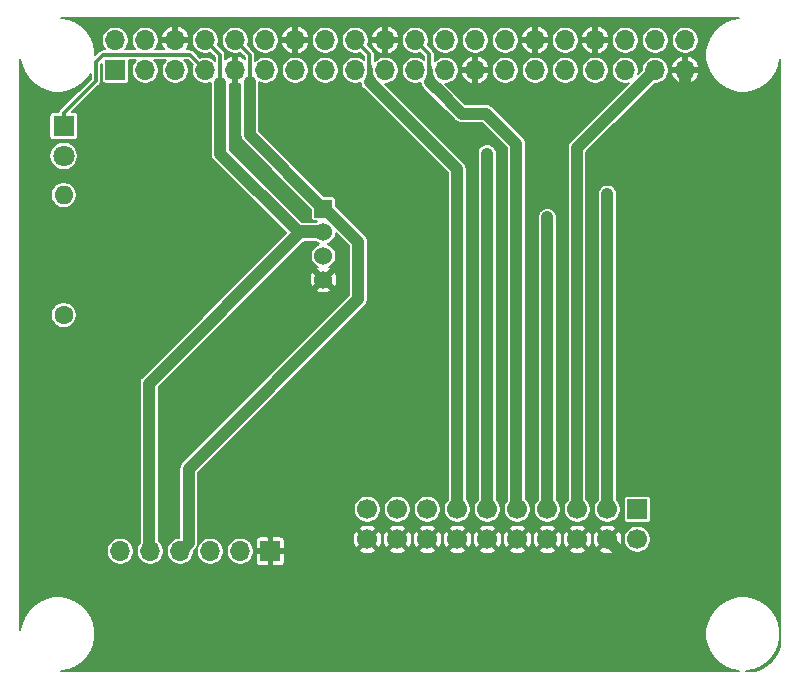
<source format=gbl>
G04 #@! TF.GenerationSoftware,KiCad,Pcbnew,(5.1.8-0-10_14)*
G04 #@! TF.CreationDate,2021-07-18T19:28:35+09:00*
G04 #@! TF.ProjectId,raspi3_debug_board,72617370-6933-45f6-9465-6275675f626f,rev?*
G04 #@! TF.SameCoordinates,Original*
G04 #@! TF.FileFunction,Copper,L2,Bot*
G04 #@! TF.FilePolarity,Positive*
%FSLAX46Y46*%
G04 Gerber Fmt 4.6, Leading zero omitted, Abs format (unit mm)*
G04 Created by KiCad (PCBNEW (5.1.8-0-10_14)) date 2021-07-18 19:28:35*
%MOMM*%
%LPD*%
G01*
G04 APERTURE LIST*
G04 #@! TA.AperFunction,ComponentPad*
%ADD10O,1.600000X1.600000*%
G04 #@! TD*
G04 #@! TA.AperFunction,ComponentPad*
%ADD11C,1.600000*%
G04 #@! TD*
G04 #@! TA.AperFunction,ComponentPad*
%ADD12O,1.700000X1.700000*%
G04 #@! TD*
G04 #@! TA.AperFunction,ComponentPad*
%ADD13R,1.700000X1.700000*%
G04 #@! TD*
G04 #@! TA.AperFunction,ComponentPad*
%ADD14C,1.524000*%
G04 #@! TD*
G04 #@! TA.AperFunction,ComponentPad*
%ADD15R,1.524000X1.524000*%
G04 #@! TD*
G04 #@! TA.AperFunction,ComponentPad*
%ADD16C,1.700000*%
G04 #@! TD*
G04 #@! TA.AperFunction,ComponentPad*
%ADD17C,1.800000*%
G04 #@! TD*
G04 #@! TA.AperFunction,ComponentPad*
%ADD18R,1.800000X1.800000*%
G04 #@! TD*
G04 #@! TA.AperFunction,ViaPad*
%ADD19C,0.800000*%
G04 #@! TD*
G04 #@! TA.AperFunction,Conductor*
%ADD20C,0.300000*%
G04 #@! TD*
G04 #@! TA.AperFunction,Conductor*
%ADD21C,1.000000*%
G04 #@! TD*
G04 #@! TA.AperFunction,Conductor*
%ADD22C,0.200000*%
G04 #@! TD*
G04 #@! TA.AperFunction,Conductor*
%ADD23C,0.100000*%
G04 #@! TD*
G04 APERTURE END LIST*
D10*
X34000000Y-45340000D03*
D11*
X34000000Y-55500000D03*
D12*
X38800000Y-75500000D03*
X41340000Y-75500000D03*
X43880000Y-75500000D03*
X46420000Y-75500000D03*
X48960000Y-75500000D03*
D13*
X51500000Y-75500000D03*
D12*
X86630000Y-32230000D03*
X86630000Y-34770000D03*
X84090000Y-32230000D03*
X84090000Y-34770000D03*
X81550000Y-32230000D03*
X81550000Y-34770000D03*
X79010000Y-32230000D03*
X79010000Y-34770000D03*
X76470000Y-32230000D03*
X76470000Y-34770000D03*
X73930000Y-32230000D03*
X73930000Y-34770000D03*
X71390000Y-32230000D03*
X71390000Y-34770000D03*
X68850000Y-32230000D03*
X68850000Y-34770000D03*
X66310000Y-32230000D03*
X66310000Y-34770000D03*
X63770000Y-32230000D03*
X63770000Y-34770000D03*
X61230000Y-32230000D03*
X61230000Y-34770000D03*
X58690000Y-32230000D03*
X58690000Y-34770000D03*
X56150000Y-32230000D03*
X56150000Y-34770000D03*
X53610000Y-32230000D03*
X53610000Y-34770000D03*
X51070000Y-32230000D03*
X51070000Y-34770000D03*
X48530000Y-32230000D03*
X48530000Y-34770000D03*
X45990000Y-32230000D03*
X45990000Y-34770000D03*
X43450000Y-32230000D03*
X43450000Y-34770000D03*
X40910000Y-32230000D03*
X40910000Y-34770000D03*
X38370000Y-32230000D03*
D13*
X38370000Y-34770000D03*
D14*
X56000000Y-52500000D03*
X56000000Y-50500000D03*
X56000000Y-48500000D03*
D15*
X56000000Y-46500000D03*
D16*
X59720000Y-74500000D03*
X59720000Y-71960000D03*
X62260000Y-74500000D03*
X62260000Y-71960000D03*
X64800000Y-74500000D03*
X64800000Y-71960000D03*
X67340000Y-74500000D03*
X67340000Y-71960000D03*
X69880000Y-74500000D03*
X69880000Y-71960000D03*
X72420000Y-74500000D03*
X72420000Y-71960000D03*
X74960000Y-74500000D03*
X74960000Y-71960000D03*
X77500000Y-74500000D03*
X77500000Y-71960000D03*
X80040000Y-74500000D03*
X80040000Y-71960000D03*
X82580000Y-74500000D03*
D13*
X82580000Y-71960000D03*
D17*
X34000000Y-42040000D03*
D18*
X34000000Y-39500000D03*
D19*
X80940000Y-36220000D03*
X83930000Y-36610000D03*
X31000000Y-52000000D03*
X31000000Y-62000000D03*
X31000000Y-57000000D03*
X31000000Y-67000000D03*
X31000000Y-77000000D03*
X31000000Y-72000000D03*
X41500000Y-85000000D03*
X51500000Y-85000000D03*
X46500000Y-85000000D03*
X61500000Y-85000000D03*
X66500000Y-85000000D03*
X56500000Y-85000000D03*
X76500000Y-85000000D03*
X81500000Y-85000000D03*
X86500000Y-85000000D03*
X71500000Y-85000000D03*
X94000000Y-41500000D03*
X94000000Y-51500000D03*
X94000000Y-46500000D03*
X94000000Y-56500000D03*
X94000000Y-66500000D03*
X94000000Y-61500000D03*
X94000000Y-76500000D03*
X94000000Y-71500000D03*
X42500000Y-31000000D03*
X47500000Y-31000000D03*
X52500000Y-31000000D03*
X57500000Y-31000000D03*
X62500000Y-31000000D03*
X67500000Y-31000000D03*
X83000000Y-31000000D03*
X88000000Y-31000000D03*
X37000000Y-31000000D03*
X31000000Y-79500000D03*
X36500000Y-85000000D03*
X88500000Y-85000000D03*
X94000000Y-79500000D03*
X94000000Y-36500000D03*
X31000000Y-37000000D03*
X31000000Y-42000000D03*
X31000000Y-47000000D03*
X64050000Y-38300000D03*
X41500000Y-77500000D03*
X48000000Y-77500000D03*
X37000000Y-77500000D03*
X37000000Y-73500000D03*
X42620000Y-74200000D03*
X54560000Y-47190000D03*
X52390000Y-44940000D03*
X50490000Y-42990000D03*
X48830000Y-41310000D03*
X48510000Y-38310000D03*
X57462001Y-49477999D03*
X52220000Y-48540000D03*
X48540000Y-52100000D03*
X46130000Y-54710000D03*
X50460000Y-54750000D03*
X38970000Y-54730000D03*
X39510000Y-52280000D03*
X39580000Y-36450000D03*
X39600000Y-41230000D03*
X39600000Y-46230000D03*
X42650000Y-61770000D03*
X46520000Y-57900000D03*
X53150000Y-58360000D03*
X50370000Y-60740000D03*
X57770000Y-53650000D03*
X46260000Y-65220000D03*
X42630000Y-68570000D03*
X40610000Y-60120000D03*
X43550000Y-57340000D03*
X40040000Y-61770000D03*
X40010000Y-65240000D03*
X40010000Y-68580000D03*
X40100000Y-74210000D03*
X42590000Y-65210000D03*
X45790000Y-69000000D03*
X45810000Y-74100000D03*
X48050000Y-66770000D03*
X50600000Y-64180000D03*
X53100000Y-61640000D03*
X56540000Y-58230000D03*
X59580000Y-55170000D03*
X60090000Y-53640000D03*
X60110000Y-49310000D03*
X57462001Y-46027999D03*
X55760000Y-44000000D03*
X51490000Y-39730000D03*
X51300000Y-36350000D03*
X46490000Y-42920000D03*
X49360000Y-45660000D03*
X46050000Y-36330000D03*
X46030000Y-39280000D03*
X66080000Y-70710000D03*
X68620000Y-70710000D03*
X71160000Y-70710000D03*
X73700000Y-70710000D03*
X76240000Y-70710000D03*
X78780000Y-70710000D03*
X81320000Y-70490000D03*
X66080000Y-65710000D03*
X68620000Y-65710000D03*
X71160000Y-65710000D03*
X73700000Y-65710000D03*
X76240000Y-65710000D03*
X78780000Y-65710000D03*
X81320000Y-65710000D03*
X66080000Y-60710000D03*
X68620000Y-60710000D03*
X71160000Y-60710000D03*
X73700000Y-60710000D03*
X76240000Y-60710000D03*
X78780000Y-60710000D03*
X81320000Y-60710000D03*
X66080000Y-55710000D03*
X68620000Y-55710000D03*
X71160000Y-55710000D03*
X73700000Y-55710000D03*
X76240000Y-55710000D03*
X78780000Y-55710000D03*
X81320000Y-55710000D03*
X66080000Y-50710000D03*
X68620000Y-50710000D03*
X71160000Y-50710000D03*
X73700000Y-50710000D03*
X76240000Y-50710000D03*
X78780000Y-50710000D03*
X81320000Y-50710000D03*
X66080000Y-45710000D03*
X68620000Y-45710000D03*
X71160000Y-45710000D03*
X73700000Y-45710000D03*
X76240000Y-45710000D03*
X78780000Y-45710000D03*
X81320000Y-45710000D03*
X66500000Y-40700000D03*
X68570000Y-40700000D03*
X70270000Y-40700000D03*
X73700000Y-40710000D03*
X76240000Y-40710000D03*
X80670000Y-40010000D03*
X71090000Y-41820000D03*
X68560000Y-43060000D03*
X64680000Y-43020000D03*
X73670000Y-43050000D03*
X76240000Y-43020000D03*
X78720000Y-43040000D03*
X64040000Y-45710000D03*
X54960000Y-36950000D03*
X58100000Y-40080000D03*
X61830000Y-43730000D03*
X52890000Y-38450000D03*
X59890000Y-45310000D03*
X62490000Y-47970000D03*
X66130000Y-48390000D03*
X68600000Y-48410000D03*
X71130000Y-48370000D03*
X73660000Y-48390000D03*
X78870000Y-38350000D03*
X67120000Y-36110000D03*
X68250000Y-37170000D03*
X70720000Y-37620000D03*
X72640000Y-35910000D03*
X75210000Y-35900000D03*
X77750000Y-35890000D03*
X69250000Y-39590000D03*
X66690000Y-39080000D03*
X64130000Y-36450000D03*
X61910000Y-36080000D03*
X37130000Y-52940000D03*
X35850000Y-54230000D03*
X37120000Y-46110000D03*
X37200000Y-36450000D03*
X37210000Y-41230000D03*
X60050000Y-77540000D03*
X83530000Y-77580000D03*
X65050000Y-77540000D03*
X70050000Y-77540000D03*
X75050000Y-77540000D03*
X80050000Y-77540000D03*
X60030000Y-80080000D03*
X65030000Y-80080000D03*
X70030000Y-80080000D03*
X75030000Y-80080000D03*
X80030000Y-80080000D03*
X85030000Y-80080000D03*
X83940000Y-73760000D03*
X86412001Y-72962001D03*
X53070000Y-70710000D03*
X50670000Y-70700000D03*
X56320000Y-41760000D03*
X69860000Y-41840000D03*
X74949998Y-47240000D03*
X80039998Y-45260000D03*
D20*
X34000000Y-38389998D02*
X34000000Y-39500000D01*
X36725001Y-34084997D02*
X36725001Y-35664997D01*
X36725001Y-35664997D02*
X34000000Y-38389998D01*
X37339998Y-33470000D02*
X36725001Y-34084997D01*
X44690000Y-33470000D02*
X37339998Y-33470000D01*
X45990000Y-34770000D02*
X44690000Y-33470000D01*
D21*
X53830000Y-48420000D02*
X47250000Y-41840000D01*
X56000000Y-48420000D02*
X53830000Y-48420000D01*
X47250000Y-41840000D02*
X47250000Y-35820000D01*
X56000000Y-48500000D02*
X56000000Y-48420000D01*
D20*
X47250000Y-33490000D02*
X47250000Y-35820000D01*
X45990000Y-32230000D02*
X47250000Y-33490000D01*
X56000000Y-48500000D02*
X54370000Y-48500000D01*
D21*
X54040000Y-48500000D02*
X41240000Y-61300000D01*
X41240000Y-75400000D02*
X41340000Y-75500000D01*
X41240000Y-61300000D02*
X41240000Y-75400000D01*
X56000000Y-48500000D02*
X54040000Y-48500000D01*
X56000000Y-46500000D02*
X49770000Y-40270000D01*
X49770000Y-40270000D02*
X49770000Y-35764002D01*
D20*
X49770000Y-33470000D02*
X49770000Y-35764002D01*
X48530000Y-32230000D02*
X49770000Y-33470000D01*
D21*
X58950000Y-54170000D02*
X58950000Y-49286238D01*
X56163762Y-46500000D02*
X56000000Y-46500000D01*
X58950000Y-49286238D02*
X56163762Y-46500000D01*
X44600000Y-74780000D02*
X44600000Y-68520000D01*
X44600000Y-68520000D02*
X58950000Y-54170000D01*
X43880000Y-75500000D02*
X44600000Y-74780000D01*
D20*
X44103998Y-77500000D02*
X48000000Y-77500000D01*
X42620000Y-76016002D02*
X44103998Y-77500000D01*
X42620000Y-74200000D02*
X42620000Y-76016002D01*
D21*
X81590001Y-76050001D02*
X80040000Y-74500000D01*
X83324001Y-76050001D02*
X81590001Y-76050001D01*
X86630000Y-72744002D02*
X86412001Y-72962001D01*
X86630000Y-34770000D02*
X86630000Y-72744002D01*
X86412001Y-72962001D02*
X83324001Y-76050001D01*
X59964002Y-35794002D02*
X59960000Y-35794002D01*
D20*
X59890001Y-35720001D02*
X59964002Y-35794002D01*
X59890001Y-33430001D02*
X59890001Y-35720001D01*
X58690000Y-32230000D02*
X59890001Y-33430001D01*
D21*
X67310000Y-71930000D02*
X67310000Y-43140000D01*
X67310000Y-43140000D02*
X59964002Y-35794002D01*
X67340000Y-71960000D02*
X67310000Y-71930000D01*
X69880000Y-71960000D02*
X69880000Y-41860000D01*
X69880000Y-41860000D02*
X69860000Y-41840000D01*
D20*
X64970001Y-35724003D02*
X65040000Y-35794002D01*
X64970001Y-33430001D02*
X64970001Y-35724003D01*
X63770000Y-32230000D02*
X64970001Y-33430001D01*
D21*
X65565999Y-36320001D02*
X65040000Y-35794002D01*
X69760000Y-38440000D02*
X67690000Y-38440000D01*
X65570001Y-36320001D02*
X65565999Y-36320001D01*
X72320000Y-41000000D02*
X69760000Y-38440000D01*
X72320000Y-71860000D02*
X72320000Y-41000000D01*
X67690000Y-38440000D02*
X65570001Y-36320001D01*
X72420000Y-71960000D02*
X72320000Y-71860000D01*
X74960000Y-71960000D02*
X74960000Y-47250002D01*
X74960000Y-47250002D02*
X74949998Y-47240000D01*
X77460000Y-41400000D02*
X84090000Y-34770000D01*
X77460000Y-71920000D02*
X77460000Y-41400000D01*
X77500000Y-71960000D02*
X77460000Y-71920000D01*
X80040000Y-71960000D02*
X80040000Y-45260002D01*
X80040000Y-45260002D02*
X80039998Y-45260000D01*
D22*
X90573887Y-30447014D02*
X89996074Y-30686352D01*
X89476056Y-31033817D01*
X89033817Y-31476056D01*
X88686352Y-31996074D01*
X88447014Y-32573887D01*
X88325000Y-33187290D01*
X88325000Y-33812710D01*
X88447014Y-34426113D01*
X88686352Y-35003926D01*
X89033817Y-35523944D01*
X89476056Y-35966183D01*
X89996074Y-36313648D01*
X90573887Y-36552986D01*
X91187290Y-36675000D01*
X91812710Y-36675000D01*
X92426113Y-36552986D01*
X93003926Y-36313648D01*
X93523944Y-35966183D01*
X93966183Y-35523944D01*
X94313648Y-35003926D01*
X94552986Y-34426113D01*
X94675000Y-33812710D01*
X94675001Y-82984094D01*
X94622526Y-83519274D01*
X94471719Y-84018770D01*
X94226768Y-84479458D01*
X93896995Y-84883799D01*
X93494970Y-85216383D01*
X93035997Y-85464548D01*
X92537575Y-85618836D01*
X92003342Y-85674986D01*
X91999441Y-85675000D01*
X91812710Y-85675000D01*
X92426113Y-85552986D01*
X93003926Y-85313648D01*
X93523944Y-84966183D01*
X93966183Y-84523944D01*
X94313648Y-84003926D01*
X94552986Y-83426113D01*
X94675000Y-82812710D01*
X94675000Y-82187290D01*
X94552986Y-81573887D01*
X94313648Y-80996074D01*
X93966183Y-80476056D01*
X93523944Y-80033817D01*
X93003926Y-79686352D01*
X92426113Y-79447014D01*
X91812710Y-79325000D01*
X91187290Y-79325000D01*
X90573887Y-79447014D01*
X89996074Y-79686352D01*
X89476056Y-80033817D01*
X89033817Y-80476056D01*
X88686352Y-80996074D01*
X88447014Y-81573887D01*
X88325000Y-82187290D01*
X88325000Y-82812710D01*
X88447014Y-83426113D01*
X88686352Y-84003926D01*
X89033817Y-84523944D01*
X89476056Y-84966183D01*
X89996074Y-85313648D01*
X90573887Y-85552986D01*
X91187290Y-85675000D01*
X33812710Y-85675000D01*
X34426113Y-85552986D01*
X35003926Y-85313648D01*
X35523944Y-84966183D01*
X35966183Y-84523944D01*
X36313648Y-84003926D01*
X36552986Y-83426113D01*
X36675000Y-82812710D01*
X36675000Y-82187290D01*
X36552986Y-81573887D01*
X36313648Y-80996074D01*
X35966183Y-80476056D01*
X35523944Y-80033817D01*
X35003926Y-79686352D01*
X34426113Y-79447014D01*
X33812710Y-79325000D01*
X33187290Y-79325000D01*
X32573887Y-79447014D01*
X31996074Y-79686352D01*
X31476056Y-80033817D01*
X31033817Y-80476056D01*
X30686352Y-80996074D01*
X30447014Y-81573887D01*
X30325000Y-82187290D01*
X30325000Y-75386735D01*
X37650000Y-75386735D01*
X37650000Y-75613265D01*
X37694194Y-75835443D01*
X37780884Y-76044729D01*
X37906737Y-76233082D01*
X38066918Y-76393263D01*
X38255271Y-76519116D01*
X38464557Y-76605806D01*
X38686735Y-76650000D01*
X38913265Y-76650000D01*
X39135443Y-76605806D01*
X39344729Y-76519116D01*
X39533082Y-76393263D01*
X39693263Y-76233082D01*
X39819116Y-76044729D01*
X39905806Y-75835443D01*
X39950000Y-75613265D01*
X39950000Y-75386735D01*
X39905806Y-75164557D01*
X39819116Y-74955271D01*
X39693263Y-74766918D01*
X39533082Y-74606737D01*
X39344729Y-74480884D01*
X39135443Y-74394194D01*
X38913265Y-74350000D01*
X38686735Y-74350000D01*
X38464557Y-74394194D01*
X38255271Y-74480884D01*
X38066918Y-74606737D01*
X37906737Y-74766918D01*
X37780884Y-74955271D01*
X37694194Y-75164557D01*
X37650000Y-75386735D01*
X30325000Y-75386735D01*
X30325000Y-55391659D01*
X32900000Y-55391659D01*
X32900000Y-55608341D01*
X32942273Y-55820858D01*
X33025193Y-56021045D01*
X33145575Y-56201209D01*
X33298791Y-56354425D01*
X33478955Y-56474807D01*
X33679142Y-56557727D01*
X33891659Y-56600000D01*
X34108341Y-56600000D01*
X34320858Y-56557727D01*
X34521045Y-56474807D01*
X34701209Y-56354425D01*
X34854425Y-56201209D01*
X34974807Y-56021045D01*
X35057727Y-55820858D01*
X35100000Y-55608341D01*
X35100000Y-55391659D01*
X35057727Y-55179142D01*
X34974807Y-54978955D01*
X34854425Y-54798791D01*
X34701209Y-54645575D01*
X34521045Y-54525193D01*
X34320858Y-54442273D01*
X34108341Y-54400000D01*
X33891659Y-54400000D01*
X33679142Y-54442273D01*
X33478955Y-54525193D01*
X33298791Y-54645575D01*
X33145575Y-54798791D01*
X33025193Y-54978955D01*
X32942273Y-55179142D01*
X32900000Y-55391659D01*
X30325000Y-55391659D01*
X30325000Y-45231659D01*
X32900000Y-45231659D01*
X32900000Y-45448341D01*
X32942273Y-45660858D01*
X33025193Y-45861045D01*
X33145575Y-46041209D01*
X33298791Y-46194425D01*
X33478955Y-46314807D01*
X33679142Y-46397727D01*
X33891659Y-46440000D01*
X34108341Y-46440000D01*
X34320858Y-46397727D01*
X34521045Y-46314807D01*
X34701209Y-46194425D01*
X34854425Y-46041209D01*
X34974807Y-45861045D01*
X35057727Y-45660858D01*
X35100000Y-45448341D01*
X35100000Y-45231659D01*
X35057727Y-45019142D01*
X34974807Y-44818955D01*
X34854425Y-44638791D01*
X34701209Y-44485575D01*
X34521045Y-44365193D01*
X34320858Y-44282273D01*
X34108341Y-44240000D01*
X33891659Y-44240000D01*
X33679142Y-44282273D01*
X33478955Y-44365193D01*
X33298791Y-44485575D01*
X33145575Y-44638791D01*
X33025193Y-44818955D01*
X32942273Y-45019142D01*
X32900000Y-45231659D01*
X30325000Y-45231659D01*
X30325000Y-41921810D01*
X32800000Y-41921810D01*
X32800000Y-42158190D01*
X32846116Y-42390027D01*
X32936574Y-42608413D01*
X33067899Y-42804955D01*
X33235045Y-42972101D01*
X33431587Y-43103426D01*
X33649973Y-43193884D01*
X33881810Y-43240000D01*
X34118190Y-43240000D01*
X34350027Y-43193884D01*
X34568413Y-43103426D01*
X34764955Y-42972101D01*
X34932101Y-42804955D01*
X35063426Y-42608413D01*
X35153884Y-42390027D01*
X35200000Y-42158190D01*
X35200000Y-41921810D01*
X35153884Y-41689973D01*
X35063426Y-41471587D01*
X34932101Y-41275045D01*
X34764955Y-41107899D01*
X34568413Y-40976574D01*
X34350027Y-40886116D01*
X34118190Y-40840000D01*
X33881810Y-40840000D01*
X33649973Y-40886116D01*
X33431587Y-40976574D01*
X33235045Y-41107899D01*
X33067899Y-41275045D01*
X32936574Y-41471587D01*
X32846116Y-41689973D01*
X32800000Y-41921810D01*
X30325000Y-41921810D01*
X30325000Y-33812710D01*
X30447014Y-34426113D01*
X30686352Y-35003926D01*
X31033817Y-35523944D01*
X31476056Y-35966183D01*
X31996074Y-36313648D01*
X32573887Y-36552986D01*
X33187290Y-36675000D01*
X33812710Y-36675000D01*
X34426113Y-36552986D01*
X35003926Y-36313648D01*
X35523944Y-35966183D01*
X35966183Y-35523944D01*
X36275002Y-35061764D01*
X36275002Y-35478600D01*
X33697434Y-38056169D01*
X33680263Y-38070261D01*
X33666172Y-38087431D01*
X33624029Y-38138782D01*
X33582244Y-38216957D01*
X33582243Y-38216958D01*
X33557492Y-38298549D01*
X33100000Y-38298549D01*
X33041190Y-38304341D01*
X32984640Y-38321496D01*
X32932523Y-38349353D01*
X32886842Y-38386842D01*
X32849353Y-38432523D01*
X32821496Y-38484640D01*
X32804341Y-38541190D01*
X32798549Y-38600000D01*
X32798549Y-40400000D01*
X32804341Y-40458810D01*
X32821496Y-40515360D01*
X32849353Y-40567477D01*
X32886842Y-40613158D01*
X32932523Y-40650647D01*
X32984640Y-40678504D01*
X33041190Y-40695659D01*
X33100000Y-40701451D01*
X34900000Y-40701451D01*
X34958810Y-40695659D01*
X35015360Y-40678504D01*
X35067477Y-40650647D01*
X35113158Y-40613158D01*
X35150647Y-40567477D01*
X35178504Y-40515360D01*
X35195659Y-40458810D01*
X35201451Y-40400000D01*
X35201451Y-38600000D01*
X35195659Y-38541190D01*
X35178504Y-38484640D01*
X35150647Y-38432523D01*
X35113158Y-38386842D01*
X35067477Y-38349353D01*
X35015360Y-38321496D01*
X34958810Y-38304341D01*
X34900000Y-38298549D01*
X34727844Y-38298549D01*
X37027573Y-35998821D01*
X37044738Y-35984734D01*
X37058825Y-35967569D01*
X37058829Y-35967565D01*
X37100972Y-35916214D01*
X37142758Y-35838038D01*
X37144584Y-35832018D01*
X37168490Y-35753212D01*
X37175001Y-35687102D01*
X37175001Y-35687090D01*
X37177177Y-35664998D01*
X37175001Y-35642906D01*
X37175001Y-34271392D01*
X37218549Y-34227844D01*
X37218549Y-35620000D01*
X37224341Y-35678810D01*
X37241496Y-35735360D01*
X37269353Y-35787477D01*
X37306842Y-35833158D01*
X37352523Y-35870647D01*
X37404640Y-35898504D01*
X37461190Y-35915659D01*
X37520000Y-35921451D01*
X39220000Y-35921451D01*
X39278810Y-35915659D01*
X39335360Y-35898504D01*
X39387477Y-35870647D01*
X39433158Y-35833158D01*
X39470647Y-35787477D01*
X39498504Y-35735360D01*
X39515659Y-35678810D01*
X39521451Y-35620000D01*
X39521451Y-33920000D01*
X40133655Y-33920000D01*
X40016737Y-34036918D01*
X39890884Y-34225271D01*
X39804194Y-34434557D01*
X39760000Y-34656735D01*
X39760000Y-34883265D01*
X39804194Y-35105443D01*
X39890884Y-35314729D01*
X40016737Y-35503082D01*
X40176918Y-35663263D01*
X40365271Y-35789116D01*
X40574557Y-35875806D01*
X40796735Y-35920000D01*
X41023265Y-35920000D01*
X41245443Y-35875806D01*
X41454729Y-35789116D01*
X41643082Y-35663263D01*
X41803263Y-35503082D01*
X41929116Y-35314729D01*
X42015806Y-35105443D01*
X42060000Y-34883265D01*
X42060000Y-34656735D01*
X42015806Y-34434557D01*
X41929116Y-34225271D01*
X41803263Y-34036918D01*
X41686345Y-33920000D01*
X42673655Y-33920000D01*
X42556737Y-34036918D01*
X42430884Y-34225271D01*
X42344194Y-34434557D01*
X42300000Y-34656735D01*
X42300000Y-34883265D01*
X42344194Y-35105443D01*
X42430884Y-35314729D01*
X42556737Y-35503082D01*
X42716918Y-35663263D01*
X42905271Y-35789116D01*
X43114557Y-35875806D01*
X43336735Y-35920000D01*
X43563265Y-35920000D01*
X43785443Y-35875806D01*
X43994729Y-35789116D01*
X44183082Y-35663263D01*
X44343263Y-35503082D01*
X44469116Y-35314729D01*
X44555806Y-35105443D01*
X44600000Y-34883265D01*
X44600000Y-34656735D01*
X44555806Y-34434557D01*
X44469116Y-34225271D01*
X44343263Y-34036918D01*
X44226345Y-33920000D01*
X44503605Y-33920000D01*
X44923432Y-34339828D01*
X44884194Y-34434557D01*
X44840000Y-34656735D01*
X44840000Y-34883265D01*
X44884194Y-35105443D01*
X44970884Y-35314729D01*
X45096737Y-35503082D01*
X45256918Y-35663263D01*
X45445271Y-35789116D01*
X45654557Y-35875806D01*
X45876735Y-35920000D01*
X46103265Y-35920000D01*
X46325443Y-35875806D01*
X46450001Y-35824212D01*
X46450000Y-41800709D01*
X46446130Y-41840000D01*
X46450000Y-41879291D01*
X46450000Y-41879292D01*
X46461576Y-41996826D01*
X46483286Y-42068393D01*
X46507321Y-42147627D01*
X46581607Y-42286606D01*
X46598021Y-42306606D01*
X46681578Y-42408422D01*
X46712103Y-42433473D01*
X52843629Y-48565000D01*
X40702103Y-60706527D01*
X40671578Y-60731578D01*
X40617151Y-60797899D01*
X40571607Y-60853394D01*
X40497322Y-60992372D01*
X40497321Y-60992373D01*
X40451576Y-61143174D01*
X40440000Y-61260707D01*
X40436130Y-61300000D01*
X40440000Y-61339291D01*
X40440001Y-74776999D01*
X40320884Y-74955271D01*
X40234194Y-75164557D01*
X40190000Y-75386735D01*
X40190000Y-75613265D01*
X40234194Y-75835443D01*
X40320884Y-76044729D01*
X40446737Y-76233082D01*
X40606918Y-76393263D01*
X40795271Y-76519116D01*
X41004557Y-76605806D01*
X41226735Y-76650000D01*
X41453265Y-76650000D01*
X41675443Y-76605806D01*
X41884729Y-76519116D01*
X42073082Y-76393263D01*
X42233263Y-76233082D01*
X42359116Y-76044729D01*
X42445806Y-75835443D01*
X42490000Y-75613265D01*
X42490000Y-75386735D01*
X42445806Y-75164557D01*
X42359116Y-74955271D01*
X42233263Y-74766918D01*
X42073082Y-74606737D01*
X42040000Y-74584632D01*
X42040000Y-61631370D01*
X50317869Y-53353501D01*
X55358632Y-53353501D01*
X55440728Y-53524967D01*
X55651435Y-53614381D01*
X55875538Y-53660970D01*
X56104423Y-53662944D01*
X56329296Y-53620226D01*
X56541514Y-53534459D01*
X56559272Y-53524967D01*
X56641368Y-53353501D01*
X56000000Y-52712132D01*
X55358632Y-53353501D01*
X50317869Y-53353501D01*
X51066947Y-52604423D01*
X54837056Y-52604423D01*
X54879774Y-52829296D01*
X54965541Y-53041514D01*
X54975033Y-53059272D01*
X55146499Y-53141368D01*
X55787868Y-52500000D01*
X56212132Y-52500000D01*
X56853501Y-53141368D01*
X57024967Y-53059272D01*
X57114381Y-52848565D01*
X57160970Y-52624462D01*
X57162944Y-52395577D01*
X57120226Y-52170704D01*
X57034459Y-51958486D01*
X57024967Y-51940728D01*
X56853501Y-51858632D01*
X56212132Y-52500000D01*
X55787868Y-52500000D01*
X55146499Y-51858632D01*
X54975033Y-51940728D01*
X54885619Y-52151435D01*
X54839030Y-52375538D01*
X54837056Y-52604423D01*
X51066947Y-52604423D01*
X54371371Y-49300000D01*
X55298104Y-49300000D01*
X55323014Y-49324910D01*
X55496954Y-49441133D01*
X55639073Y-49500000D01*
X55496954Y-49558867D01*
X55323014Y-49675090D01*
X55175090Y-49823014D01*
X55058867Y-49996954D01*
X54978812Y-50190226D01*
X54938000Y-50395402D01*
X54938000Y-50604598D01*
X54978812Y-50809774D01*
X55058867Y-51003046D01*
X55175090Y-51176986D01*
X55323014Y-51324910D01*
X55496954Y-51441133D01*
X55507782Y-51445618D01*
X55458486Y-51465541D01*
X55440728Y-51475033D01*
X55358632Y-51646499D01*
X56000000Y-52287868D01*
X56641368Y-51646499D01*
X56559272Y-51475033D01*
X56491073Y-51446092D01*
X56503046Y-51441133D01*
X56676986Y-51324910D01*
X56824910Y-51176986D01*
X56941133Y-51003046D01*
X57021188Y-50809774D01*
X57062000Y-50604598D01*
X57062000Y-50395402D01*
X57021188Y-50190226D01*
X56941133Y-49996954D01*
X56824910Y-49823014D01*
X56676986Y-49675090D01*
X56503046Y-49558867D01*
X56360927Y-49500000D01*
X56503046Y-49441133D01*
X56676986Y-49324910D01*
X56824910Y-49176986D01*
X56941133Y-49003046D01*
X57021188Y-48809774D01*
X57062000Y-48604598D01*
X57062000Y-48529609D01*
X58150001Y-49617610D01*
X58150000Y-53838629D01*
X44062099Y-67926531D01*
X44031579Y-67951578D01*
X44006532Y-67982098D01*
X44006531Y-67982099D01*
X43931607Y-68073394D01*
X43857321Y-68212373D01*
X43811577Y-68363173D01*
X43796130Y-68520000D01*
X43800001Y-68559301D01*
X43800000Y-74350000D01*
X43766735Y-74350000D01*
X43544557Y-74394194D01*
X43335271Y-74480884D01*
X43146918Y-74606737D01*
X42986737Y-74766918D01*
X42860884Y-74955271D01*
X42774194Y-75164557D01*
X42730000Y-75386735D01*
X42730000Y-75613265D01*
X42774194Y-75835443D01*
X42860884Y-76044729D01*
X42986737Y-76233082D01*
X43146918Y-76393263D01*
X43335271Y-76519116D01*
X43544557Y-76605806D01*
X43766735Y-76650000D01*
X43993265Y-76650000D01*
X44215443Y-76605806D01*
X44424729Y-76519116D01*
X44613082Y-76393263D01*
X44773263Y-76233082D01*
X44899116Y-76044729D01*
X44985806Y-75835443D01*
X45030000Y-75613265D01*
X45030000Y-75481370D01*
X45124635Y-75386735D01*
X45270000Y-75386735D01*
X45270000Y-75613265D01*
X45314194Y-75835443D01*
X45400884Y-76044729D01*
X45526737Y-76233082D01*
X45686918Y-76393263D01*
X45875271Y-76519116D01*
X46084557Y-76605806D01*
X46306735Y-76650000D01*
X46533265Y-76650000D01*
X46755443Y-76605806D01*
X46964729Y-76519116D01*
X47153082Y-76393263D01*
X47313263Y-76233082D01*
X47439116Y-76044729D01*
X47525806Y-75835443D01*
X47570000Y-75613265D01*
X47570000Y-75386735D01*
X47810000Y-75386735D01*
X47810000Y-75613265D01*
X47854194Y-75835443D01*
X47940884Y-76044729D01*
X48066737Y-76233082D01*
X48226918Y-76393263D01*
X48415271Y-76519116D01*
X48624557Y-76605806D01*
X48846735Y-76650000D01*
X49073265Y-76650000D01*
X49295443Y-76605806D01*
X49504729Y-76519116D01*
X49693082Y-76393263D01*
X49736345Y-76350000D01*
X50248065Y-76350000D01*
X50255788Y-76428414D01*
X50278660Y-76503814D01*
X50315803Y-76573303D01*
X50365789Y-76634211D01*
X50426697Y-76684197D01*
X50496186Y-76721340D01*
X50571586Y-76744212D01*
X50650000Y-76751935D01*
X51250000Y-76750000D01*
X51350000Y-76650000D01*
X51350000Y-75650000D01*
X51650000Y-75650000D01*
X51650000Y-76650000D01*
X51750000Y-76750000D01*
X52350000Y-76751935D01*
X52428414Y-76744212D01*
X52503814Y-76721340D01*
X52573303Y-76684197D01*
X52634211Y-76634211D01*
X52684197Y-76573303D01*
X52721340Y-76503814D01*
X52744212Y-76428414D01*
X52751935Y-76350000D01*
X52750000Y-75750000D01*
X52650000Y-75650000D01*
X51650000Y-75650000D01*
X51350000Y-75650000D01*
X50350000Y-75650000D01*
X50250000Y-75750000D01*
X50248065Y-76350000D01*
X49736345Y-76350000D01*
X49853263Y-76233082D01*
X49979116Y-76044729D01*
X50065806Y-75835443D01*
X50110000Y-75613265D01*
X50110000Y-75416605D01*
X59015527Y-75416605D01*
X59108350Y-75597059D01*
X59334128Y-75695307D01*
X59574736Y-75747618D01*
X59820925Y-75751986D01*
X60063236Y-75708240D01*
X60292356Y-75618062D01*
X60331650Y-75597059D01*
X60424473Y-75416605D01*
X61555527Y-75416605D01*
X61648350Y-75597059D01*
X61874128Y-75695307D01*
X62114736Y-75747618D01*
X62360925Y-75751986D01*
X62603236Y-75708240D01*
X62832356Y-75618062D01*
X62871650Y-75597059D01*
X62964473Y-75416605D01*
X64095527Y-75416605D01*
X64188350Y-75597059D01*
X64414128Y-75695307D01*
X64654736Y-75747618D01*
X64900925Y-75751986D01*
X65143236Y-75708240D01*
X65372356Y-75618062D01*
X65411650Y-75597059D01*
X65504473Y-75416605D01*
X66635527Y-75416605D01*
X66728350Y-75597059D01*
X66954128Y-75695307D01*
X67194736Y-75747618D01*
X67440925Y-75751986D01*
X67683236Y-75708240D01*
X67912356Y-75618062D01*
X67951650Y-75597059D01*
X68044473Y-75416605D01*
X69175527Y-75416605D01*
X69268350Y-75597059D01*
X69494128Y-75695307D01*
X69734736Y-75747618D01*
X69980925Y-75751986D01*
X70223236Y-75708240D01*
X70452356Y-75618062D01*
X70491650Y-75597059D01*
X70584473Y-75416605D01*
X71715527Y-75416605D01*
X71808350Y-75597059D01*
X72034128Y-75695307D01*
X72274736Y-75747618D01*
X72520925Y-75751986D01*
X72763236Y-75708240D01*
X72992356Y-75618062D01*
X73031650Y-75597059D01*
X73124473Y-75416605D01*
X74255527Y-75416605D01*
X74348350Y-75597059D01*
X74574128Y-75695307D01*
X74814736Y-75747618D01*
X75060925Y-75751986D01*
X75303236Y-75708240D01*
X75532356Y-75618062D01*
X75571650Y-75597059D01*
X75664473Y-75416605D01*
X76795527Y-75416605D01*
X76888350Y-75597059D01*
X77114128Y-75695307D01*
X77354736Y-75747618D01*
X77600925Y-75751986D01*
X77843236Y-75708240D01*
X78072356Y-75618062D01*
X78111650Y-75597059D01*
X78204473Y-75416605D01*
X79335527Y-75416605D01*
X79428350Y-75597059D01*
X79654128Y-75695307D01*
X79894736Y-75747618D01*
X80140925Y-75751986D01*
X80383236Y-75708240D01*
X80612356Y-75618062D01*
X80651650Y-75597059D01*
X80744473Y-75416605D01*
X80040000Y-74712132D01*
X79335527Y-75416605D01*
X78204473Y-75416605D01*
X77500000Y-74712132D01*
X76795527Y-75416605D01*
X75664473Y-75416605D01*
X74960000Y-74712132D01*
X74255527Y-75416605D01*
X73124473Y-75416605D01*
X72420000Y-74712132D01*
X71715527Y-75416605D01*
X70584473Y-75416605D01*
X69880000Y-74712132D01*
X69175527Y-75416605D01*
X68044473Y-75416605D01*
X67340000Y-74712132D01*
X66635527Y-75416605D01*
X65504473Y-75416605D01*
X64800000Y-74712132D01*
X64095527Y-75416605D01*
X62964473Y-75416605D01*
X62260000Y-74712132D01*
X61555527Y-75416605D01*
X60424473Y-75416605D01*
X59720000Y-74712132D01*
X59015527Y-75416605D01*
X50110000Y-75416605D01*
X50110000Y-75386735D01*
X50065806Y-75164557D01*
X49979116Y-74955271D01*
X49853263Y-74766918D01*
X49736345Y-74650000D01*
X50248065Y-74650000D01*
X50250000Y-75250000D01*
X50350000Y-75350000D01*
X51350000Y-75350000D01*
X51350000Y-74350000D01*
X51650000Y-74350000D01*
X51650000Y-75350000D01*
X52650000Y-75350000D01*
X52750000Y-75250000D01*
X52751935Y-74650000D01*
X52747102Y-74600925D01*
X58468014Y-74600925D01*
X58511760Y-74843236D01*
X58601938Y-75072356D01*
X58622941Y-75111650D01*
X58803395Y-75204473D01*
X59507868Y-74500000D01*
X59932132Y-74500000D01*
X60636605Y-75204473D01*
X60817059Y-75111650D01*
X60915307Y-74885872D01*
X60967618Y-74645264D01*
X60968404Y-74600925D01*
X61008014Y-74600925D01*
X61051760Y-74843236D01*
X61141938Y-75072356D01*
X61162941Y-75111650D01*
X61343395Y-75204473D01*
X62047868Y-74500000D01*
X62472132Y-74500000D01*
X63176605Y-75204473D01*
X63357059Y-75111650D01*
X63455307Y-74885872D01*
X63507618Y-74645264D01*
X63508404Y-74600925D01*
X63548014Y-74600925D01*
X63591760Y-74843236D01*
X63681938Y-75072356D01*
X63702941Y-75111650D01*
X63883395Y-75204473D01*
X64587868Y-74500000D01*
X65012132Y-74500000D01*
X65716605Y-75204473D01*
X65897059Y-75111650D01*
X65995307Y-74885872D01*
X66047618Y-74645264D01*
X66048404Y-74600925D01*
X66088014Y-74600925D01*
X66131760Y-74843236D01*
X66221938Y-75072356D01*
X66242941Y-75111650D01*
X66423395Y-75204473D01*
X67127868Y-74500000D01*
X67552132Y-74500000D01*
X68256605Y-75204473D01*
X68437059Y-75111650D01*
X68535307Y-74885872D01*
X68587618Y-74645264D01*
X68588404Y-74600925D01*
X68628014Y-74600925D01*
X68671760Y-74843236D01*
X68761938Y-75072356D01*
X68782941Y-75111650D01*
X68963395Y-75204473D01*
X69667868Y-74500000D01*
X70092132Y-74500000D01*
X70796605Y-75204473D01*
X70977059Y-75111650D01*
X71075307Y-74885872D01*
X71127618Y-74645264D01*
X71128404Y-74600925D01*
X71168014Y-74600925D01*
X71211760Y-74843236D01*
X71301938Y-75072356D01*
X71322941Y-75111650D01*
X71503395Y-75204473D01*
X72207868Y-74500000D01*
X72632132Y-74500000D01*
X73336605Y-75204473D01*
X73517059Y-75111650D01*
X73615307Y-74885872D01*
X73667618Y-74645264D01*
X73668404Y-74600925D01*
X73708014Y-74600925D01*
X73751760Y-74843236D01*
X73841938Y-75072356D01*
X73862941Y-75111650D01*
X74043395Y-75204473D01*
X74747868Y-74500000D01*
X75172132Y-74500000D01*
X75876605Y-75204473D01*
X76057059Y-75111650D01*
X76155307Y-74885872D01*
X76207618Y-74645264D01*
X76208404Y-74600925D01*
X76248014Y-74600925D01*
X76291760Y-74843236D01*
X76381938Y-75072356D01*
X76402941Y-75111650D01*
X76583395Y-75204473D01*
X77287868Y-74500000D01*
X77712132Y-74500000D01*
X78416605Y-75204473D01*
X78597059Y-75111650D01*
X78695307Y-74885872D01*
X78747618Y-74645264D01*
X78748404Y-74600925D01*
X78788014Y-74600925D01*
X78831760Y-74843236D01*
X78921938Y-75072356D01*
X78942941Y-75111650D01*
X79123395Y-75204473D01*
X79827868Y-74500000D01*
X80252132Y-74500000D01*
X80956605Y-75204473D01*
X81137059Y-75111650D01*
X81235307Y-74885872D01*
X81287618Y-74645264D01*
X81291986Y-74399075D01*
X81289759Y-74386735D01*
X81430000Y-74386735D01*
X81430000Y-74613265D01*
X81474194Y-74835443D01*
X81560884Y-75044729D01*
X81686737Y-75233082D01*
X81846918Y-75393263D01*
X82035271Y-75519116D01*
X82244557Y-75605806D01*
X82466735Y-75650000D01*
X82693265Y-75650000D01*
X82915443Y-75605806D01*
X83124729Y-75519116D01*
X83313082Y-75393263D01*
X83473263Y-75233082D01*
X83599116Y-75044729D01*
X83685806Y-74835443D01*
X83730000Y-74613265D01*
X83730000Y-74386735D01*
X83685806Y-74164557D01*
X83599116Y-73955271D01*
X83473263Y-73766918D01*
X83313082Y-73606737D01*
X83124729Y-73480884D01*
X82915443Y-73394194D01*
X82693265Y-73350000D01*
X82466735Y-73350000D01*
X82244557Y-73394194D01*
X82035271Y-73480884D01*
X81846918Y-73606737D01*
X81686737Y-73766918D01*
X81560884Y-73955271D01*
X81474194Y-74164557D01*
X81430000Y-74386735D01*
X81289759Y-74386735D01*
X81248240Y-74156764D01*
X81158062Y-73927644D01*
X81137059Y-73888350D01*
X80956605Y-73795527D01*
X80252132Y-74500000D01*
X79827868Y-74500000D01*
X79123395Y-73795527D01*
X78942941Y-73888350D01*
X78844693Y-74114128D01*
X78792382Y-74354736D01*
X78788014Y-74600925D01*
X78748404Y-74600925D01*
X78751986Y-74399075D01*
X78708240Y-74156764D01*
X78618062Y-73927644D01*
X78597059Y-73888350D01*
X78416605Y-73795527D01*
X77712132Y-74500000D01*
X77287868Y-74500000D01*
X76583395Y-73795527D01*
X76402941Y-73888350D01*
X76304693Y-74114128D01*
X76252382Y-74354736D01*
X76248014Y-74600925D01*
X76208404Y-74600925D01*
X76211986Y-74399075D01*
X76168240Y-74156764D01*
X76078062Y-73927644D01*
X76057059Y-73888350D01*
X75876605Y-73795527D01*
X75172132Y-74500000D01*
X74747868Y-74500000D01*
X74043395Y-73795527D01*
X73862941Y-73888350D01*
X73764693Y-74114128D01*
X73712382Y-74354736D01*
X73708014Y-74600925D01*
X73668404Y-74600925D01*
X73671986Y-74399075D01*
X73628240Y-74156764D01*
X73538062Y-73927644D01*
X73517059Y-73888350D01*
X73336605Y-73795527D01*
X72632132Y-74500000D01*
X72207868Y-74500000D01*
X71503395Y-73795527D01*
X71322941Y-73888350D01*
X71224693Y-74114128D01*
X71172382Y-74354736D01*
X71168014Y-74600925D01*
X71128404Y-74600925D01*
X71131986Y-74399075D01*
X71088240Y-74156764D01*
X70998062Y-73927644D01*
X70977059Y-73888350D01*
X70796605Y-73795527D01*
X70092132Y-74500000D01*
X69667868Y-74500000D01*
X68963395Y-73795527D01*
X68782941Y-73888350D01*
X68684693Y-74114128D01*
X68632382Y-74354736D01*
X68628014Y-74600925D01*
X68588404Y-74600925D01*
X68591986Y-74399075D01*
X68548240Y-74156764D01*
X68458062Y-73927644D01*
X68437059Y-73888350D01*
X68256605Y-73795527D01*
X67552132Y-74500000D01*
X67127868Y-74500000D01*
X66423395Y-73795527D01*
X66242941Y-73888350D01*
X66144693Y-74114128D01*
X66092382Y-74354736D01*
X66088014Y-74600925D01*
X66048404Y-74600925D01*
X66051986Y-74399075D01*
X66008240Y-74156764D01*
X65918062Y-73927644D01*
X65897059Y-73888350D01*
X65716605Y-73795527D01*
X65012132Y-74500000D01*
X64587868Y-74500000D01*
X63883395Y-73795527D01*
X63702941Y-73888350D01*
X63604693Y-74114128D01*
X63552382Y-74354736D01*
X63548014Y-74600925D01*
X63508404Y-74600925D01*
X63511986Y-74399075D01*
X63468240Y-74156764D01*
X63378062Y-73927644D01*
X63357059Y-73888350D01*
X63176605Y-73795527D01*
X62472132Y-74500000D01*
X62047868Y-74500000D01*
X61343395Y-73795527D01*
X61162941Y-73888350D01*
X61064693Y-74114128D01*
X61012382Y-74354736D01*
X61008014Y-74600925D01*
X60968404Y-74600925D01*
X60971986Y-74399075D01*
X60928240Y-74156764D01*
X60838062Y-73927644D01*
X60817059Y-73888350D01*
X60636605Y-73795527D01*
X59932132Y-74500000D01*
X59507868Y-74500000D01*
X58803395Y-73795527D01*
X58622941Y-73888350D01*
X58524693Y-74114128D01*
X58472382Y-74354736D01*
X58468014Y-74600925D01*
X52747102Y-74600925D01*
X52744212Y-74571586D01*
X52721340Y-74496186D01*
X52684197Y-74426697D01*
X52634211Y-74365789D01*
X52573303Y-74315803D01*
X52503814Y-74278660D01*
X52428414Y-74255788D01*
X52350000Y-74248065D01*
X51750000Y-74250000D01*
X51650000Y-74350000D01*
X51350000Y-74350000D01*
X51250000Y-74250000D01*
X50650000Y-74248065D01*
X50571586Y-74255788D01*
X50496186Y-74278660D01*
X50426697Y-74315803D01*
X50365789Y-74365789D01*
X50315803Y-74426697D01*
X50278660Y-74496186D01*
X50255788Y-74571586D01*
X50248065Y-74650000D01*
X49736345Y-74650000D01*
X49693082Y-74606737D01*
X49504729Y-74480884D01*
X49295443Y-74394194D01*
X49073265Y-74350000D01*
X48846735Y-74350000D01*
X48624557Y-74394194D01*
X48415271Y-74480884D01*
X48226918Y-74606737D01*
X48066737Y-74766918D01*
X47940884Y-74955271D01*
X47854194Y-75164557D01*
X47810000Y-75386735D01*
X47570000Y-75386735D01*
X47525806Y-75164557D01*
X47439116Y-74955271D01*
X47313263Y-74766918D01*
X47153082Y-74606737D01*
X46964729Y-74480884D01*
X46755443Y-74394194D01*
X46533265Y-74350000D01*
X46306735Y-74350000D01*
X46084557Y-74394194D01*
X45875271Y-74480884D01*
X45686918Y-74606737D01*
X45526737Y-74766918D01*
X45400884Y-74955271D01*
X45314194Y-75164557D01*
X45270000Y-75386735D01*
X45124635Y-75386735D01*
X45137898Y-75373472D01*
X45168422Y-75348422D01*
X45228869Y-75274767D01*
X45268393Y-75226607D01*
X45342679Y-75087628D01*
X45355692Y-75044729D01*
X45388424Y-74936827D01*
X45400000Y-74819293D01*
X45400000Y-74819291D01*
X45403870Y-74780000D01*
X45400000Y-74740709D01*
X45400000Y-73583395D01*
X59015527Y-73583395D01*
X59720000Y-74287868D01*
X60424473Y-73583395D01*
X61555527Y-73583395D01*
X62260000Y-74287868D01*
X62964473Y-73583395D01*
X64095527Y-73583395D01*
X64800000Y-74287868D01*
X65504473Y-73583395D01*
X66635527Y-73583395D01*
X67340000Y-74287868D01*
X68044473Y-73583395D01*
X69175527Y-73583395D01*
X69880000Y-74287868D01*
X70584473Y-73583395D01*
X71715527Y-73583395D01*
X72420000Y-74287868D01*
X73124473Y-73583395D01*
X74255527Y-73583395D01*
X74960000Y-74287868D01*
X75664473Y-73583395D01*
X76795527Y-73583395D01*
X77500000Y-74287868D01*
X78204473Y-73583395D01*
X79335527Y-73583395D01*
X80040000Y-74287868D01*
X80744473Y-73583395D01*
X80651650Y-73402941D01*
X80425872Y-73304693D01*
X80185264Y-73252382D01*
X79939075Y-73248014D01*
X79696764Y-73291760D01*
X79467644Y-73381938D01*
X79428350Y-73402941D01*
X79335527Y-73583395D01*
X78204473Y-73583395D01*
X78111650Y-73402941D01*
X77885872Y-73304693D01*
X77645264Y-73252382D01*
X77399075Y-73248014D01*
X77156764Y-73291760D01*
X76927644Y-73381938D01*
X76888350Y-73402941D01*
X76795527Y-73583395D01*
X75664473Y-73583395D01*
X75571650Y-73402941D01*
X75345872Y-73304693D01*
X75105264Y-73252382D01*
X74859075Y-73248014D01*
X74616764Y-73291760D01*
X74387644Y-73381938D01*
X74348350Y-73402941D01*
X74255527Y-73583395D01*
X73124473Y-73583395D01*
X73031650Y-73402941D01*
X72805872Y-73304693D01*
X72565264Y-73252382D01*
X72319075Y-73248014D01*
X72076764Y-73291760D01*
X71847644Y-73381938D01*
X71808350Y-73402941D01*
X71715527Y-73583395D01*
X70584473Y-73583395D01*
X70491650Y-73402941D01*
X70265872Y-73304693D01*
X70025264Y-73252382D01*
X69779075Y-73248014D01*
X69536764Y-73291760D01*
X69307644Y-73381938D01*
X69268350Y-73402941D01*
X69175527Y-73583395D01*
X68044473Y-73583395D01*
X67951650Y-73402941D01*
X67725872Y-73304693D01*
X67485264Y-73252382D01*
X67239075Y-73248014D01*
X66996764Y-73291760D01*
X66767644Y-73381938D01*
X66728350Y-73402941D01*
X66635527Y-73583395D01*
X65504473Y-73583395D01*
X65411650Y-73402941D01*
X65185872Y-73304693D01*
X64945264Y-73252382D01*
X64699075Y-73248014D01*
X64456764Y-73291760D01*
X64227644Y-73381938D01*
X64188350Y-73402941D01*
X64095527Y-73583395D01*
X62964473Y-73583395D01*
X62871650Y-73402941D01*
X62645872Y-73304693D01*
X62405264Y-73252382D01*
X62159075Y-73248014D01*
X61916764Y-73291760D01*
X61687644Y-73381938D01*
X61648350Y-73402941D01*
X61555527Y-73583395D01*
X60424473Y-73583395D01*
X60331650Y-73402941D01*
X60105872Y-73304693D01*
X59865264Y-73252382D01*
X59619075Y-73248014D01*
X59376764Y-73291760D01*
X59147644Y-73381938D01*
X59108350Y-73402941D01*
X59015527Y-73583395D01*
X45400000Y-73583395D01*
X45400000Y-71846735D01*
X58570000Y-71846735D01*
X58570000Y-72073265D01*
X58614194Y-72295443D01*
X58700884Y-72504729D01*
X58826737Y-72693082D01*
X58986918Y-72853263D01*
X59175271Y-72979116D01*
X59384557Y-73065806D01*
X59606735Y-73110000D01*
X59833265Y-73110000D01*
X60055443Y-73065806D01*
X60264729Y-72979116D01*
X60453082Y-72853263D01*
X60613263Y-72693082D01*
X60739116Y-72504729D01*
X60825806Y-72295443D01*
X60870000Y-72073265D01*
X60870000Y-71846735D01*
X61110000Y-71846735D01*
X61110000Y-72073265D01*
X61154194Y-72295443D01*
X61240884Y-72504729D01*
X61366737Y-72693082D01*
X61526918Y-72853263D01*
X61715271Y-72979116D01*
X61924557Y-73065806D01*
X62146735Y-73110000D01*
X62373265Y-73110000D01*
X62595443Y-73065806D01*
X62804729Y-72979116D01*
X62993082Y-72853263D01*
X63153263Y-72693082D01*
X63279116Y-72504729D01*
X63365806Y-72295443D01*
X63410000Y-72073265D01*
X63410000Y-71846735D01*
X63650000Y-71846735D01*
X63650000Y-72073265D01*
X63694194Y-72295443D01*
X63780884Y-72504729D01*
X63906737Y-72693082D01*
X64066918Y-72853263D01*
X64255271Y-72979116D01*
X64464557Y-73065806D01*
X64686735Y-73110000D01*
X64913265Y-73110000D01*
X65135443Y-73065806D01*
X65344729Y-72979116D01*
X65533082Y-72853263D01*
X65693263Y-72693082D01*
X65819116Y-72504729D01*
X65905806Y-72295443D01*
X65950000Y-72073265D01*
X65950000Y-71846735D01*
X65905806Y-71624557D01*
X65819116Y-71415271D01*
X65693263Y-71226918D01*
X65533082Y-71066737D01*
X65344729Y-70940884D01*
X65135443Y-70854194D01*
X64913265Y-70810000D01*
X64686735Y-70810000D01*
X64464557Y-70854194D01*
X64255271Y-70940884D01*
X64066918Y-71066737D01*
X63906737Y-71226918D01*
X63780884Y-71415271D01*
X63694194Y-71624557D01*
X63650000Y-71846735D01*
X63410000Y-71846735D01*
X63365806Y-71624557D01*
X63279116Y-71415271D01*
X63153263Y-71226918D01*
X62993082Y-71066737D01*
X62804729Y-70940884D01*
X62595443Y-70854194D01*
X62373265Y-70810000D01*
X62146735Y-70810000D01*
X61924557Y-70854194D01*
X61715271Y-70940884D01*
X61526918Y-71066737D01*
X61366737Y-71226918D01*
X61240884Y-71415271D01*
X61154194Y-71624557D01*
X61110000Y-71846735D01*
X60870000Y-71846735D01*
X60825806Y-71624557D01*
X60739116Y-71415271D01*
X60613263Y-71226918D01*
X60453082Y-71066737D01*
X60264729Y-70940884D01*
X60055443Y-70854194D01*
X59833265Y-70810000D01*
X59606735Y-70810000D01*
X59384557Y-70854194D01*
X59175271Y-70940884D01*
X58986918Y-71066737D01*
X58826737Y-71226918D01*
X58700884Y-71415271D01*
X58614194Y-71624557D01*
X58570000Y-71846735D01*
X45400000Y-71846735D01*
X45400000Y-68851370D01*
X59487904Y-54763467D01*
X59518422Y-54738422D01*
X59543470Y-54707901D01*
X59618393Y-54616607D01*
X59692679Y-54477628D01*
X59716227Y-54400000D01*
X59738424Y-54326827D01*
X59750000Y-54209293D01*
X59750000Y-54209291D01*
X59753870Y-54170000D01*
X59750000Y-54130709D01*
X59750000Y-49325529D01*
X59753870Y-49286238D01*
X59746206Y-49208424D01*
X59738424Y-49129411D01*
X59692679Y-48978610D01*
X59618393Y-48839631D01*
X59543470Y-48748337D01*
X59543469Y-48748336D01*
X59518422Y-48717816D01*
X59487902Y-48692769D01*
X57063451Y-46268319D01*
X57063451Y-45738000D01*
X57057659Y-45679190D01*
X57040504Y-45622640D01*
X57012647Y-45570523D01*
X56975158Y-45524842D01*
X56929477Y-45487353D01*
X56877360Y-45459496D01*
X56820810Y-45442341D01*
X56762000Y-45436549D01*
X56067920Y-45436549D01*
X50570000Y-39938630D01*
X50570000Y-35807644D01*
X50734557Y-35875806D01*
X50956735Y-35920000D01*
X51183265Y-35920000D01*
X51405443Y-35875806D01*
X51614729Y-35789116D01*
X51803082Y-35663263D01*
X51963263Y-35503082D01*
X52089116Y-35314729D01*
X52175806Y-35105443D01*
X52220000Y-34883265D01*
X52220000Y-34656735D01*
X52460000Y-34656735D01*
X52460000Y-34883265D01*
X52504194Y-35105443D01*
X52590884Y-35314729D01*
X52716737Y-35503082D01*
X52876918Y-35663263D01*
X53065271Y-35789116D01*
X53274557Y-35875806D01*
X53496735Y-35920000D01*
X53723265Y-35920000D01*
X53945443Y-35875806D01*
X54154729Y-35789116D01*
X54343082Y-35663263D01*
X54503263Y-35503082D01*
X54629116Y-35314729D01*
X54715806Y-35105443D01*
X54760000Y-34883265D01*
X54760000Y-34656735D01*
X55000000Y-34656735D01*
X55000000Y-34883265D01*
X55044194Y-35105443D01*
X55130884Y-35314729D01*
X55256737Y-35503082D01*
X55416918Y-35663263D01*
X55605271Y-35789116D01*
X55814557Y-35875806D01*
X56036735Y-35920000D01*
X56263265Y-35920000D01*
X56485443Y-35875806D01*
X56694729Y-35789116D01*
X56883082Y-35663263D01*
X57043263Y-35503082D01*
X57169116Y-35314729D01*
X57255806Y-35105443D01*
X57300000Y-34883265D01*
X57300000Y-34656735D01*
X57255806Y-34434557D01*
X57169116Y-34225271D01*
X57043263Y-34036918D01*
X56883082Y-33876737D01*
X56694729Y-33750884D01*
X56485443Y-33664194D01*
X56263265Y-33620000D01*
X56036735Y-33620000D01*
X55814557Y-33664194D01*
X55605271Y-33750884D01*
X55416918Y-33876737D01*
X55256737Y-34036918D01*
X55130884Y-34225271D01*
X55044194Y-34434557D01*
X55000000Y-34656735D01*
X54760000Y-34656735D01*
X54715806Y-34434557D01*
X54629116Y-34225271D01*
X54503263Y-34036918D01*
X54343082Y-33876737D01*
X54154729Y-33750884D01*
X53945443Y-33664194D01*
X53723265Y-33620000D01*
X53496735Y-33620000D01*
X53274557Y-33664194D01*
X53065271Y-33750884D01*
X52876918Y-33876737D01*
X52716737Y-34036918D01*
X52590884Y-34225271D01*
X52504194Y-34434557D01*
X52460000Y-34656735D01*
X52220000Y-34656735D01*
X52175806Y-34434557D01*
X52089116Y-34225271D01*
X51963263Y-34036918D01*
X51803082Y-33876737D01*
X51614729Y-33750884D01*
X51405443Y-33664194D01*
X51183265Y-33620000D01*
X50956735Y-33620000D01*
X50734557Y-33664194D01*
X50525271Y-33750884D01*
X50336918Y-33876737D01*
X50220000Y-33993655D01*
X50220000Y-33492094D01*
X50222176Y-33470000D01*
X50220000Y-33447906D01*
X50220000Y-33447895D01*
X50213489Y-33381785D01*
X50187757Y-33296959D01*
X50173384Y-33270069D01*
X50145971Y-33218783D01*
X50103828Y-33167432D01*
X50103824Y-33167428D01*
X50089737Y-33150263D01*
X50072573Y-33136177D01*
X49596568Y-32660172D01*
X49635806Y-32565443D01*
X49680000Y-32343265D01*
X49680000Y-32116735D01*
X49920000Y-32116735D01*
X49920000Y-32343265D01*
X49964194Y-32565443D01*
X50050884Y-32774729D01*
X50176737Y-32963082D01*
X50336918Y-33123263D01*
X50525271Y-33249116D01*
X50734557Y-33335806D01*
X50956735Y-33380000D01*
X51183265Y-33380000D01*
X51405443Y-33335806D01*
X51614729Y-33249116D01*
X51803082Y-33123263D01*
X51963263Y-32963082D01*
X52089116Y-32774729D01*
X52172972Y-32572284D01*
X52407770Y-32572284D01*
X52497647Y-32800251D01*
X52630271Y-33006303D01*
X52800545Y-33182522D01*
X53001926Y-33322136D01*
X53226675Y-33419780D01*
X53267717Y-33432223D01*
X53460000Y-33370175D01*
X53460000Y-32380000D01*
X53760000Y-32380000D01*
X53760000Y-33370175D01*
X53952283Y-33432223D01*
X53993325Y-33419780D01*
X54218074Y-33322136D01*
X54419455Y-33182522D01*
X54589729Y-33006303D01*
X54722353Y-32800251D01*
X54812230Y-32572284D01*
X54750974Y-32380000D01*
X53760000Y-32380000D01*
X53460000Y-32380000D01*
X52469026Y-32380000D01*
X52407770Y-32572284D01*
X52172972Y-32572284D01*
X52175806Y-32565443D01*
X52220000Y-32343265D01*
X52220000Y-32116735D01*
X55000000Y-32116735D01*
X55000000Y-32343265D01*
X55044194Y-32565443D01*
X55130884Y-32774729D01*
X55256737Y-32963082D01*
X55416918Y-33123263D01*
X55605271Y-33249116D01*
X55814557Y-33335806D01*
X56036735Y-33380000D01*
X56263265Y-33380000D01*
X56485443Y-33335806D01*
X56694729Y-33249116D01*
X56883082Y-33123263D01*
X57043263Y-32963082D01*
X57169116Y-32774729D01*
X57255806Y-32565443D01*
X57300000Y-32343265D01*
X57300000Y-32116735D01*
X57540000Y-32116735D01*
X57540000Y-32343265D01*
X57584194Y-32565443D01*
X57670884Y-32774729D01*
X57796737Y-32963082D01*
X57956918Y-33123263D01*
X58145271Y-33249116D01*
X58354557Y-33335806D01*
X58576735Y-33380000D01*
X58803265Y-33380000D01*
X59025443Y-33335806D01*
X59120172Y-33296568D01*
X59440001Y-33616397D01*
X59440001Y-33893656D01*
X59423082Y-33876737D01*
X59234729Y-33750884D01*
X59025443Y-33664194D01*
X58803265Y-33620000D01*
X58576735Y-33620000D01*
X58354557Y-33664194D01*
X58145271Y-33750884D01*
X57956918Y-33876737D01*
X57796737Y-34036918D01*
X57670884Y-34225271D01*
X57584194Y-34434557D01*
X57540000Y-34656735D01*
X57540000Y-34883265D01*
X57584194Y-35105443D01*
X57670884Y-35314729D01*
X57796737Y-35503082D01*
X57956918Y-35663263D01*
X58145271Y-35789116D01*
X58354557Y-35875806D01*
X58576735Y-35920000D01*
X58803265Y-35920000D01*
X59025443Y-35875806D01*
X59134814Y-35830503D01*
X59130000Y-35870000D01*
X59135764Y-35928527D01*
X59152836Y-35984805D01*
X59180559Y-36036671D01*
X59207617Y-36069642D01*
X59217321Y-36101630D01*
X59291607Y-36240608D01*
X59391578Y-36362424D01*
X59444420Y-36405790D01*
X66510001Y-43471372D01*
X66510000Y-71163655D01*
X66446737Y-71226918D01*
X66320884Y-71415271D01*
X66234194Y-71624557D01*
X66190000Y-71846735D01*
X66190000Y-72073265D01*
X66234194Y-72295443D01*
X66320884Y-72504729D01*
X66446737Y-72693082D01*
X66606918Y-72853263D01*
X66795271Y-72979116D01*
X67004557Y-73065806D01*
X67226735Y-73110000D01*
X67453265Y-73110000D01*
X67675443Y-73065806D01*
X67884729Y-72979116D01*
X68073082Y-72853263D01*
X68233263Y-72693082D01*
X68359116Y-72504729D01*
X68445806Y-72295443D01*
X68490000Y-72073265D01*
X68490000Y-71846735D01*
X68730000Y-71846735D01*
X68730000Y-72073265D01*
X68774194Y-72295443D01*
X68860884Y-72504729D01*
X68986737Y-72693082D01*
X69146918Y-72853263D01*
X69335271Y-72979116D01*
X69544557Y-73065806D01*
X69766735Y-73110000D01*
X69993265Y-73110000D01*
X70215443Y-73065806D01*
X70424729Y-72979116D01*
X70613082Y-72853263D01*
X70773263Y-72693082D01*
X70899116Y-72504729D01*
X70985806Y-72295443D01*
X71030000Y-72073265D01*
X71030000Y-71846735D01*
X70985806Y-71624557D01*
X70899116Y-71415271D01*
X70773263Y-71226918D01*
X70680000Y-71133655D01*
X70680000Y-41899282D01*
X70683869Y-41859999D01*
X70680000Y-41820716D01*
X70680000Y-41820707D01*
X70668424Y-41703173D01*
X70622679Y-41552372D01*
X70548393Y-41413394D01*
X70448422Y-41291578D01*
X70417897Y-41266527D01*
X70397901Y-41246531D01*
X70306606Y-41171607D01*
X70167627Y-41097321D01*
X70016827Y-41051577D01*
X69860000Y-41036130D01*
X69703173Y-41051577D01*
X69552373Y-41097321D01*
X69413394Y-41171607D01*
X69291579Y-41271579D01*
X69191607Y-41393394D01*
X69117321Y-41532373D01*
X69071577Y-41683173D01*
X69056130Y-41840000D01*
X69071577Y-41996827D01*
X69080001Y-42024598D01*
X69080000Y-71133655D01*
X68986737Y-71226918D01*
X68860884Y-71415271D01*
X68774194Y-71624557D01*
X68730000Y-71846735D01*
X68490000Y-71846735D01*
X68445806Y-71624557D01*
X68359116Y-71415271D01*
X68233263Y-71226918D01*
X68110000Y-71103655D01*
X68110000Y-43179290D01*
X68113870Y-43139999D01*
X68110000Y-43100707D01*
X68098424Y-42983173D01*
X68052679Y-42832372D01*
X68038024Y-42804955D01*
X67978393Y-42693393D01*
X67903469Y-42602098D01*
X67878422Y-42571578D01*
X67847902Y-42546531D01*
X61221370Y-35920000D01*
X61343265Y-35920000D01*
X61565443Y-35875806D01*
X61774729Y-35789116D01*
X61963082Y-35663263D01*
X62123263Y-35503082D01*
X62249116Y-35314729D01*
X62335806Y-35105443D01*
X62380000Y-34883265D01*
X62380000Y-34656735D01*
X62335806Y-34434557D01*
X62249116Y-34225271D01*
X62123263Y-34036918D01*
X61963082Y-33876737D01*
X61774729Y-33750884D01*
X61565443Y-33664194D01*
X61343265Y-33620000D01*
X61116735Y-33620000D01*
X60894557Y-33664194D01*
X60685271Y-33750884D01*
X60496918Y-33876737D01*
X60340001Y-34033654D01*
X60340001Y-33452095D01*
X60342177Y-33430001D01*
X60340001Y-33407907D01*
X60340001Y-33407896D01*
X60333490Y-33341786D01*
X60307758Y-33256960D01*
X60287352Y-33218783D01*
X60265972Y-33178784D01*
X60223829Y-33127433D01*
X60223825Y-33127429D01*
X60209738Y-33110264D01*
X60192574Y-33096178D01*
X59756568Y-32660172D01*
X59792972Y-32572284D01*
X60027770Y-32572284D01*
X60117647Y-32800251D01*
X60250271Y-33006303D01*
X60420545Y-33182522D01*
X60621926Y-33322136D01*
X60846675Y-33419780D01*
X60887717Y-33432223D01*
X61080000Y-33370175D01*
X61080000Y-32380000D01*
X61380000Y-32380000D01*
X61380000Y-33370175D01*
X61572283Y-33432223D01*
X61613325Y-33419780D01*
X61838074Y-33322136D01*
X62039455Y-33182522D01*
X62209729Y-33006303D01*
X62342353Y-32800251D01*
X62432230Y-32572284D01*
X62370974Y-32380000D01*
X61380000Y-32380000D01*
X61080000Y-32380000D01*
X60089026Y-32380000D01*
X60027770Y-32572284D01*
X59792972Y-32572284D01*
X59795806Y-32565443D01*
X59840000Y-32343265D01*
X59840000Y-32116735D01*
X62620000Y-32116735D01*
X62620000Y-32343265D01*
X62664194Y-32565443D01*
X62750884Y-32774729D01*
X62876737Y-32963082D01*
X63036918Y-33123263D01*
X63225271Y-33249116D01*
X63434557Y-33335806D01*
X63656735Y-33380000D01*
X63883265Y-33380000D01*
X64105443Y-33335806D01*
X64200172Y-33296568D01*
X64520001Y-33616397D01*
X64520001Y-33893656D01*
X64503082Y-33876737D01*
X64314729Y-33750884D01*
X64105443Y-33664194D01*
X63883265Y-33620000D01*
X63656735Y-33620000D01*
X63434557Y-33664194D01*
X63225271Y-33750884D01*
X63036918Y-33876737D01*
X62876737Y-34036918D01*
X62750884Y-34225271D01*
X62664194Y-34434557D01*
X62620000Y-34656735D01*
X62620000Y-34883265D01*
X62664194Y-35105443D01*
X62750884Y-35314729D01*
X62876737Y-35503082D01*
X63036918Y-35663263D01*
X63225271Y-35789116D01*
X63434557Y-35875806D01*
X63656735Y-35920000D01*
X63883265Y-35920000D01*
X64105443Y-35875806D01*
X64216170Y-35829941D01*
X64208633Y-35891778D01*
X64214397Y-35950305D01*
X64231469Y-36006583D01*
X64259192Y-36058449D01*
X64296501Y-36103910D01*
X64300134Y-36106891D01*
X64371607Y-36240608D01*
X64446531Y-36331903D01*
X64972526Y-36857898D01*
X64997577Y-36888423D01*
X65050419Y-36931789D01*
X67096530Y-38977901D01*
X67121578Y-39008422D01*
X67152098Y-39033469D01*
X67243393Y-39108393D01*
X67291803Y-39134269D01*
X67382372Y-39182679D01*
X67533173Y-39228424D01*
X67650707Y-39240000D01*
X67650716Y-39240000D01*
X67689999Y-39243869D01*
X67729282Y-39240000D01*
X69428630Y-39240000D01*
X71520001Y-41331371D01*
X71520000Y-71237001D01*
X71400884Y-71415271D01*
X71314194Y-71624557D01*
X71270000Y-71846735D01*
X71270000Y-72073265D01*
X71314194Y-72295443D01*
X71400884Y-72504729D01*
X71526737Y-72693082D01*
X71686918Y-72853263D01*
X71875271Y-72979116D01*
X72084557Y-73065806D01*
X72306735Y-73110000D01*
X72533265Y-73110000D01*
X72755443Y-73065806D01*
X72964729Y-72979116D01*
X73153082Y-72853263D01*
X73313263Y-72693082D01*
X73439116Y-72504729D01*
X73525806Y-72295443D01*
X73570000Y-72073265D01*
X73570000Y-71846735D01*
X73810000Y-71846735D01*
X73810000Y-72073265D01*
X73854194Y-72295443D01*
X73940884Y-72504729D01*
X74066737Y-72693082D01*
X74226918Y-72853263D01*
X74415271Y-72979116D01*
X74624557Y-73065806D01*
X74846735Y-73110000D01*
X75073265Y-73110000D01*
X75295443Y-73065806D01*
X75504729Y-72979116D01*
X75693082Y-72853263D01*
X75853263Y-72693082D01*
X75979116Y-72504729D01*
X76065806Y-72295443D01*
X76110000Y-72073265D01*
X76110000Y-71846735D01*
X76350000Y-71846735D01*
X76350000Y-72073265D01*
X76394194Y-72295443D01*
X76480884Y-72504729D01*
X76606737Y-72693082D01*
X76766918Y-72853263D01*
X76955271Y-72979116D01*
X77164557Y-73065806D01*
X77386735Y-73110000D01*
X77613265Y-73110000D01*
X77835443Y-73065806D01*
X78044729Y-72979116D01*
X78233082Y-72853263D01*
X78393263Y-72693082D01*
X78519116Y-72504729D01*
X78605806Y-72295443D01*
X78650000Y-72073265D01*
X78650000Y-71846735D01*
X78890000Y-71846735D01*
X78890000Y-72073265D01*
X78934194Y-72295443D01*
X79020884Y-72504729D01*
X79146737Y-72693082D01*
X79306918Y-72853263D01*
X79495271Y-72979116D01*
X79704557Y-73065806D01*
X79926735Y-73110000D01*
X80153265Y-73110000D01*
X80375443Y-73065806D01*
X80584729Y-72979116D01*
X80773082Y-72853263D01*
X80933263Y-72693082D01*
X81059116Y-72504729D01*
X81145806Y-72295443D01*
X81190000Y-72073265D01*
X81190000Y-71846735D01*
X81145806Y-71624557D01*
X81059116Y-71415271D01*
X80933263Y-71226918D01*
X80840000Y-71133655D01*
X80840000Y-71110000D01*
X81428549Y-71110000D01*
X81428549Y-72810000D01*
X81434341Y-72868810D01*
X81451496Y-72925360D01*
X81479353Y-72977477D01*
X81516842Y-73023158D01*
X81562523Y-73060647D01*
X81614640Y-73088504D01*
X81671190Y-73105659D01*
X81730000Y-73111451D01*
X83430000Y-73111451D01*
X83488810Y-73105659D01*
X83545360Y-73088504D01*
X83597477Y-73060647D01*
X83643158Y-73023158D01*
X83680647Y-72977477D01*
X83708504Y-72925360D01*
X83725659Y-72868810D01*
X83731451Y-72810000D01*
X83731451Y-71110000D01*
X83725659Y-71051190D01*
X83708504Y-70994640D01*
X83680647Y-70942523D01*
X83643158Y-70896842D01*
X83597477Y-70859353D01*
X83545360Y-70831496D01*
X83488810Y-70814341D01*
X83430000Y-70808549D01*
X81730000Y-70808549D01*
X81671190Y-70814341D01*
X81614640Y-70831496D01*
X81562523Y-70859353D01*
X81516842Y-70896842D01*
X81479353Y-70942523D01*
X81451496Y-70994640D01*
X81434341Y-71051190D01*
X81428549Y-71110000D01*
X80840000Y-71110000D01*
X80840000Y-45299293D01*
X80843870Y-45260002D01*
X80837079Y-45191056D01*
X80828424Y-45103175D01*
X80782679Y-44952374D01*
X80708393Y-44813396D01*
X80608422Y-44691580D01*
X80486606Y-44591609D01*
X80486604Y-44591607D01*
X80347625Y-44517321D01*
X80196825Y-44471577D01*
X80039998Y-44456130D01*
X79883171Y-44471577D01*
X79732371Y-44517321D01*
X79593392Y-44591607D01*
X79471577Y-44691579D01*
X79371605Y-44813394D01*
X79297319Y-44952373D01*
X79251575Y-45103173D01*
X79236128Y-45260000D01*
X79240001Y-45299321D01*
X79240000Y-71133655D01*
X79146737Y-71226918D01*
X79020884Y-71415271D01*
X78934194Y-71624557D01*
X78890000Y-71846735D01*
X78650000Y-71846735D01*
X78605806Y-71624557D01*
X78519116Y-71415271D01*
X78393263Y-71226918D01*
X78260000Y-71093655D01*
X78260000Y-41731370D01*
X84071371Y-35920000D01*
X84203265Y-35920000D01*
X84425443Y-35875806D01*
X84634729Y-35789116D01*
X84823082Y-35663263D01*
X84983263Y-35503082D01*
X85109116Y-35314729D01*
X85192972Y-35112284D01*
X85427770Y-35112284D01*
X85517647Y-35340251D01*
X85650271Y-35546303D01*
X85820545Y-35722522D01*
X86021926Y-35862136D01*
X86246675Y-35959780D01*
X86287717Y-35972223D01*
X86480000Y-35910175D01*
X86480000Y-34920000D01*
X86780000Y-34920000D01*
X86780000Y-35910175D01*
X86972283Y-35972223D01*
X87013325Y-35959780D01*
X87238074Y-35862136D01*
X87439455Y-35722522D01*
X87609729Y-35546303D01*
X87742353Y-35340251D01*
X87832230Y-35112284D01*
X87770974Y-34920000D01*
X86780000Y-34920000D01*
X86480000Y-34920000D01*
X85489026Y-34920000D01*
X85427770Y-35112284D01*
X85192972Y-35112284D01*
X85195806Y-35105443D01*
X85240000Y-34883265D01*
X85240000Y-34656735D01*
X85195806Y-34434557D01*
X85192973Y-34427716D01*
X85427770Y-34427716D01*
X85489026Y-34620000D01*
X86480000Y-34620000D01*
X86480000Y-33629825D01*
X86780000Y-33629825D01*
X86780000Y-34620000D01*
X87770974Y-34620000D01*
X87832230Y-34427716D01*
X87742353Y-34199749D01*
X87609729Y-33993697D01*
X87439455Y-33817478D01*
X87238074Y-33677864D01*
X87013325Y-33580220D01*
X86972283Y-33567777D01*
X86780000Y-33629825D01*
X86480000Y-33629825D01*
X86287717Y-33567777D01*
X86246675Y-33580220D01*
X86021926Y-33677864D01*
X85820545Y-33817478D01*
X85650271Y-33993697D01*
X85517647Y-34199749D01*
X85427770Y-34427716D01*
X85192973Y-34427716D01*
X85109116Y-34225271D01*
X84983263Y-34036918D01*
X84823082Y-33876737D01*
X84634729Y-33750884D01*
X84425443Y-33664194D01*
X84203265Y-33620000D01*
X83976735Y-33620000D01*
X83754557Y-33664194D01*
X83545271Y-33750884D01*
X83356918Y-33876737D01*
X83196737Y-34036918D01*
X83070884Y-34225271D01*
X82984194Y-34434557D01*
X82940000Y-34656735D01*
X82940000Y-34788629D01*
X82663906Y-35064724D01*
X82700000Y-34883265D01*
X82700000Y-34656735D01*
X82655806Y-34434557D01*
X82569116Y-34225271D01*
X82443263Y-34036918D01*
X82283082Y-33876737D01*
X82094729Y-33750884D01*
X81885443Y-33664194D01*
X81663265Y-33620000D01*
X81436735Y-33620000D01*
X81214557Y-33664194D01*
X81005271Y-33750884D01*
X80816918Y-33876737D01*
X80656737Y-34036918D01*
X80530884Y-34225271D01*
X80444194Y-34434557D01*
X80400000Y-34656735D01*
X80400000Y-34883265D01*
X80444194Y-35105443D01*
X80530884Y-35314729D01*
X80656737Y-35503082D01*
X80816918Y-35663263D01*
X81005271Y-35789116D01*
X81214557Y-35875806D01*
X81436735Y-35920000D01*
X81663265Y-35920000D01*
X81844724Y-35883906D01*
X76922098Y-40806532D01*
X76891579Y-40831578D01*
X76866532Y-40862098D01*
X76866531Y-40862099D01*
X76791607Y-40953394D01*
X76717321Y-41092373D01*
X76671577Y-41243173D01*
X76656130Y-41400000D01*
X76660001Y-41439301D01*
X76660000Y-71173655D01*
X76606737Y-71226918D01*
X76480884Y-71415271D01*
X76394194Y-71624557D01*
X76350000Y-71846735D01*
X76110000Y-71846735D01*
X76065806Y-71624557D01*
X75979116Y-71415271D01*
X75853263Y-71226918D01*
X75760000Y-71133655D01*
X75760000Y-47289293D01*
X75763870Y-47250002D01*
X75760000Y-47210709D01*
X75748424Y-47093175D01*
X75702679Y-46942374D01*
X75628393Y-46803396D01*
X75528422Y-46681580D01*
X75497897Y-46656529D01*
X75487899Y-46646531D01*
X75396604Y-46571607D01*
X75257625Y-46497321D01*
X75106825Y-46451577D01*
X74949998Y-46436130D01*
X74793171Y-46451577D01*
X74642371Y-46497321D01*
X74503392Y-46571607D01*
X74381577Y-46671579D01*
X74281605Y-46793394D01*
X74207319Y-46932373D01*
X74161575Y-47083173D01*
X74146128Y-47240000D01*
X74160001Y-47380847D01*
X74160000Y-71133655D01*
X74066737Y-71226918D01*
X73940884Y-71415271D01*
X73854194Y-71624557D01*
X73810000Y-71846735D01*
X73570000Y-71846735D01*
X73525806Y-71624557D01*
X73439116Y-71415271D01*
X73313263Y-71226918D01*
X73153082Y-71066737D01*
X73120000Y-71044632D01*
X73120000Y-41039291D01*
X73123870Y-41000000D01*
X73120000Y-40960707D01*
X73108424Y-40843173D01*
X73062679Y-40692372D01*
X73020338Y-40613158D01*
X72988393Y-40553393D01*
X72948869Y-40505233D01*
X72888422Y-40431578D01*
X72857897Y-40406527D01*
X70353473Y-37902103D01*
X70328422Y-37871578D01*
X70206606Y-37771607D01*
X70067628Y-37697321D01*
X69916827Y-37651576D01*
X69799293Y-37640000D01*
X69799291Y-37640000D01*
X69760000Y-37636130D01*
X69720709Y-37640000D01*
X68021371Y-37640000D01*
X66301370Y-35920000D01*
X66423265Y-35920000D01*
X66645443Y-35875806D01*
X66854729Y-35789116D01*
X67043082Y-35663263D01*
X67203263Y-35503082D01*
X67329116Y-35314729D01*
X67412972Y-35112284D01*
X67647770Y-35112284D01*
X67737647Y-35340251D01*
X67870271Y-35546303D01*
X68040545Y-35722522D01*
X68241926Y-35862136D01*
X68466675Y-35959780D01*
X68507717Y-35972223D01*
X68700000Y-35910175D01*
X68700000Y-34920000D01*
X69000000Y-34920000D01*
X69000000Y-35910175D01*
X69192283Y-35972223D01*
X69233325Y-35959780D01*
X69458074Y-35862136D01*
X69659455Y-35722522D01*
X69829729Y-35546303D01*
X69962353Y-35340251D01*
X70052230Y-35112284D01*
X69990974Y-34920000D01*
X69000000Y-34920000D01*
X68700000Y-34920000D01*
X67709026Y-34920000D01*
X67647770Y-35112284D01*
X67412972Y-35112284D01*
X67415806Y-35105443D01*
X67460000Y-34883265D01*
X67460000Y-34656735D01*
X70240000Y-34656735D01*
X70240000Y-34883265D01*
X70284194Y-35105443D01*
X70370884Y-35314729D01*
X70496737Y-35503082D01*
X70656918Y-35663263D01*
X70845271Y-35789116D01*
X71054557Y-35875806D01*
X71276735Y-35920000D01*
X71503265Y-35920000D01*
X71725443Y-35875806D01*
X71934729Y-35789116D01*
X72123082Y-35663263D01*
X72283263Y-35503082D01*
X72409116Y-35314729D01*
X72495806Y-35105443D01*
X72540000Y-34883265D01*
X72540000Y-34656735D01*
X72780000Y-34656735D01*
X72780000Y-34883265D01*
X72824194Y-35105443D01*
X72910884Y-35314729D01*
X73036737Y-35503082D01*
X73196918Y-35663263D01*
X73385271Y-35789116D01*
X73594557Y-35875806D01*
X73816735Y-35920000D01*
X74043265Y-35920000D01*
X74265443Y-35875806D01*
X74474729Y-35789116D01*
X74663082Y-35663263D01*
X74823263Y-35503082D01*
X74949116Y-35314729D01*
X75035806Y-35105443D01*
X75080000Y-34883265D01*
X75080000Y-34656735D01*
X75320000Y-34656735D01*
X75320000Y-34883265D01*
X75364194Y-35105443D01*
X75450884Y-35314729D01*
X75576737Y-35503082D01*
X75736918Y-35663263D01*
X75925271Y-35789116D01*
X76134557Y-35875806D01*
X76356735Y-35920000D01*
X76583265Y-35920000D01*
X76805443Y-35875806D01*
X77014729Y-35789116D01*
X77203082Y-35663263D01*
X77363263Y-35503082D01*
X77489116Y-35314729D01*
X77575806Y-35105443D01*
X77620000Y-34883265D01*
X77620000Y-34656735D01*
X77860000Y-34656735D01*
X77860000Y-34883265D01*
X77904194Y-35105443D01*
X77990884Y-35314729D01*
X78116737Y-35503082D01*
X78276918Y-35663263D01*
X78465271Y-35789116D01*
X78674557Y-35875806D01*
X78896735Y-35920000D01*
X79123265Y-35920000D01*
X79345443Y-35875806D01*
X79554729Y-35789116D01*
X79743082Y-35663263D01*
X79903263Y-35503082D01*
X80029116Y-35314729D01*
X80115806Y-35105443D01*
X80160000Y-34883265D01*
X80160000Y-34656735D01*
X80115806Y-34434557D01*
X80029116Y-34225271D01*
X79903263Y-34036918D01*
X79743082Y-33876737D01*
X79554729Y-33750884D01*
X79345443Y-33664194D01*
X79123265Y-33620000D01*
X78896735Y-33620000D01*
X78674557Y-33664194D01*
X78465271Y-33750884D01*
X78276918Y-33876737D01*
X78116737Y-34036918D01*
X77990884Y-34225271D01*
X77904194Y-34434557D01*
X77860000Y-34656735D01*
X77620000Y-34656735D01*
X77575806Y-34434557D01*
X77489116Y-34225271D01*
X77363263Y-34036918D01*
X77203082Y-33876737D01*
X77014729Y-33750884D01*
X76805443Y-33664194D01*
X76583265Y-33620000D01*
X76356735Y-33620000D01*
X76134557Y-33664194D01*
X75925271Y-33750884D01*
X75736918Y-33876737D01*
X75576737Y-34036918D01*
X75450884Y-34225271D01*
X75364194Y-34434557D01*
X75320000Y-34656735D01*
X75080000Y-34656735D01*
X75035806Y-34434557D01*
X74949116Y-34225271D01*
X74823263Y-34036918D01*
X74663082Y-33876737D01*
X74474729Y-33750884D01*
X74265443Y-33664194D01*
X74043265Y-33620000D01*
X73816735Y-33620000D01*
X73594557Y-33664194D01*
X73385271Y-33750884D01*
X73196918Y-33876737D01*
X73036737Y-34036918D01*
X72910884Y-34225271D01*
X72824194Y-34434557D01*
X72780000Y-34656735D01*
X72540000Y-34656735D01*
X72495806Y-34434557D01*
X72409116Y-34225271D01*
X72283263Y-34036918D01*
X72123082Y-33876737D01*
X71934729Y-33750884D01*
X71725443Y-33664194D01*
X71503265Y-33620000D01*
X71276735Y-33620000D01*
X71054557Y-33664194D01*
X70845271Y-33750884D01*
X70656918Y-33876737D01*
X70496737Y-34036918D01*
X70370884Y-34225271D01*
X70284194Y-34434557D01*
X70240000Y-34656735D01*
X67460000Y-34656735D01*
X67415806Y-34434557D01*
X67412973Y-34427716D01*
X67647770Y-34427716D01*
X67709026Y-34620000D01*
X68700000Y-34620000D01*
X68700000Y-33629825D01*
X69000000Y-33629825D01*
X69000000Y-34620000D01*
X69990974Y-34620000D01*
X70052230Y-34427716D01*
X69962353Y-34199749D01*
X69829729Y-33993697D01*
X69659455Y-33817478D01*
X69458074Y-33677864D01*
X69233325Y-33580220D01*
X69192283Y-33567777D01*
X69000000Y-33629825D01*
X68700000Y-33629825D01*
X68507717Y-33567777D01*
X68466675Y-33580220D01*
X68241926Y-33677864D01*
X68040545Y-33817478D01*
X67870271Y-33993697D01*
X67737647Y-34199749D01*
X67647770Y-34427716D01*
X67412973Y-34427716D01*
X67329116Y-34225271D01*
X67203263Y-34036918D01*
X67043082Y-33876737D01*
X66854729Y-33750884D01*
X66645443Y-33664194D01*
X66423265Y-33620000D01*
X66196735Y-33620000D01*
X65974557Y-33664194D01*
X65765271Y-33750884D01*
X65576918Y-33876737D01*
X65420001Y-34033654D01*
X65420001Y-33452095D01*
X65422177Y-33430001D01*
X65420001Y-33407907D01*
X65420001Y-33407896D01*
X65413490Y-33341786D01*
X65387758Y-33256960D01*
X65367352Y-33218783D01*
X65345972Y-33178784D01*
X65303829Y-33127433D01*
X65303825Y-33127429D01*
X65289738Y-33110264D01*
X65272574Y-33096178D01*
X64836568Y-32660172D01*
X64875806Y-32565443D01*
X64920000Y-32343265D01*
X64920000Y-32116735D01*
X65160000Y-32116735D01*
X65160000Y-32343265D01*
X65204194Y-32565443D01*
X65290884Y-32774729D01*
X65416737Y-32963082D01*
X65576918Y-33123263D01*
X65765271Y-33249116D01*
X65974557Y-33335806D01*
X66196735Y-33380000D01*
X66423265Y-33380000D01*
X66645443Y-33335806D01*
X66854729Y-33249116D01*
X67043082Y-33123263D01*
X67203263Y-32963082D01*
X67329116Y-32774729D01*
X67415806Y-32565443D01*
X67460000Y-32343265D01*
X67460000Y-32116735D01*
X67700000Y-32116735D01*
X67700000Y-32343265D01*
X67744194Y-32565443D01*
X67830884Y-32774729D01*
X67956737Y-32963082D01*
X68116918Y-33123263D01*
X68305271Y-33249116D01*
X68514557Y-33335806D01*
X68736735Y-33380000D01*
X68963265Y-33380000D01*
X69185443Y-33335806D01*
X69394729Y-33249116D01*
X69583082Y-33123263D01*
X69743263Y-32963082D01*
X69869116Y-32774729D01*
X69955806Y-32565443D01*
X70000000Y-32343265D01*
X70000000Y-32116735D01*
X70240000Y-32116735D01*
X70240000Y-32343265D01*
X70284194Y-32565443D01*
X70370884Y-32774729D01*
X70496737Y-32963082D01*
X70656918Y-33123263D01*
X70845271Y-33249116D01*
X71054557Y-33335806D01*
X71276735Y-33380000D01*
X71503265Y-33380000D01*
X71725443Y-33335806D01*
X71934729Y-33249116D01*
X72123082Y-33123263D01*
X72283263Y-32963082D01*
X72409116Y-32774729D01*
X72492972Y-32572284D01*
X72727770Y-32572284D01*
X72817647Y-32800251D01*
X72950271Y-33006303D01*
X73120545Y-33182522D01*
X73321926Y-33322136D01*
X73546675Y-33419780D01*
X73587717Y-33432223D01*
X73780000Y-33370175D01*
X73780000Y-32380000D01*
X74080000Y-32380000D01*
X74080000Y-33370175D01*
X74272283Y-33432223D01*
X74313325Y-33419780D01*
X74538074Y-33322136D01*
X74739455Y-33182522D01*
X74909729Y-33006303D01*
X75042353Y-32800251D01*
X75132230Y-32572284D01*
X75070974Y-32380000D01*
X74080000Y-32380000D01*
X73780000Y-32380000D01*
X72789026Y-32380000D01*
X72727770Y-32572284D01*
X72492972Y-32572284D01*
X72495806Y-32565443D01*
X72540000Y-32343265D01*
X72540000Y-32116735D01*
X75320000Y-32116735D01*
X75320000Y-32343265D01*
X75364194Y-32565443D01*
X75450884Y-32774729D01*
X75576737Y-32963082D01*
X75736918Y-33123263D01*
X75925271Y-33249116D01*
X76134557Y-33335806D01*
X76356735Y-33380000D01*
X76583265Y-33380000D01*
X76805443Y-33335806D01*
X77014729Y-33249116D01*
X77203082Y-33123263D01*
X77363263Y-32963082D01*
X77489116Y-32774729D01*
X77572972Y-32572284D01*
X77807770Y-32572284D01*
X77897647Y-32800251D01*
X78030271Y-33006303D01*
X78200545Y-33182522D01*
X78401926Y-33322136D01*
X78626675Y-33419780D01*
X78667717Y-33432223D01*
X78860000Y-33370175D01*
X78860000Y-32380000D01*
X79160000Y-32380000D01*
X79160000Y-33370175D01*
X79352283Y-33432223D01*
X79393325Y-33419780D01*
X79618074Y-33322136D01*
X79819455Y-33182522D01*
X79989729Y-33006303D01*
X80122353Y-32800251D01*
X80212230Y-32572284D01*
X80150974Y-32380000D01*
X79160000Y-32380000D01*
X78860000Y-32380000D01*
X77869026Y-32380000D01*
X77807770Y-32572284D01*
X77572972Y-32572284D01*
X77575806Y-32565443D01*
X77620000Y-32343265D01*
X77620000Y-32116735D01*
X80400000Y-32116735D01*
X80400000Y-32343265D01*
X80444194Y-32565443D01*
X80530884Y-32774729D01*
X80656737Y-32963082D01*
X80816918Y-33123263D01*
X81005271Y-33249116D01*
X81214557Y-33335806D01*
X81436735Y-33380000D01*
X81663265Y-33380000D01*
X81885443Y-33335806D01*
X82094729Y-33249116D01*
X82283082Y-33123263D01*
X82443263Y-32963082D01*
X82569116Y-32774729D01*
X82655806Y-32565443D01*
X82700000Y-32343265D01*
X82700000Y-32116735D01*
X82940000Y-32116735D01*
X82940000Y-32343265D01*
X82984194Y-32565443D01*
X83070884Y-32774729D01*
X83196737Y-32963082D01*
X83356918Y-33123263D01*
X83545271Y-33249116D01*
X83754557Y-33335806D01*
X83976735Y-33380000D01*
X84203265Y-33380000D01*
X84425443Y-33335806D01*
X84634729Y-33249116D01*
X84823082Y-33123263D01*
X84983263Y-32963082D01*
X85109116Y-32774729D01*
X85195806Y-32565443D01*
X85240000Y-32343265D01*
X85240000Y-32116735D01*
X85480000Y-32116735D01*
X85480000Y-32343265D01*
X85524194Y-32565443D01*
X85610884Y-32774729D01*
X85736737Y-32963082D01*
X85896918Y-33123263D01*
X86085271Y-33249116D01*
X86294557Y-33335806D01*
X86516735Y-33380000D01*
X86743265Y-33380000D01*
X86965443Y-33335806D01*
X87174729Y-33249116D01*
X87363082Y-33123263D01*
X87523263Y-32963082D01*
X87649116Y-32774729D01*
X87735806Y-32565443D01*
X87780000Y-32343265D01*
X87780000Y-32116735D01*
X87735806Y-31894557D01*
X87649116Y-31685271D01*
X87523263Y-31496918D01*
X87363082Y-31336737D01*
X87174729Y-31210884D01*
X86965443Y-31124194D01*
X86743265Y-31080000D01*
X86516735Y-31080000D01*
X86294557Y-31124194D01*
X86085271Y-31210884D01*
X85896918Y-31336737D01*
X85736737Y-31496918D01*
X85610884Y-31685271D01*
X85524194Y-31894557D01*
X85480000Y-32116735D01*
X85240000Y-32116735D01*
X85195806Y-31894557D01*
X85109116Y-31685271D01*
X84983263Y-31496918D01*
X84823082Y-31336737D01*
X84634729Y-31210884D01*
X84425443Y-31124194D01*
X84203265Y-31080000D01*
X83976735Y-31080000D01*
X83754557Y-31124194D01*
X83545271Y-31210884D01*
X83356918Y-31336737D01*
X83196737Y-31496918D01*
X83070884Y-31685271D01*
X82984194Y-31894557D01*
X82940000Y-32116735D01*
X82700000Y-32116735D01*
X82655806Y-31894557D01*
X82569116Y-31685271D01*
X82443263Y-31496918D01*
X82283082Y-31336737D01*
X82094729Y-31210884D01*
X81885443Y-31124194D01*
X81663265Y-31080000D01*
X81436735Y-31080000D01*
X81214557Y-31124194D01*
X81005271Y-31210884D01*
X80816918Y-31336737D01*
X80656737Y-31496918D01*
X80530884Y-31685271D01*
X80444194Y-31894557D01*
X80400000Y-32116735D01*
X77620000Y-32116735D01*
X77575806Y-31894557D01*
X77572973Y-31887716D01*
X77807770Y-31887716D01*
X77869026Y-32080000D01*
X78860000Y-32080000D01*
X78860000Y-31089825D01*
X79160000Y-31089825D01*
X79160000Y-32080000D01*
X80150974Y-32080000D01*
X80212230Y-31887716D01*
X80122353Y-31659749D01*
X79989729Y-31453697D01*
X79819455Y-31277478D01*
X79618074Y-31137864D01*
X79393325Y-31040220D01*
X79352283Y-31027777D01*
X79160000Y-31089825D01*
X78860000Y-31089825D01*
X78667717Y-31027777D01*
X78626675Y-31040220D01*
X78401926Y-31137864D01*
X78200545Y-31277478D01*
X78030271Y-31453697D01*
X77897647Y-31659749D01*
X77807770Y-31887716D01*
X77572973Y-31887716D01*
X77489116Y-31685271D01*
X77363263Y-31496918D01*
X77203082Y-31336737D01*
X77014729Y-31210884D01*
X76805443Y-31124194D01*
X76583265Y-31080000D01*
X76356735Y-31080000D01*
X76134557Y-31124194D01*
X75925271Y-31210884D01*
X75736918Y-31336737D01*
X75576737Y-31496918D01*
X75450884Y-31685271D01*
X75364194Y-31894557D01*
X75320000Y-32116735D01*
X72540000Y-32116735D01*
X72495806Y-31894557D01*
X72492973Y-31887716D01*
X72727770Y-31887716D01*
X72789026Y-32080000D01*
X73780000Y-32080000D01*
X73780000Y-31089825D01*
X74080000Y-31089825D01*
X74080000Y-32080000D01*
X75070974Y-32080000D01*
X75132230Y-31887716D01*
X75042353Y-31659749D01*
X74909729Y-31453697D01*
X74739455Y-31277478D01*
X74538074Y-31137864D01*
X74313325Y-31040220D01*
X74272283Y-31027777D01*
X74080000Y-31089825D01*
X73780000Y-31089825D01*
X73587717Y-31027777D01*
X73546675Y-31040220D01*
X73321926Y-31137864D01*
X73120545Y-31277478D01*
X72950271Y-31453697D01*
X72817647Y-31659749D01*
X72727770Y-31887716D01*
X72492973Y-31887716D01*
X72409116Y-31685271D01*
X72283263Y-31496918D01*
X72123082Y-31336737D01*
X71934729Y-31210884D01*
X71725443Y-31124194D01*
X71503265Y-31080000D01*
X71276735Y-31080000D01*
X71054557Y-31124194D01*
X70845271Y-31210884D01*
X70656918Y-31336737D01*
X70496737Y-31496918D01*
X70370884Y-31685271D01*
X70284194Y-31894557D01*
X70240000Y-32116735D01*
X70000000Y-32116735D01*
X69955806Y-31894557D01*
X69869116Y-31685271D01*
X69743263Y-31496918D01*
X69583082Y-31336737D01*
X69394729Y-31210884D01*
X69185443Y-31124194D01*
X68963265Y-31080000D01*
X68736735Y-31080000D01*
X68514557Y-31124194D01*
X68305271Y-31210884D01*
X68116918Y-31336737D01*
X67956737Y-31496918D01*
X67830884Y-31685271D01*
X67744194Y-31894557D01*
X67700000Y-32116735D01*
X67460000Y-32116735D01*
X67415806Y-31894557D01*
X67329116Y-31685271D01*
X67203263Y-31496918D01*
X67043082Y-31336737D01*
X66854729Y-31210884D01*
X66645443Y-31124194D01*
X66423265Y-31080000D01*
X66196735Y-31080000D01*
X65974557Y-31124194D01*
X65765271Y-31210884D01*
X65576918Y-31336737D01*
X65416737Y-31496918D01*
X65290884Y-31685271D01*
X65204194Y-31894557D01*
X65160000Y-32116735D01*
X64920000Y-32116735D01*
X64875806Y-31894557D01*
X64789116Y-31685271D01*
X64663263Y-31496918D01*
X64503082Y-31336737D01*
X64314729Y-31210884D01*
X64105443Y-31124194D01*
X63883265Y-31080000D01*
X63656735Y-31080000D01*
X63434557Y-31124194D01*
X63225271Y-31210884D01*
X63036918Y-31336737D01*
X62876737Y-31496918D01*
X62750884Y-31685271D01*
X62664194Y-31894557D01*
X62620000Y-32116735D01*
X59840000Y-32116735D01*
X59795806Y-31894557D01*
X59792973Y-31887716D01*
X60027770Y-31887716D01*
X60089026Y-32080000D01*
X61080000Y-32080000D01*
X61080000Y-31089825D01*
X61380000Y-31089825D01*
X61380000Y-32080000D01*
X62370974Y-32080000D01*
X62432230Y-31887716D01*
X62342353Y-31659749D01*
X62209729Y-31453697D01*
X62039455Y-31277478D01*
X61838074Y-31137864D01*
X61613325Y-31040220D01*
X61572283Y-31027777D01*
X61380000Y-31089825D01*
X61080000Y-31089825D01*
X60887717Y-31027777D01*
X60846675Y-31040220D01*
X60621926Y-31137864D01*
X60420545Y-31277478D01*
X60250271Y-31453697D01*
X60117647Y-31659749D01*
X60027770Y-31887716D01*
X59792973Y-31887716D01*
X59709116Y-31685271D01*
X59583263Y-31496918D01*
X59423082Y-31336737D01*
X59234729Y-31210884D01*
X59025443Y-31124194D01*
X58803265Y-31080000D01*
X58576735Y-31080000D01*
X58354557Y-31124194D01*
X58145271Y-31210884D01*
X57956918Y-31336737D01*
X57796737Y-31496918D01*
X57670884Y-31685271D01*
X57584194Y-31894557D01*
X57540000Y-32116735D01*
X57300000Y-32116735D01*
X57255806Y-31894557D01*
X57169116Y-31685271D01*
X57043263Y-31496918D01*
X56883082Y-31336737D01*
X56694729Y-31210884D01*
X56485443Y-31124194D01*
X56263265Y-31080000D01*
X56036735Y-31080000D01*
X55814557Y-31124194D01*
X55605271Y-31210884D01*
X55416918Y-31336737D01*
X55256737Y-31496918D01*
X55130884Y-31685271D01*
X55044194Y-31894557D01*
X55000000Y-32116735D01*
X52220000Y-32116735D01*
X52175806Y-31894557D01*
X52172973Y-31887716D01*
X52407770Y-31887716D01*
X52469026Y-32080000D01*
X53460000Y-32080000D01*
X53460000Y-31089825D01*
X53760000Y-31089825D01*
X53760000Y-32080000D01*
X54750974Y-32080000D01*
X54812230Y-31887716D01*
X54722353Y-31659749D01*
X54589729Y-31453697D01*
X54419455Y-31277478D01*
X54218074Y-31137864D01*
X53993325Y-31040220D01*
X53952283Y-31027777D01*
X53760000Y-31089825D01*
X53460000Y-31089825D01*
X53267717Y-31027777D01*
X53226675Y-31040220D01*
X53001926Y-31137864D01*
X52800545Y-31277478D01*
X52630271Y-31453697D01*
X52497647Y-31659749D01*
X52407770Y-31887716D01*
X52172973Y-31887716D01*
X52089116Y-31685271D01*
X51963263Y-31496918D01*
X51803082Y-31336737D01*
X51614729Y-31210884D01*
X51405443Y-31124194D01*
X51183265Y-31080000D01*
X50956735Y-31080000D01*
X50734557Y-31124194D01*
X50525271Y-31210884D01*
X50336918Y-31336737D01*
X50176737Y-31496918D01*
X50050884Y-31685271D01*
X49964194Y-31894557D01*
X49920000Y-32116735D01*
X49680000Y-32116735D01*
X49635806Y-31894557D01*
X49549116Y-31685271D01*
X49423263Y-31496918D01*
X49263082Y-31336737D01*
X49074729Y-31210884D01*
X48865443Y-31124194D01*
X48643265Y-31080000D01*
X48416735Y-31080000D01*
X48194557Y-31124194D01*
X47985271Y-31210884D01*
X47796918Y-31336737D01*
X47636737Y-31496918D01*
X47510884Y-31685271D01*
X47424194Y-31894557D01*
X47380000Y-32116735D01*
X47380000Y-32343265D01*
X47424194Y-32565443D01*
X47510884Y-32774729D01*
X47636737Y-32963082D01*
X47796918Y-33123263D01*
X47985271Y-33249116D01*
X48194557Y-33335806D01*
X48416735Y-33380000D01*
X48643265Y-33380000D01*
X48865443Y-33335806D01*
X48960172Y-33296568D01*
X49320000Y-33656396D01*
X49320000Y-33803990D01*
X49138074Y-33677864D01*
X48913325Y-33580220D01*
X48872283Y-33567777D01*
X48680000Y-33629825D01*
X48680000Y-34620000D01*
X48700000Y-34620000D01*
X48700000Y-34920000D01*
X48680000Y-34920000D01*
X48680000Y-35910175D01*
X48872283Y-35972223D01*
X48913325Y-35959780D01*
X48970001Y-35935157D01*
X48970000Y-40230709D01*
X48966130Y-40270000D01*
X48970000Y-40309291D01*
X48970000Y-40309292D01*
X48981576Y-40426826D01*
X48992276Y-40462099D01*
X49027321Y-40577627D01*
X49101607Y-40716606D01*
X49147151Y-40772101D01*
X49201578Y-40838422D01*
X49232103Y-40863473D01*
X54936549Y-46567920D01*
X54936549Y-47262000D01*
X54942341Y-47320810D01*
X54959496Y-47377360D01*
X54987353Y-47429477D01*
X55024842Y-47475158D01*
X55070523Y-47512647D01*
X55122640Y-47540504D01*
X55179190Y-47557659D01*
X55238000Y-47563451D01*
X55490094Y-47563451D01*
X55405462Y-47620000D01*
X54161371Y-47620000D01*
X48050000Y-41508630D01*
X48050000Y-35917779D01*
X48146675Y-35959780D01*
X48187717Y-35972223D01*
X48380000Y-35910175D01*
X48380000Y-34920000D01*
X48360000Y-34920000D01*
X48360000Y-34620000D01*
X48380000Y-34620000D01*
X48380000Y-33629825D01*
X48187717Y-33567777D01*
X48146675Y-33580220D01*
X47921926Y-33677864D01*
X47720545Y-33817478D01*
X47700000Y-33838740D01*
X47700000Y-33512094D01*
X47702176Y-33489999D01*
X47700000Y-33467905D01*
X47700000Y-33467895D01*
X47693489Y-33401785D01*
X47667757Y-33316959D01*
X47653445Y-33290184D01*
X47625971Y-33238783D01*
X47583828Y-33187432D01*
X47583824Y-33187428D01*
X47569737Y-33170263D01*
X47552573Y-33156177D01*
X47056568Y-32660172D01*
X47095806Y-32565443D01*
X47140000Y-32343265D01*
X47140000Y-32116735D01*
X47095806Y-31894557D01*
X47009116Y-31685271D01*
X46883263Y-31496918D01*
X46723082Y-31336737D01*
X46534729Y-31210884D01*
X46325443Y-31124194D01*
X46103265Y-31080000D01*
X45876735Y-31080000D01*
X45654557Y-31124194D01*
X45445271Y-31210884D01*
X45256918Y-31336737D01*
X45096737Y-31496918D01*
X44970884Y-31685271D01*
X44884194Y-31894557D01*
X44840000Y-32116735D01*
X44840000Y-32343265D01*
X44884194Y-32565443D01*
X44970884Y-32774729D01*
X45096737Y-32963082D01*
X45256918Y-33123263D01*
X45445271Y-33249116D01*
X45654557Y-33335806D01*
X45876735Y-33380000D01*
X46103265Y-33380000D01*
X46325443Y-33335806D01*
X46420172Y-33296568D01*
X46800000Y-33676396D01*
X46800000Y-33953655D01*
X46723082Y-33876737D01*
X46534729Y-33750884D01*
X46325443Y-33664194D01*
X46103265Y-33620000D01*
X45876735Y-33620000D01*
X45654557Y-33664194D01*
X45559828Y-33703432D01*
X45023827Y-33167432D01*
X45009737Y-33150263D01*
X44941216Y-33094029D01*
X44863041Y-33052243D01*
X44778215Y-33026511D01*
X44712105Y-33020000D01*
X44712094Y-33020000D01*
X44690000Y-33017824D01*
X44667906Y-33020000D01*
X44416494Y-33020000D01*
X44429729Y-33006303D01*
X44562353Y-32800251D01*
X44652230Y-32572284D01*
X44590974Y-32380000D01*
X43600000Y-32380000D01*
X43600000Y-32400000D01*
X43300000Y-32400000D01*
X43300000Y-32380000D01*
X42309026Y-32380000D01*
X42247770Y-32572284D01*
X42337647Y-32800251D01*
X42470271Y-33006303D01*
X42483506Y-33020000D01*
X41746345Y-33020000D01*
X41803263Y-32963082D01*
X41929116Y-32774729D01*
X42015806Y-32565443D01*
X42060000Y-32343265D01*
X42060000Y-32116735D01*
X42015806Y-31894557D01*
X42012973Y-31887716D01*
X42247770Y-31887716D01*
X42309026Y-32080000D01*
X43300000Y-32080000D01*
X43300000Y-31089825D01*
X43600000Y-31089825D01*
X43600000Y-32080000D01*
X44590974Y-32080000D01*
X44652230Y-31887716D01*
X44562353Y-31659749D01*
X44429729Y-31453697D01*
X44259455Y-31277478D01*
X44058074Y-31137864D01*
X43833325Y-31040220D01*
X43792283Y-31027777D01*
X43600000Y-31089825D01*
X43300000Y-31089825D01*
X43107717Y-31027777D01*
X43066675Y-31040220D01*
X42841926Y-31137864D01*
X42640545Y-31277478D01*
X42470271Y-31453697D01*
X42337647Y-31659749D01*
X42247770Y-31887716D01*
X42012973Y-31887716D01*
X41929116Y-31685271D01*
X41803263Y-31496918D01*
X41643082Y-31336737D01*
X41454729Y-31210884D01*
X41245443Y-31124194D01*
X41023265Y-31080000D01*
X40796735Y-31080000D01*
X40574557Y-31124194D01*
X40365271Y-31210884D01*
X40176918Y-31336737D01*
X40016737Y-31496918D01*
X39890884Y-31685271D01*
X39804194Y-31894557D01*
X39760000Y-32116735D01*
X39760000Y-32343265D01*
X39804194Y-32565443D01*
X39890884Y-32774729D01*
X40016737Y-32963082D01*
X40073655Y-33020000D01*
X39206345Y-33020000D01*
X39263263Y-32963082D01*
X39389116Y-32774729D01*
X39475806Y-32565443D01*
X39520000Y-32343265D01*
X39520000Y-32116735D01*
X39475806Y-31894557D01*
X39389116Y-31685271D01*
X39263263Y-31496918D01*
X39103082Y-31336737D01*
X38914729Y-31210884D01*
X38705443Y-31124194D01*
X38483265Y-31080000D01*
X38256735Y-31080000D01*
X38034557Y-31124194D01*
X37825271Y-31210884D01*
X37636918Y-31336737D01*
X37476737Y-31496918D01*
X37350884Y-31685271D01*
X37264194Y-31894557D01*
X37220000Y-32116735D01*
X37220000Y-32343265D01*
X37264194Y-32565443D01*
X37350884Y-32774729D01*
X37476737Y-32963082D01*
X37533655Y-33020000D01*
X37362092Y-33020000D01*
X37339997Y-33017824D01*
X37317903Y-33020000D01*
X37317893Y-33020000D01*
X37251783Y-33026511D01*
X37185853Y-33046511D01*
X37166957Y-33052243D01*
X37088781Y-33094029D01*
X37037430Y-33136172D01*
X37037426Y-33136176D01*
X37020261Y-33150263D01*
X37006174Y-33167428D01*
X36675000Y-33498603D01*
X36675000Y-33187290D01*
X36552986Y-32573887D01*
X36313648Y-31996074D01*
X35966183Y-31476056D01*
X35523944Y-31033817D01*
X35003926Y-30686352D01*
X34426113Y-30447014D01*
X33812710Y-30325000D01*
X91187290Y-30325000D01*
X90573887Y-30447014D01*
G04 #@! TA.AperFunction,Conductor*
D23*
G36*
X90573887Y-30447014D02*
G01*
X89996074Y-30686352D01*
X89476056Y-31033817D01*
X89033817Y-31476056D01*
X88686352Y-31996074D01*
X88447014Y-32573887D01*
X88325000Y-33187290D01*
X88325000Y-33812710D01*
X88447014Y-34426113D01*
X88686352Y-35003926D01*
X89033817Y-35523944D01*
X89476056Y-35966183D01*
X89996074Y-36313648D01*
X90573887Y-36552986D01*
X91187290Y-36675000D01*
X91812710Y-36675000D01*
X92426113Y-36552986D01*
X93003926Y-36313648D01*
X93523944Y-35966183D01*
X93966183Y-35523944D01*
X94313648Y-35003926D01*
X94552986Y-34426113D01*
X94675000Y-33812710D01*
X94675001Y-82984094D01*
X94622526Y-83519274D01*
X94471719Y-84018770D01*
X94226768Y-84479458D01*
X93896995Y-84883799D01*
X93494970Y-85216383D01*
X93035997Y-85464548D01*
X92537575Y-85618836D01*
X92003342Y-85674986D01*
X91999441Y-85675000D01*
X91812710Y-85675000D01*
X92426113Y-85552986D01*
X93003926Y-85313648D01*
X93523944Y-84966183D01*
X93966183Y-84523944D01*
X94313648Y-84003926D01*
X94552986Y-83426113D01*
X94675000Y-82812710D01*
X94675000Y-82187290D01*
X94552986Y-81573887D01*
X94313648Y-80996074D01*
X93966183Y-80476056D01*
X93523944Y-80033817D01*
X93003926Y-79686352D01*
X92426113Y-79447014D01*
X91812710Y-79325000D01*
X91187290Y-79325000D01*
X90573887Y-79447014D01*
X89996074Y-79686352D01*
X89476056Y-80033817D01*
X89033817Y-80476056D01*
X88686352Y-80996074D01*
X88447014Y-81573887D01*
X88325000Y-82187290D01*
X88325000Y-82812710D01*
X88447014Y-83426113D01*
X88686352Y-84003926D01*
X89033817Y-84523944D01*
X89476056Y-84966183D01*
X89996074Y-85313648D01*
X90573887Y-85552986D01*
X91187290Y-85675000D01*
X33812710Y-85675000D01*
X34426113Y-85552986D01*
X35003926Y-85313648D01*
X35523944Y-84966183D01*
X35966183Y-84523944D01*
X36313648Y-84003926D01*
X36552986Y-83426113D01*
X36675000Y-82812710D01*
X36675000Y-82187290D01*
X36552986Y-81573887D01*
X36313648Y-80996074D01*
X35966183Y-80476056D01*
X35523944Y-80033817D01*
X35003926Y-79686352D01*
X34426113Y-79447014D01*
X33812710Y-79325000D01*
X33187290Y-79325000D01*
X32573887Y-79447014D01*
X31996074Y-79686352D01*
X31476056Y-80033817D01*
X31033817Y-80476056D01*
X30686352Y-80996074D01*
X30447014Y-81573887D01*
X30325000Y-82187290D01*
X30325000Y-75386735D01*
X37650000Y-75386735D01*
X37650000Y-75613265D01*
X37694194Y-75835443D01*
X37780884Y-76044729D01*
X37906737Y-76233082D01*
X38066918Y-76393263D01*
X38255271Y-76519116D01*
X38464557Y-76605806D01*
X38686735Y-76650000D01*
X38913265Y-76650000D01*
X39135443Y-76605806D01*
X39344729Y-76519116D01*
X39533082Y-76393263D01*
X39693263Y-76233082D01*
X39819116Y-76044729D01*
X39905806Y-75835443D01*
X39950000Y-75613265D01*
X39950000Y-75386735D01*
X39905806Y-75164557D01*
X39819116Y-74955271D01*
X39693263Y-74766918D01*
X39533082Y-74606737D01*
X39344729Y-74480884D01*
X39135443Y-74394194D01*
X38913265Y-74350000D01*
X38686735Y-74350000D01*
X38464557Y-74394194D01*
X38255271Y-74480884D01*
X38066918Y-74606737D01*
X37906737Y-74766918D01*
X37780884Y-74955271D01*
X37694194Y-75164557D01*
X37650000Y-75386735D01*
X30325000Y-75386735D01*
X30325000Y-55391659D01*
X32900000Y-55391659D01*
X32900000Y-55608341D01*
X32942273Y-55820858D01*
X33025193Y-56021045D01*
X33145575Y-56201209D01*
X33298791Y-56354425D01*
X33478955Y-56474807D01*
X33679142Y-56557727D01*
X33891659Y-56600000D01*
X34108341Y-56600000D01*
X34320858Y-56557727D01*
X34521045Y-56474807D01*
X34701209Y-56354425D01*
X34854425Y-56201209D01*
X34974807Y-56021045D01*
X35057727Y-55820858D01*
X35100000Y-55608341D01*
X35100000Y-55391659D01*
X35057727Y-55179142D01*
X34974807Y-54978955D01*
X34854425Y-54798791D01*
X34701209Y-54645575D01*
X34521045Y-54525193D01*
X34320858Y-54442273D01*
X34108341Y-54400000D01*
X33891659Y-54400000D01*
X33679142Y-54442273D01*
X33478955Y-54525193D01*
X33298791Y-54645575D01*
X33145575Y-54798791D01*
X33025193Y-54978955D01*
X32942273Y-55179142D01*
X32900000Y-55391659D01*
X30325000Y-55391659D01*
X30325000Y-45231659D01*
X32900000Y-45231659D01*
X32900000Y-45448341D01*
X32942273Y-45660858D01*
X33025193Y-45861045D01*
X33145575Y-46041209D01*
X33298791Y-46194425D01*
X33478955Y-46314807D01*
X33679142Y-46397727D01*
X33891659Y-46440000D01*
X34108341Y-46440000D01*
X34320858Y-46397727D01*
X34521045Y-46314807D01*
X34701209Y-46194425D01*
X34854425Y-46041209D01*
X34974807Y-45861045D01*
X35057727Y-45660858D01*
X35100000Y-45448341D01*
X35100000Y-45231659D01*
X35057727Y-45019142D01*
X34974807Y-44818955D01*
X34854425Y-44638791D01*
X34701209Y-44485575D01*
X34521045Y-44365193D01*
X34320858Y-44282273D01*
X34108341Y-44240000D01*
X33891659Y-44240000D01*
X33679142Y-44282273D01*
X33478955Y-44365193D01*
X33298791Y-44485575D01*
X33145575Y-44638791D01*
X33025193Y-44818955D01*
X32942273Y-45019142D01*
X32900000Y-45231659D01*
X30325000Y-45231659D01*
X30325000Y-41921810D01*
X32800000Y-41921810D01*
X32800000Y-42158190D01*
X32846116Y-42390027D01*
X32936574Y-42608413D01*
X33067899Y-42804955D01*
X33235045Y-42972101D01*
X33431587Y-43103426D01*
X33649973Y-43193884D01*
X33881810Y-43240000D01*
X34118190Y-43240000D01*
X34350027Y-43193884D01*
X34568413Y-43103426D01*
X34764955Y-42972101D01*
X34932101Y-42804955D01*
X35063426Y-42608413D01*
X35153884Y-42390027D01*
X35200000Y-42158190D01*
X35200000Y-41921810D01*
X35153884Y-41689973D01*
X35063426Y-41471587D01*
X34932101Y-41275045D01*
X34764955Y-41107899D01*
X34568413Y-40976574D01*
X34350027Y-40886116D01*
X34118190Y-40840000D01*
X33881810Y-40840000D01*
X33649973Y-40886116D01*
X33431587Y-40976574D01*
X33235045Y-41107899D01*
X33067899Y-41275045D01*
X32936574Y-41471587D01*
X32846116Y-41689973D01*
X32800000Y-41921810D01*
X30325000Y-41921810D01*
X30325000Y-33812710D01*
X30447014Y-34426113D01*
X30686352Y-35003926D01*
X31033817Y-35523944D01*
X31476056Y-35966183D01*
X31996074Y-36313648D01*
X32573887Y-36552986D01*
X33187290Y-36675000D01*
X33812710Y-36675000D01*
X34426113Y-36552986D01*
X35003926Y-36313648D01*
X35523944Y-35966183D01*
X35966183Y-35523944D01*
X36275002Y-35061764D01*
X36275002Y-35478600D01*
X33697434Y-38056169D01*
X33680263Y-38070261D01*
X33666172Y-38087431D01*
X33624029Y-38138782D01*
X33582244Y-38216957D01*
X33582243Y-38216958D01*
X33557492Y-38298549D01*
X33100000Y-38298549D01*
X33041190Y-38304341D01*
X32984640Y-38321496D01*
X32932523Y-38349353D01*
X32886842Y-38386842D01*
X32849353Y-38432523D01*
X32821496Y-38484640D01*
X32804341Y-38541190D01*
X32798549Y-38600000D01*
X32798549Y-40400000D01*
X32804341Y-40458810D01*
X32821496Y-40515360D01*
X32849353Y-40567477D01*
X32886842Y-40613158D01*
X32932523Y-40650647D01*
X32984640Y-40678504D01*
X33041190Y-40695659D01*
X33100000Y-40701451D01*
X34900000Y-40701451D01*
X34958810Y-40695659D01*
X35015360Y-40678504D01*
X35067477Y-40650647D01*
X35113158Y-40613158D01*
X35150647Y-40567477D01*
X35178504Y-40515360D01*
X35195659Y-40458810D01*
X35201451Y-40400000D01*
X35201451Y-38600000D01*
X35195659Y-38541190D01*
X35178504Y-38484640D01*
X35150647Y-38432523D01*
X35113158Y-38386842D01*
X35067477Y-38349353D01*
X35015360Y-38321496D01*
X34958810Y-38304341D01*
X34900000Y-38298549D01*
X34727844Y-38298549D01*
X37027573Y-35998821D01*
X37044738Y-35984734D01*
X37058825Y-35967569D01*
X37058829Y-35967565D01*
X37100972Y-35916214D01*
X37142758Y-35838038D01*
X37144584Y-35832018D01*
X37168490Y-35753212D01*
X37175001Y-35687102D01*
X37175001Y-35687090D01*
X37177177Y-35664998D01*
X37175001Y-35642906D01*
X37175001Y-34271392D01*
X37218549Y-34227844D01*
X37218549Y-35620000D01*
X37224341Y-35678810D01*
X37241496Y-35735360D01*
X37269353Y-35787477D01*
X37306842Y-35833158D01*
X37352523Y-35870647D01*
X37404640Y-35898504D01*
X37461190Y-35915659D01*
X37520000Y-35921451D01*
X39220000Y-35921451D01*
X39278810Y-35915659D01*
X39335360Y-35898504D01*
X39387477Y-35870647D01*
X39433158Y-35833158D01*
X39470647Y-35787477D01*
X39498504Y-35735360D01*
X39515659Y-35678810D01*
X39521451Y-35620000D01*
X39521451Y-33920000D01*
X40133655Y-33920000D01*
X40016737Y-34036918D01*
X39890884Y-34225271D01*
X39804194Y-34434557D01*
X39760000Y-34656735D01*
X39760000Y-34883265D01*
X39804194Y-35105443D01*
X39890884Y-35314729D01*
X40016737Y-35503082D01*
X40176918Y-35663263D01*
X40365271Y-35789116D01*
X40574557Y-35875806D01*
X40796735Y-35920000D01*
X41023265Y-35920000D01*
X41245443Y-35875806D01*
X41454729Y-35789116D01*
X41643082Y-35663263D01*
X41803263Y-35503082D01*
X41929116Y-35314729D01*
X42015806Y-35105443D01*
X42060000Y-34883265D01*
X42060000Y-34656735D01*
X42015806Y-34434557D01*
X41929116Y-34225271D01*
X41803263Y-34036918D01*
X41686345Y-33920000D01*
X42673655Y-33920000D01*
X42556737Y-34036918D01*
X42430884Y-34225271D01*
X42344194Y-34434557D01*
X42300000Y-34656735D01*
X42300000Y-34883265D01*
X42344194Y-35105443D01*
X42430884Y-35314729D01*
X42556737Y-35503082D01*
X42716918Y-35663263D01*
X42905271Y-35789116D01*
X43114557Y-35875806D01*
X43336735Y-35920000D01*
X43563265Y-35920000D01*
X43785443Y-35875806D01*
X43994729Y-35789116D01*
X44183082Y-35663263D01*
X44343263Y-35503082D01*
X44469116Y-35314729D01*
X44555806Y-35105443D01*
X44600000Y-34883265D01*
X44600000Y-34656735D01*
X44555806Y-34434557D01*
X44469116Y-34225271D01*
X44343263Y-34036918D01*
X44226345Y-33920000D01*
X44503605Y-33920000D01*
X44923432Y-34339828D01*
X44884194Y-34434557D01*
X44840000Y-34656735D01*
X44840000Y-34883265D01*
X44884194Y-35105443D01*
X44970884Y-35314729D01*
X45096737Y-35503082D01*
X45256918Y-35663263D01*
X45445271Y-35789116D01*
X45654557Y-35875806D01*
X45876735Y-35920000D01*
X46103265Y-35920000D01*
X46325443Y-35875806D01*
X46450001Y-35824212D01*
X46450000Y-41800709D01*
X46446130Y-41840000D01*
X46450000Y-41879291D01*
X46450000Y-41879292D01*
X46461576Y-41996826D01*
X46483286Y-42068393D01*
X46507321Y-42147627D01*
X46581607Y-42286606D01*
X46598021Y-42306606D01*
X46681578Y-42408422D01*
X46712103Y-42433473D01*
X52843629Y-48565000D01*
X40702103Y-60706527D01*
X40671578Y-60731578D01*
X40617151Y-60797899D01*
X40571607Y-60853394D01*
X40497322Y-60992372D01*
X40497321Y-60992373D01*
X40451576Y-61143174D01*
X40440000Y-61260707D01*
X40436130Y-61300000D01*
X40440000Y-61339291D01*
X40440001Y-74776999D01*
X40320884Y-74955271D01*
X40234194Y-75164557D01*
X40190000Y-75386735D01*
X40190000Y-75613265D01*
X40234194Y-75835443D01*
X40320884Y-76044729D01*
X40446737Y-76233082D01*
X40606918Y-76393263D01*
X40795271Y-76519116D01*
X41004557Y-76605806D01*
X41226735Y-76650000D01*
X41453265Y-76650000D01*
X41675443Y-76605806D01*
X41884729Y-76519116D01*
X42073082Y-76393263D01*
X42233263Y-76233082D01*
X42359116Y-76044729D01*
X42445806Y-75835443D01*
X42490000Y-75613265D01*
X42490000Y-75386735D01*
X42445806Y-75164557D01*
X42359116Y-74955271D01*
X42233263Y-74766918D01*
X42073082Y-74606737D01*
X42040000Y-74584632D01*
X42040000Y-61631370D01*
X50317869Y-53353501D01*
X55358632Y-53353501D01*
X55440728Y-53524967D01*
X55651435Y-53614381D01*
X55875538Y-53660970D01*
X56104423Y-53662944D01*
X56329296Y-53620226D01*
X56541514Y-53534459D01*
X56559272Y-53524967D01*
X56641368Y-53353501D01*
X56000000Y-52712132D01*
X55358632Y-53353501D01*
X50317869Y-53353501D01*
X51066947Y-52604423D01*
X54837056Y-52604423D01*
X54879774Y-52829296D01*
X54965541Y-53041514D01*
X54975033Y-53059272D01*
X55146499Y-53141368D01*
X55787868Y-52500000D01*
X56212132Y-52500000D01*
X56853501Y-53141368D01*
X57024967Y-53059272D01*
X57114381Y-52848565D01*
X57160970Y-52624462D01*
X57162944Y-52395577D01*
X57120226Y-52170704D01*
X57034459Y-51958486D01*
X57024967Y-51940728D01*
X56853501Y-51858632D01*
X56212132Y-52500000D01*
X55787868Y-52500000D01*
X55146499Y-51858632D01*
X54975033Y-51940728D01*
X54885619Y-52151435D01*
X54839030Y-52375538D01*
X54837056Y-52604423D01*
X51066947Y-52604423D01*
X54371371Y-49300000D01*
X55298104Y-49300000D01*
X55323014Y-49324910D01*
X55496954Y-49441133D01*
X55639073Y-49500000D01*
X55496954Y-49558867D01*
X55323014Y-49675090D01*
X55175090Y-49823014D01*
X55058867Y-49996954D01*
X54978812Y-50190226D01*
X54938000Y-50395402D01*
X54938000Y-50604598D01*
X54978812Y-50809774D01*
X55058867Y-51003046D01*
X55175090Y-51176986D01*
X55323014Y-51324910D01*
X55496954Y-51441133D01*
X55507782Y-51445618D01*
X55458486Y-51465541D01*
X55440728Y-51475033D01*
X55358632Y-51646499D01*
X56000000Y-52287868D01*
X56641368Y-51646499D01*
X56559272Y-51475033D01*
X56491073Y-51446092D01*
X56503046Y-51441133D01*
X56676986Y-51324910D01*
X56824910Y-51176986D01*
X56941133Y-51003046D01*
X57021188Y-50809774D01*
X57062000Y-50604598D01*
X57062000Y-50395402D01*
X57021188Y-50190226D01*
X56941133Y-49996954D01*
X56824910Y-49823014D01*
X56676986Y-49675090D01*
X56503046Y-49558867D01*
X56360927Y-49500000D01*
X56503046Y-49441133D01*
X56676986Y-49324910D01*
X56824910Y-49176986D01*
X56941133Y-49003046D01*
X57021188Y-48809774D01*
X57062000Y-48604598D01*
X57062000Y-48529609D01*
X58150001Y-49617610D01*
X58150000Y-53838629D01*
X44062099Y-67926531D01*
X44031579Y-67951578D01*
X44006532Y-67982098D01*
X44006531Y-67982099D01*
X43931607Y-68073394D01*
X43857321Y-68212373D01*
X43811577Y-68363173D01*
X43796130Y-68520000D01*
X43800001Y-68559301D01*
X43800000Y-74350000D01*
X43766735Y-74350000D01*
X43544557Y-74394194D01*
X43335271Y-74480884D01*
X43146918Y-74606737D01*
X42986737Y-74766918D01*
X42860884Y-74955271D01*
X42774194Y-75164557D01*
X42730000Y-75386735D01*
X42730000Y-75613265D01*
X42774194Y-75835443D01*
X42860884Y-76044729D01*
X42986737Y-76233082D01*
X43146918Y-76393263D01*
X43335271Y-76519116D01*
X43544557Y-76605806D01*
X43766735Y-76650000D01*
X43993265Y-76650000D01*
X44215443Y-76605806D01*
X44424729Y-76519116D01*
X44613082Y-76393263D01*
X44773263Y-76233082D01*
X44899116Y-76044729D01*
X44985806Y-75835443D01*
X45030000Y-75613265D01*
X45030000Y-75481370D01*
X45124635Y-75386735D01*
X45270000Y-75386735D01*
X45270000Y-75613265D01*
X45314194Y-75835443D01*
X45400884Y-76044729D01*
X45526737Y-76233082D01*
X45686918Y-76393263D01*
X45875271Y-76519116D01*
X46084557Y-76605806D01*
X46306735Y-76650000D01*
X46533265Y-76650000D01*
X46755443Y-76605806D01*
X46964729Y-76519116D01*
X47153082Y-76393263D01*
X47313263Y-76233082D01*
X47439116Y-76044729D01*
X47525806Y-75835443D01*
X47570000Y-75613265D01*
X47570000Y-75386735D01*
X47810000Y-75386735D01*
X47810000Y-75613265D01*
X47854194Y-75835443D01*
X47940884Y-76044729D01*
X48066737Y-76233082D01*
X48226918Y-76393263D01*
X48415271Y-76519116D01*
X48624557Y-76605806D01*
X48846735Y-76650000D01*
X49073265Y-76650000D01*
X49295443Y-76605806D01*
X49504729Y-76519116D01*
X49693082Y-76393263D01*
X49736345Y-76350000D01*
X50248065Y-76350000D01*
X50255788Y-76428414D01*
X50278660Y-76503814D01*
X50315803Y-76573303D01*
X50365789Y-76634211D01*
X50426697Y-76684197D01*
X50496186Y-76721340D01*
X50571586Y-76744212D01*
X50650000Y-76751935D01*
X51250000Y-76750000D01*
X51350000Y-76650000D01*
X51350000Y-75650000D01*
X51650000Y-75650000D01*
X51650000Y-76650000D01*
X51750000Y-76750000D01*
X52350000Y-76751935D01*
X52428414Y-76744212D01*
X52503814Y-76721340D01*
X52573303Y-76684197D01*
X52634211Y-76634211D01*
X52684197Y-76573303D01*
X52721340Y-76503814D01*
X52744212Y-76428414D01*
X52751935Y-76350000D01*
X52750000Y-75750000D01*
X52650000Y-75650000D01*
X51650000Y-75650000D01*
X51350000Y-75650000D01*
X50350000Y-75650000D01*
X50250000Y-75750000D01*
X50248065Y-76350000D01*
X49736345Y-76350000D01*
X49853263Y-76233082D01*
X49979116Y-76044729D01*
X50065806Y-75835443D01*
X50110000Y-75613265D01*
X50110000Y-75416605D01*
X59015527Y-75416605D01*
X59108350Y-75597059D01*
X59334128Y-75695307D01*
X59574736Y-75747618D01*
X59820925Y-75751986D01*
X60063236Y-75708240D01*
X60292356Y-75618062D01*
X60331650Y-75597059D01*
X60424473Y-75416605D01*
X61555527Y-75416605D01*
X61648350Y-75597059D01*
X61874128Y-75695307D01*
X62114736Y-75747618D01*
X62360925Y-75751986D01*
X62603236Y-75708240D01*
X62832356Y-75618062D01*
X62871650Y-75597059D01*
X62964473Y-75416605D01*
X64095527Y-75416605D01*
X64188350Y-75597059D01*
X64414128Y-75695307D01*
X64654736Y-75747618D01*
X64900925Y-75751986D01*
X65143236Y-75708240D01*
X65372356Y-75618062D01*
X65411650Y-75597059D01*
X65504473Y-75416605D01*
X66635527Y-75416605D01*
X66728350Y-75597059D01*
X66954128Y-75695307D01*
X67194736Y-75747618D01*
X67440925Y-75751986D01*
X67683236Y-75708240D01*
X67912356Y-75618062D01*
X67951650Y-75597059D01*
X68044473Y-75416605D01*
X69175527Y-75416605D01*
X69268350Y-75597059D01*
X69494128Y-75695307D01*
X69734736Y-75747618D01*
X69980925Y-75751986D01*
X70223236Y-75708240D01*
X70452356Y-75618062D01*
X70491650Y-75597059D01*
X70584473Y-75416605D01*
X71715527Y-75416605D01*
X71808350Y-75597059D01*
X72034128Y-75695307D01*
X72274736Y-75747618D01*
X72520925Y-75751986D01*
X72763236Y-75708240D01*
X72992356Y-75618062D01*
X73031650Y-75597059D01*
X73124473Y-75416605D01*
X74255527Y-75416605D01*
X74348350Y-75597059D01*
X74574128Y-75695307D01*
X74814736Y-75747618D01*
X75060925Y-75751986D01*
X75303236Y-75708240D01*
X75532356Y-75618062D01*
X75571650Y-75597059D01*
X75664473Y-75416605D01*
X76795527Y-75416605D01*
X76888350Y-75597059D01*
X77114128Y-75695307D01*
X77354736Y-75747618D01*
X77600925Y-75751986D01*
X77843236Y-75708240D01*
X78072356Y-75618062D01*
X78111650Y-75597059D01*
X78204473Y-75416605D01*
X79335527Y-75416605D01*
X79428350Y-75597059D01*
X79654128Y-75695307D01*
X79894736Y-75747618D01*
X80140925Y-75751986D01*
X80383236Y-75708240D01*
X80612356Y-75618062D01*
X80651650Y-75597059D01*
X80744473Y-75416605D01*
X80040000Y-74712132D01*
X79335527Y-75416605D01*
X78204473Y-75416605D01*
X77500000Y-74712132D01*
X76795527Y-75416605D01*
X75664473Y-75416605D01*
X74960000Y-74712132D01*
X74255527Y-75416605D01*
X73124473Y-75416605D01*
X72420000Y-74712132D01*
X71715527Y-75416605D01*
X70584473Y-75416605D01*
X69880000Y-74712132D01*
X69175527Y-75416605D01*
X68044473Y-75416605D01*
X67340000Y-74712132D01*
X66635527Y-75416605D01*
X65504473Y-75416605D01*
X64800000Y-74712132D01*
X64095527Y-75416605D01*
X62964473Y-75416605D01*
X62260000Y-74712132D01*
X61555527Y-75416605D01*
X60424473Y-75416605D01*
X59720000Y-74712132D01*
X59015527Y-75416605D01*
X50110000Y-75416605D01*
X50110000Y-75386735D01*
X50065806Y-75164557D01*
X49979116Y-74955271D01*
X49853263Y-74766918D01*
X49736345Y-74650000D01*
X50248065Y-74650000D01*
X50250000Y-75250000D01*
X50350000Y-75350000D01*
X51350000Y-75350000D01*
X51350000Y-74350000D01*
X51650000Y-74350000D01*
X51650000Y-75350000D01*
X52650000Y-75350000D01*
X52750000Y-75250000D01*
X52751935Y-74650000D01*
X52747102Y-74600925D01*
X58468014Y-74600925D01*
X58511760Y-74843236D01*
X58601938Y-75072356D01*
X58622941Y-75111650D01*
X58803395Y-75204473D01*
X59507868Y-74500000D01*
X59932132Y-74500000D01*
X60636605Y-75204473D01*
X60817059Y-75111650D01*
X60915307Y-74885872D01*
X60967618Y-74645264D01*
X60968404Y-74600925D01*
X61008014Y-74600925D01*
X61051760Y-74843236D01*
X61141938Y-75072356D01*
X61162941Y-75111650D01*
X61343395Y-75204473D01*
X62047868Y-74500000D01*
X62472132Y-74500000D01*
X63176605Y-75204473D01*
X63357059Y-75111650D01*
X63455307Y-74885872D01*
X63507618Y-74645264D01*
X63508404Y-74600925D01*
X63548014Y-74600925D01*
X63591760Y-74843236D01*
X63681938Y-75072356D01*
X63702941Y-75111650D01*
X63883395Y-75204473D01*
X64587868Y-74500000D01*
X65012132Y-74500000D01*
X65716605Y-75204473D01*
X65897059Y-75111650D01*
X65995307Y-74885872D01*
X66047618Y-74645264D01*
X66048404Y-74600925D01*
X66088014Y-74600925D01*
X66131760Y-74843236D01*
X66221938Y-75072356D01*
X66242941Y-75111650D01*
X66423395Y-75204473D01*
X67127868Y-74500000D01*
X67552132Y-74500000D01*
X68256605Y-75204473D01*
X68437059Y-75111650D01*
X68535307Y-74885872D01*
X68587618Y-74645264D01*
X68588404Y-74600925D01*
X68628014Y-74600925D01*
X68671760Y-74843236D01*
X68761938Y-75072356D01*
X68782941Y-75111650D01*
X68963395Y-75204473D01*
X69667868Y-74500000D01*
X70092132Y-74500000D01*
X70796605Y-75204473D01*
X70977059Y-75111650D01*
X71075307Y-74885872D01*
X71127618Y-74645264D01*
X71128404Y-74600925D01*
X71168014Y-74600925D01*
X71211760Y-74843236D01*
X71301938Y-75072356D01*
X71322941Y-75111650D01*
X71503395Y-75204473D01*
X72207868Y-74500000D01*
X72632132Y-74500000D01*
X73336605Y-75204473D01*
X73517059Y-75111650D01*
X73615307Y-74885872D01*
X73667618Y-74645264D01*
X73668404Y-74600925D01*
X73708014Y-74600925D01*
X73751760Y-74843236D01*
X73841938Y-75072356D01*
X73862941Y-75111650D01*
X74043395Y-75204473D01*
X74747868Y-74500000D01*
X75172132Y-74500000D01*
X75876605Y-75204473D01*
X76057059Y-75111650D01*
X76155307Y-74885872D01*
X76207618Y-74645264D01*
X76208404Y-74600925D01*
X76248014Y-74600925D01*
X76291760Y-74843236D01*
X76381938Y-75072356D01*
X76402941Y-75111650D01*
X76583395Y-75204473D01*
X77287868Y-74500000D01*
X77712132Y-74500000D01*
X78416605Y-75204473D01*
X78597059Y-75111650D01*
X78695307Y-74885872D01*
X78747618Y-74645264D01*
X78748404Y-74600925D01*
X78788014Y-74600925D01*
X78831760Y-74843236D01*
X78921938Y-75072356D01*
X78942941Y-75111650D01*
X79123395Y-75204473D01*
X79827868Y-74500000D01*
X80252132Y-74500000D01*
X80956605Y-75204473D01*
X81137059Y-75111650D01*
X81235307Y-74885872D01*
X81287618Y-74645264D01*
X81291986Y-74399075D01*
X81289759Y-74386735D01*
X81430000Y-74386735D01*
X81430000Y-74613265D01*
X81474194Y-74835443D01*
X81560884Y-75044729D01*
X81686737Y-75233082D01*
X81846918Y-75393263D01*
X82035271Y-75519116D01*
X82244557Y-75605806D01*
X82466735Y-75650000D01*
X82693265Y-75650000D01*
X82915443Y-75605806D01*
X83124729Y-75519116D01*
X83313082Y-75393263D01*
X83473263Y-75233082D01*
X83599116Y-75044729D01*
X83685806Y-74835443D01*
X83730000Y-74613265D01*
X83730000Y-74386735D01*
X83685806Y-74164557D01*
X83599116Y-73955271D01*
X83473263Y-73766918D01*
X83313082Y-73606737D01*
X83124729Y-73480884D01*
X82915443Y-73394194D01*
X82693265Y-73350000D01*
X82466735Y-73350000D01*
X82244557Y-73394194D01*
X82035271Y-73480884D01*
X81846918Y-73606737D01*
X81686737Y-73766918D01*
X81560884Y-73955271D01*
X81474194Y-74164557D01*
X81430000Y-74386735D01*
X81289759Y-74386735D01*
X81248240Y-74156764D01*
X81158062Y-73927644D01*
X81137059Y-73888350D01*
X80956605Y-73795527D01*
X80252132Y-74500000D01*
X79827868Y-74500000D01*
X79123395Y-73795527D01*
X78942941Y-73888350D01*
X78844693Y-74114128D01*
X78792382Y-74354736D01*
X78788014Y-74600925D01*
X78748404Y-74600925D01*
X78751986Y-74399075D01*
X78708240Y-74156764D01*
X78618062Y-73927644D01*
X78597059Y-73888350D01*
X78416605Y-73795527D01*
X77712132Y-74500000D01*
X77287868Y-74500000D01*
X76583395Y-73795527D01*
X76402941Y-73888350D01*
X76304693Y-74114128D01*
X76252382Y-74354736D01*
X76248014Y-74600925D01*
X76208404Y-74600925D01*
X76211986Y-74399075D01*
X76168240Y-74156764D01*
X76078062Y-73927644D01*
X76057059Y-73888350D01*
X75876605Y-73795527D01*
X75172132Y-74500000D01*
X74747868Y-74500000D01*
X74043395Y-73795527D01*
X73862941Y-73888350D01*
X73764693Y-74114128D01*
X73712382Y-74354736D01*
X73708014Y-74600925D01*
X73668404Y-74600925D01*
X73671986Y-74399075D01*
X73628240Y-74156764D01*
X73538062Y-73927644D01*
X73517059Y-73888350D01*
X73336605Y-73795527D01*
X72632132Y-74500000D01*
X72207868Y-74500000D01*
X71503395Y-73795527D01*
X71322941Y-73888350D01*
X71224693Y-74114128D01*
X71172382Y-74354736D01*
X71168014Y-74600925D01*
X71128404Y-74600925D01*
X71131986Y-74399075D01*
X71088240Y-74156764D01*
X70998062Y-73927644D01*
X70977059Y-73888350D01*
X70796605Y-73795527D01*
X70092132Y-74500000D01*
X69667868Y-74500000D01*
X68963395Y-73795527D01*
X68782941Y-73888350D01*
X68684693Y-74114128D01*
X68632382Y-74354736D01*
X68628014Y-74600925D01*
X68588404Y-74600925D01*
X68591986Y-74399075D01*
X68548240Y-74156764D01*
X68458062Y-73927644D01*
X68437059Y-73888350D01*
X68256605Y-73795527D01*
X67552132Y-74500000D01*
X67127868Y-74500000D01*
X66423395Y-73795527D01*
X66242941Y-73888350D01*
X66144693Y-74114128D01*
X66092382Y-74354736D01*
X66088014Y-74600925D01*
X66048404Y-74600925D01*
X66051986Y-74399075D01*
X66008240Y-74156764D01*
X65918062Y-73927644D01*
X65897059Y-73888350D01*
X65716605Y-73795527D01*
X65012132Y-74500000D01*
X64587868Y-74500000D01*
X63883395Y-73795527D01*
X63702941Y-73888350D01*
X63604693Y-74114128D01*
X63552382Y-74354736D01*
X63548014Y-74600925D01*
X63508404Y-74600925D01*
X63511986Y-74399075D01*
X63468240Y-74156764D01*
X63378062Y-73927644D01*
X63357059Y-73888350D01*
X63176605Y-73795527D01*
X62472132Y-74500000D01*
X62047868Y-74500000D01*
X61343395Y-73795527D01*
X61162941Y-73888350D01*
X61064693Y-74114128D01*
X61012382Y-74354736D01*
X61008014Y-74600925D01*
X60968404Y-74600925D01*
X60971986Y-74399075D01*
X60928240Y-74156764D01*
X60838062Y-73927644D01*
X60817059Y-73888350D01*
X60636605Y-73795527D01*
X59932132Y-74500000D01*
X59507868Y-74500000D01*
X58803395Y-73795527D01*
X58622941Y-73888350D01*
X58524693Y-74114128D01*
X58472382Y-74354736D01*
X58468014Y-74600925D01*
X52747102Y-74600925D01*
X52744212Y-74571586D01*
X52721340Y-74496186D01*
X52684197Y-74426697D01*
X52634211Y-74365789D01*
X52573303Y-74315803D01*
X52503814Y-74278660D01*
X52428414Y-74255788D01*
X52350000Y-74248065D01*
X51750000Y-74250000D01*
X51650000Y-74350000D01*
X51350000Y-74350000D01*
X51250000Y-74250000D01*
X50650000Y-74248065D01*
X50571586Y-74255788D01*
X50496186Y-74278660D01*
X50426697Y-74315803D01*
X50365789Y-74365789D01*
X50315803Y-74426697D01*
X50278660Y-74496186D01*
X50255788Y-74571586D01*
X50248065Y-74650000D01*
X49736345Y-74650000D01*
X49693082Y-74606737D01*
X49504729Y-74480884D01*
X49295443Y-74394194D01*
X49073265Y-74350000D01*
X48846735Y-74350000D01*
X48624557Y-74394194D01*
X48415271Y-74480884D01*
X48226918Y-74606737D01*
X48066737Y-74766918D01*
X47940884Y-74955271D01*
X47854194Y-75164557D01*
X47810000Y-75386735D01*
X47570000Y-75386735D01*
X47525806Y-75164557D01*
X47439116Y-74955271D01*
X47313263Y-74766918D01*
X47153082Y-74606737D01*
X46964729Y-74480884D01*
X46755443Y-74394194D01*
X46533265Y-74350000D01*
X46306735Y-74350000D01*
X46084557Y-74394194D01*
X45875271Y-74480884D01*
X45686918Y-74606737D01*
X45526737Y-74766918D01*
X45400884Y-74955271D01*
X45314194Y-75164557D01*
X45270000Y-75386735D01*
X45124635Y-75386735D01*
X45137898Y-75373472D01*
X45168422Y-75348422D01*
X45228869Y-75274767D01*
X45268393Y-75226607D01*
X45342679Y-75087628D01*
X45355692Y-75044729D01*
X45388424Y-74936827D01*
X45400000Y-74819293D01*
X45400000Y-74819291D01*
X45403870Y-74780000D01*
X45400000Y-74740709D01*
X45400000Y-73583395D01*
X59015527Y-73583395D01*
X59720000Y-74287868D01*
X60424473Y-73583395D01*
X61555527Y-73583395D01*
X62260000Y-74287868D01*
X62964473Y-73583395D01*
X64095527Y-73583395D01*
X64800000Y-74287868D01*
X65504473Y-73583395D01*
X66635527Y-73583395D01*
X67340000Y-74287868D01*
X68044473Y-73583395D01*
X69175527Y-73583395D01*
X69880000Y-74287868D01*
X70584473Y-73583395D01*
X71715527Y-73583395D01*
X72420000Y-74287868D01*
X73124473Y-73583395D01*
X74255527Y-73583395D01*
X74960000Y-74287868D01*
X75664473Y-73583395D01*
X76795527Y-73583395D01*
X77500000Y-74287868D01*
X78204473Y-73583395D01*
X79335527Y-73583395D01*
X80040000Y-74287868D01*
X80744473Y-73583395D01*
X80651650Y-73402941D01*
X80425872Y-73304693D01*
X80185264Y-73252382D01*
X79939075Y-73248014D01*
X79696764Y-73291760D01*
X79467644Y-73381938D01*
X79428350Y-73402941D01*
X79335527Y-73583395D01*
X78204473Y-73583395D01*
X78111650Y-73402941D01*
X77885872Y-73304693D01*
X77645264Y-73252382D01*
X77399075Y-73248014D01*
X77156764Y-73291760D01*
X76927644Y-73381938D01*
X76888350Y-73402941D01*
X76795527Y-73583395D01*
X75664473Y-73583395D01*
X75571650Y-73402941D01*
X75345872Y-73304693D01*
X75105264Y-73252382D01*
X74859075Y-73248014D01*
X74616764Y-73291760D01*
X74387644Y-73381938D01*
X74348350Y-73402941D01*
X74255527Y-73583395D01*
X73124473Y-73583395D01*
X73031650Y-73402941D01*
X72805872Y-73304693D01*
X72565264Y-73252382D01*
X72319075Y-73248014D01*
X72076764Y-73291760D01*
X71847644Y-73381938D01*
X71808350Y-73402941D01*
X71715527Y-73583395D01*
X70584473Y-73583395D01*
X70491650Y-73402941D01*
X70265872Y-73304693D01*
X70025264Y-73252382D01*
X69779075Y-73248014D01*
X69536764Y-73291760D01*
X69307644Y-73381938D01*
X69268350Y-73402941D01*
X69175527Y-73583395D01*
X68044473Y-73583395D01*
X67951650Y-73402941D01*
X67725872Y-73304693D01*
X67485264Y-73252382D01*
X67239075Y-73248014D01*
X66996764Y-73291760D01*
X66767644Y-73381938D01*
X66728350Y-73402941D01*
X66635527Y-73583395D01*
X65504473Y-73583395D01*
X65411650Y-73402941D01*
X65185872Y-73304693D01*
X64945264Y-73252382D01*
X64699075Y-73248014D01*
X64456764Y-73291760D01*
X64227644Y-73381938D01*
X64188350Y-73402941D01*
X64095527Y-73583395D01*
X62964473Y-73583395D01*
X62871650Y-73402941D01*
X62645872Y-73304693D01*
X62405264Y-73252382D01*
X62159075Y-73248014D01*
X61916764Y-73291760D01*
X61687644Y-73381938D01*
X61648350Y-73402941D01*
X61555527Y-73583395D01*
X60424473Y-73583395D01*
X60331650Y-73402941D01*
X60105872Y-73304693D01*
X59865264Y-73252382D01*
X59619075Y-73248014D01*
X59376764Y-73291760D01*
X59147644Y-73381938D01*
X59108350Y-73402941D01*
X59015527Y-73583395D01*
X45400000Y-73583395D01*
X45400000Y-71846735D01*
X58570000Y-71846735D01*
X58570000Y-72073265D01*
X58614194Y-72295443D01*
X58700884Y-72504729D01*
X58826737Y-72693082D01*
X58986918Y-72853263D01*
X59175271Y-72979116D01*
X59384557Y-73065806D01*
X59606735Y-73110000D01*
X59833265Y-73110000D01*
X60055443Y-73065806D01*
X60264729Y-72979116D01*
X60453082Y-72853263D01*
X60613263Y-72693082D01*
X60739116Y-72504729D01*
X60825806Y-72295443D01*
X60870000Y-72073265D01*
X60870000Y-71846735D01*
X61110000Y-71846735D01*
X61110000Y-72073265D01*
X61154194Y-72295443D01*
X61240884Y-72504729D01*
X61366737Y-72693082D01*
X61526918Y-72853263D01*
X61715271Y-72979116D01*
X61924557Y-73065806D01*
X62146735Y-73110000D01*
X62373265Y-73110000D01*
X62595443Y-73065806D01*
X62804729Y-72979116D01*
X62993082Y-72853263D01*
X63153263Y-72693082D01*
X63279116Y-72504729D01*
X63365806Y-72295443D01*
X63410000Y-72073265D01*
X63410000Y-71846735D01*
X63650000Y-71846735D01*
X63650000Y-72073265D01*
X63694194Y-72295443D01*
X63780884Y-72504729D01*
X63906737Y-72693082D01*
X64066918Y-72853263D01*
X64255271Y-72979116D01*
X64464557Y-73065806D01*
X64686735Y-73110000D01*
X64913265Y-73110000D01*
X65135443Y-73065806D01*
X65344729Y-72979116D01*
X65533082Y-72853263D01*
X65693263Y-72693082D01*
X65819116Y-72504729D01*
X65905806Y-72295443D01*
X65950000Y-72073265D01*
X65950000Y-71846735D01*
X65905806Y-71624557D01*
X65819116Y-71415271D01*
X65693263Y-71226918D01*
X65533082Y-71066737D01*
X65344729Y-70940884D01*
X65135443Y-70854194D01*
X64913265Y-70810000D01*
X64686735Y-70810000D01*
X64464557Y-70854194D01*
X64255271Y-70940884D01*
X64066918Y-71066737D01*
X63906737Y-71226918D01*
X63780884Y-71415271D01*
X63694194Y-71624557D01*
X63650000Y-71846735D01*
X63410000Y-71846735D01*
X63365806Y-71624557D01*
X63279116Y-71415271D01*
X63153263Y-71226918D01*
X62993082Y-71066737D01*
X62804729Y-70940884D01*
X62595443Y-70854194D01*
X62373265Y-70810000D01*
X62146735Y-70810000D01*
X61924557Y-70854194D01*
X61715271Y-70940884D01*
X61526918Y-71066737D01*
X61366737Y-71226918D01*
X61240884Y-71415271D01*
X61154194Y-71624557D01*
X61110000Y-71846735D01*
X60870000Y-71846735D01*
X60825806Y-71624557D01*
X60739116Y-71415271D01*
X60613263Y-71226918D01*
X60453082Y-71066737D01*
X60264729Y-70940884D01*
X60055443Y-70854194D01*
X59833265Y-70810000D01*
X59606735Y-70810000D01*
X59384557Y-70854194D01*
X59175271Y-70940884D01*
X58986918Y-71066737D01*
X58826737Y-71226918D01*
X58700884Y-71415271D01*
X58614194Y-71624557D01*
X58570000Y-71846735D01*
X45400000Y-71846735D01*
X45400000Y-68851370D01*
X59487904Y-54763467D01*
X59518422Y-54738422D01*
X59543470Y-54707901D01*
X59618393Y-54616607D01*
X59692679Y-54477628D01*
X59716227Y-54400000D01*
X59738424Y-54326827D01*
X59750000Y-54209293D01*
X59750000Y-54209291D01*
X59753870Y-54170000D01*
X59750000Y-54130709D01*
X59750000Y-49325529D01*
X59753870Y-49286238D01*
X59746206Y-49208424D01*
X59738424Y-49129411D01*
X59692679Y-48978610D01*
X59618393Y-48839631D01*
X59543470Y-48748337D01*
X59543469Y-48748336D01*
X59518422Y-48717816D01*
X59487902Y-48692769D01*
X57063451Y-46268319D01*
X57063451Y-45738000D01*
X57057659Y-45679190D01*
X57040504Y-45622640D01*
X57012647Y-45570523D01*
X56975158Y-45524842D01*
X56929477Y-45487353D01*
X56877360Y-45459496D01*
X56820810Y-45442341D01*
X56762000Y-45436549D01*
X56067920Y-45436549D01*
X50570000Y-39938630D01*
X50570000Y-35807644D01*
X50734557Y-35875806D01*
X50956735Y-35920000D01*
X51183265Y-35920000D01*
X51405443Y-35875806D01*
X51614729Y-35789116D01*
X51803082Y-35663263D01*
X51963263Y-35503082D01*
X52089116Y-35314729D01*
X52175806Y-35105443D01*
X52220000Y-34883265D01*
X52220000Y-34656735D01*
X52460000Y-34656735D01*
X52460000Y-34883265D01*
X52504194Y-35105443D01*
X52590884Y-35314729D01*
X52716737Y-35503082D01*
X52876918Y-35663263D01*
X53065271Y-35789116D01*
X53274557Y-35875806D01*
X53496735Y-35920000D01*
X53723265Y-35920000D01*
X53945443Y-35875806D01*
X54154729Y-35789116D01*
X54343082Y-35663263D01*
X54503263Y-35503082D01*
X54629116Y-35314729D01*
X54715806Y-35105443D01*
X54760000Y-34883265D01*
X54760000Y-34656735D01*
X55000000Y-34656735D01*
X55000000Y-34883265D01*
X55044194Y-35105443D01*
X55130884Y-35314729D01*
X55256737Y-35503082D01*
X55416918Y-35663263D01*
X55605271Y-35789116D01*
X55814557Y-35875806D01*
X56036735Y-35920000D01*
X56263265Y-35920000D01*
X56485443Y-35875806D01*
X56694729Y-35789116D01*
X56883082Y-35663263D01*
X57043263Y-35503082D01*
X57169116Y-35314729D01*
X57255806Y-35105443D01*
X57300000Y-34883265D01*
X57300000Y-34656735D01*
X57255806Y-34434557D01*
X57169116Y-34225271D01*
X57043263Y-34036918D01*
X56883082Y-33876737D01*
X56694729Y-33750884D01*
X56485443Y-33664194D01*
X56263265Y-33620000D01*
X56036735Y-33620000D01*
X55814557Y-33664194D01*
X55605271Y-33750884D01*
X55416918Y-33876737D01*
X55256737Y-34036918D01*
X55130884Y-34225271D01*
X55044194Y-34434557D01*
X55000000Y-34656735D01*
X54760000Y-34656735D01*
X54715806Y-34434557D01*
X54629116Y-34225271D01*
X54503263Y-34036918D01*
X54343082Y-33876737D01*
X54154729Y-33750884D01*
X53945443Y-33664194D01*
X53723265Y-33620000D01*
X53496735Y-33620000D01*
X53274557Y-33664194D01*
X53065271Y-33750884D01*
X52876918Y-33876737D01*
X52716737Y-34036918D01*
X52590884Y-34225271D01*
X52504194Y-34434557D01*
X52460000Y-34656735D01*
X52220000Y-34656735D01*
X52175806Y-34434557D01*
X52089116Y-34225271D01*
X51963263Y-34036918D01*
X51803082Y-33876737D01*
X51614729Y-33750884D01*
X51405443Y-33664194D01*
X51183265Y-33620000D01*
X50956735Y-33620000D01*
X50734557Y-33664194D01*
X50525271Y-33750884D01*
X50336918Y-33876737D01*
X50220000Y-33993655D01*
X50220000Y-33492094D01*
X50222176Y-33470000D01*
X50220000Y-33447906D01*
X50220000Y-33447895D01*
X50213489Y-33381785D01*
X50187757Y-33296959D01*
X50173384Y-33270069D01*
X50145971Y-33218783D01*
X50103828Y-33167432D01*
X50103824Y-33167428D01*
X50089737Y-33150263D01*
X50072573Y-33136177D01*
X49596568Y-32660172D01*
X49635806Y-32565443D01*
X49680000Y-32343265D01*
X49680000Y-32116735D01*
X49920000Y-32116735D01*
X49920000Y-32343265D01*
X49964194Y-32565443D01*
X50050884Y-32774729D01*
X50176737Y-32963082D01*
X50336918Y-33123263D01*
X50525271Y-33249116D01*
X50734557Y-33335806D01*
X50956735Y-33380000D01*
X51183265Y-33380000D01*
X51405443Y-33335806D01*
X51614729Y-33249116D01*
X51803082Y-33123263D01*
X51963263Y-32963082D01*
X52089116Y-32774729D01*
X52172972Y-32572284D01*
X52407770Y-32572284D01*
X52497647Y-32800251D01*
X52630271Y-33006303D01*
X52800545Y-33182522D01*
X53001926Y-33322136D01*
X53226675Y-33419780D01*
X53267717Y-33432223D01*
X53460000Y-33370175D01*
X53460000Y-32380000D01*
X53760000Y-32380000D01*
X53760000Y-33370175D01*
X53952283Y-33432223D01*
X53993325Y-33419780D01*
X54218074Y-33322136D01*
X54419455Y-33182522D01*
X54589729Y-33006303D01*
X54722353Y-32800251D01*
X54812230Y-32572284D01*
X54750974Y-32380000D01*
X53760000Y-32380000D01*
X53460000Y-32380000D01*
X52469026Y-32380000D01*
X52407770Y-32572284D01*
X52172972Y-32572284D01*
X52175806Y-32565443D01*
X52220000Y-32343265D01*
X52220000Y-32116735D01*
X55000000Y-32116735D01*
X55000000Y-32343265D01*
X55044194Y-32565443D01*
X55130884Y-32774729D01*
X55256737Y-32963082D01*
X55416918Y-33123263D01*
X55605271Y-33249116D01*
X55814557Y-33335806D01*
X56036735Y-33380000D01*
X56263265Y-33380000D01*
X56485443Y-33335806D01*
X56694729Y-33249116D01*
X56883082Y-33123263D01*
X57043263Y-32963082D01*
X57169116Y-32774729D01*
X57255806Y-32565443D01*
X57300000Y-32343265D01*
X57300000Y-32116735D01*
X57540000Y-32116735D01*
X57540000Y-32343265D01*
X57584194Y-32565443D01*
X57670884Y-32774729D01*
X57796737Y-32963082D01*
X57956918Y-33123263D01*
X58145271Y-33249116D01*
X58354557Y-33335806D01*
X58576735Y-33380000D01*
X58803265Y-33380000D01*
X59025443Y-33335806D01*
X59120172Y-33296568D01*
X59440001Y-33616397D01*
X59440001Y-33893656D01*
X59423082Y-33876737D01*
X59234729Y-33750884D01*
X59025443Y-33664194D01*
X58803265Y-33620000D01*
X58576735Y-33620000D01*
X58354557Y-33664194D01*
X58145271Y-33750884D01*
X57956918Y-33876737D01*
X57796737Y-34036918D01*
X57670884Y-34225271D01*
X57584194Y-34434557D01*
X57540000Y-34656735D01*
X57540000Y-34883265D01*
X57584194Y-35105443D01*
X57670884Y-35314729D01*
X57796737Y-35503082D01*
X57956918Y-35663263D01*
X58145271Y-35789116D01*
X58354557Y-35875806D01*
X58576735Y-35920000D01*
X58803265Y-35920000D01*
X59025443Y-35875806D01*
X59134814Y-35830503D01*
X59130000Y-35870000D01*
X59135764Y-35928527D01*
X59152836Y-35984805D01*
X59180559Y-36036671D01*
X59207617Y-36069642D01*
X59217321Y-36101630D01*
X59291607Y-36240608D01*
X59391578Y-36362424D01*
X59444420Y-36405790D01*
X66510001Y-43471372D01*
X66510000Y-71163655D01*
X66446737Y-71226918D01*
X66320884Y-71415271D01*
X66234194Y-71624557D01*
X66190000Y-71846735D01*
X66190000Y-72073265D01*
X66234194Y-72295443D01*
X66320884Y-72504729D01*
X66446737Y-72693082D01*
X66606918Y-72853263D01*
X66795271Y-72979116D01*
X67004557Y-73065806D01*
X67226735Y-73110000D01*
X67453265Y-73110000D01*
X67675443Y-73065806D01*
X67884729Y-72979116D01*
X68073082Y-72853263D01*
X68233263Y-72693082D01*
X68359116Y-72504729D01*
X68445806Y-72295443D01*
X68490000Y-72073265D01*
X68490000Y-71846735D01*
X68730000Y-71846735D01*
X68730000Y-72073265D01*
X68774194Y-72295443D01*
X68860884Y-72504729D01*
X68986737Y-72693082D01*
X69146918Y-72853263D01*
X69335271Y-72979116D01*
X69544557Y-73065806D01*
X69766735Y-73110000D01*
X69993265Y-73110000D01*
X70215443Y-73065806D01*
X70424729Y-72979116D01*
X70613082Y-72853263D01*
X70773263Y-72693082D01*
X70899116Y-72504729D01*
X70985806Y-72295443D01*
X71030000Y-72073265D01*
X71030000Y-71846735D01*
X70985806Y-71624557D01*
X70899116Y-71415271D01*
X70773263Y-71226918D01*
X70680000Y-71133655D01*
X70680000Y-41899282D01*
X70683869Y-41859999D01*
X70680000Y-41820716D01*
X70680000Y-41820707D01*
X70668424Y-41703173D01*
X70622679Y-41552372D01*
X70548393Y-41413394D01*
X70448422Y-41291578D01*
X70417897Y-41266527D01*
X70397901Y-41246531D01*
X70306606Y-41171607D01*
X70167627Y-41097321D01*
X70016827Y-41051577D01*
X69860000Y-41036130D01*
X69703173Y-41051577D01*
X69552373Y-41097321D01*
X69413394Y-41171607D01*
X69291579Y-41271579D01*
X69191607Y-41393394D01*
X69117321Y-41532373D01*
X69071577Y-41683173D01*
X69056130Y-41840000D01*
X69071577Y-41996827D01*
X69080001Y-42024598D01*
X69080000Y-71133655D01*
X68986737Y-71226918D01*
X68860884Y-71415271D01*
X68774194Y-71624557D01*
X68730000Y-71846735D01*
X68490000Y-71846735D01*
X68445806Y-71624557D01*
X68359116Y-71415271D01*
X68233263Y-71226918D01*
X68110000Y-71103655D01*
X68110000Y-43179290D01*
X68113870Y-43139999D01*
X68110000Y-43100707D01*
X68098424Y-42983173D01*
X68052679Y-42832372D01*
X68038024Y-42804955D01*
X67978393Y-42693393D01*
X67903469Y-42602098D01*
X67878422Y-42571578D01*
X67847902Y-42546531D01*
X61221370Y-35920000D01*
X61343265Y-35920000D01*
X61565443Y-35875806D01*
X61774729Y-35789116D01*
X61963082Y-35663263D01*
X62123263Y-35503082D01*
X62249116Y-35314729D01*
X62335806Y-35105443D01*
X62380000Y-34883265D01*
X62380000Y-34656735D01*
X62335806Y-34434557D01*
X62249116Y-34225271D01*
X62123263Y-34036918D01*
X61963082Y-33876737D01*
X61774729Y-33750884D01*
X61565443Y-33664194D01*
X61343265Y-33620000D01*
X61116735Y-33620000D01*
X60894557Y-33664194D01*
X60685271Y-33750884D01*
X60496918Y-33876737D01*
X60340001Y-34033654D01*
X60340001Y-33452095D01*
X60342177Y-33430001D01*
X60340001Y-33407907D01*
X60340001Y-33407896D01*
X60333490Y-33341786D01*
X60307758Y-33256960D01*
X60287352Y-33218783D01*
X60265972Y-33178784D01*
X60223829Y-33127433D01*
X60223825Y-33127429D01*
X60209738Y-33110264D01*
X60192574Y-33096178D01*
X59756568Y-32660172D01*
X59792972Y-32572284D01*
X60027770Y-32572284D01*
X60117647Y-32800251D01*
X60250271Y-33006303D01*
X60420545Y-33182522D01*
X60621926Y-33322136D01*
X60846675Y-33419780D01*
X60887717Y-33432223D01*
X61080000Y-33370175D01*
X61080000Y-32380000D01*
X61380000Y-32380000D01*
X61380000Y-33370175D01*
X61572283Y-33432223D01*
X61613325Y-33419780D01*
X61838074Y-33322136D01*
X62039455Y-33182522D01*
X62209729Y-33006303D01*
X62342353Y-32800251D01*
X62432230Y-32572284D01*
X62370974Y-32380000D01*
X61380000Y-32380000D01*
X61080000Y-32380000D01*
X60089026Y-32380000D01*
X60027770Y-32572284D01*
X59792972Y-32572284D01*
X59795806Y-32565443D01*
X59840000Y-32343265D01*
X59840000Y-32116735D01*
X62620000Y-32116735D01*
X62620000Y-32343265D01*
X62664194Y-32565443D01*
X62750884Y-32774729D01*
X62876737Y-32963082D01*
X63036918Y-33123263D01*
X63225271Y-33249116D01*
X63434557Y-33335806D01*
X63656735Y-33380000D01*
X63883265Y-33380000D01*
X64105443Y-33335806D01*
X64200172Y-33296568D01*
X64520001Y-33616397D01*
X64520001Y-33893656D01*
X64503082Y-33876737D01*
X64314729Y-33750884D01*
X64105443Y-33664194D01*
X63883265Y-33620000D01*
X63656735Y-33620000D01*
X63434557Y-33664194D01*
X63225271Y-33750884D01*
X63036918Y-33876737D01*
X62876737Y-34036918D01*
X62750884Y-34225271D01*
X62664194Y-34434557D01*
X62620000Y-34656735D01*
X62620000Y-34883265D01*
X62664194Y-35105443D01*
X62750884Y-35314729D01*
X62876737Y-35503082D01*
X63036918Y-35663263D01*
X63225271Y-35789116D01*
X63434557Y-35875806D01*
X63656735Y-35920000D01*
X63883265Y-35920000D01*
X64105443Y-35875806D01*
X64216170Y-35829941D01*
X64208633Y-35891778D01*
X64214397Y-35950305D01*
X64231469Y-36006583D01*
X64259192Y-36058449D01*
X64296501Y-36103910D01*
X64300134Y-36106891D01*
X64371607Y-36240608D01*
X64446531Y-36331903D01*
X64972526Y-36857898D01*
X64997577Y-36888423D01*
X65050419Y-36931789D01*
X67096530Y-38977901D01*
X67121578Y-39008422D01*
X67152098Y-39033469D01*
X67243393Y-39108393D01*
X67291803Y-39134269D01*
X67382372Y-39182679D01*
X67533173Y-39228424D01*
X67650707Y-39240000D01*
X67650716Y-39240000D01*
X67689999Y-39243869D01*
X67729282Y-39240000D01*
X69428630Y-39240000D01*
X71520001Y-41331371D01*
X71520000Y-71237001D01*
X71400884Y-71415271D01*
X71314194Y-71624557D01*
X71270000Y-71846735D01*
X71270000Y-72073265D01*
X71314194Y-72295443D01*
X71400884Y-72504729D01*
X71526737Y-72693082D01*
X71686918Y-72853263D01*
X71875271Y-72979116D01*
X72084557Y-73065806D01*
X72306735Y-73110000D01*
X72533265Y-73110000D01*
X72755443Y-73065806D01*
X72964729Y-72979116D01*
X73153082Y-72853263D01*
X73313263Y-72693082D01*
X73439116Y-72504729D01*
X73525806Y-72295443D01*
X73570000Y-72073265D01*
X73570000Y-71846735D01*
X73810000Y-71846735D01*
X73810000Y-72073265D01*
X73854194Y-72295443D01*
X73940884Y-72504729D01*
X74066737Y-72693082D01*
X74226918Y-72853263D01*
X74415271Y-72979116D01*
X74624557Y-73065806D01*
X74846735Y-73110000D01*
X75073265Y-73110000D01*
X75295443Y-73065806D01*
X75504729Y-72979116D01*
X75693082Y-72853263D01*
X75853263Y-72693082D01*
X75979116Y-72504729D01*
X76065806Y-72295443D01*
X76110000Y-72073265D01*
X76110000Y-71846735D01*
X76350000Y-71846735D01*
X76350000Y-72073265D01*
X76394194Y-72295443D01*
X76480884Y-72504729D01*
X76606737Y-72693082D01*
X76766918Y-72853263D01*
X76955271Y-72979116D01*
X77164557Y-73065806D01*
X77386735Y-73110000D01*
X77613265Y-73110000D01*
X77835443Y-73065806D01*
X78044729Y-72979116D01*
X78233082Y-72853263D01*
X78393263Y-72693082D01*
X78519116Y-72504729D01*
X78605806Y-72295443D01*
X78650000Y-72073265D01*
X78650000Y-71846735D01*
X78890000Y-71846735D01*
X78890000Y-72073265D01*
X78934194Y-72295443D01*
X79020884Y-72504729D01*
X79146737Y-72693082D01*
X79306918Y-72853263D01*
X79495271Y-72979116D01*
X79704557Y-73065806D01*
X79926735Y-73110000D01*
X80153265Y-73110000D01*
X80375443Y-73065806D01*
X80584729Y-72979116D01*
X80773082Y-72853263D01*
X80933263Y-72693082D01*
X81059116Y-72504729D01*
X81145806Y-72295443D01*
X81190000Y-72073265D01*
X81190000Y-71846735D01*
X81145806Y-71624557D01*
X81059116Y-71415271D01*
X80933263Y-71226918D01*
X80840000Y-71133655D01*
X80840000Y-71110000D01*
X81428549Y-71110000D01*
X81428549Y-72810000D01*
X81434341Y-72868810D01*
X81451496Y-72925360D01*
X81479353Y-72977477D01*
X81516842Y-73023158D01*
X81562523Y-73060647D01*
X81614640Y-73088504D01*
X81671190Y-73105659D01*
X81730000Y-73111451D01*
X83430000Y-73111451D01*
X83488810Y-73105659D01*
X83545360Y-73088504D01*
X83597477Y-73060647D01*
X83643158Y-73023158D01*
X83680647Y-72977477D01*
X83708504Y-72925360D01*
X83725659Y-72868810D01*
X83731451Y-72810000D01*
X83731451Y-71110000D01*
X83725659Y-71051190D01*
X83708504Y-70994640D01*
X83680647Y-70942523D01*
X83643158Y-70896842D01*
X83597477Y-70859353D01*
X83545360Y-70831496D01*
X83488810Y-70814341D01*
X83430000Y-70808549D01*
X81730000Y-70808549D01*
X81671190Y-70814341D01*
X81614640Y-70831496D01*
X81562523Y-70859353D01*
X81516842Y-70896842D01*
X81479353Y-70942523D01*
X81451496Y-70994640D01*
X81434341Y-71051190D01*
X81428549Y-71110000D01*
X80840000Y-71110000D01*
X80840000Y-45299293D01*
X80843870Y-45260002D01*
X80837079Y-45191056D01*
X80828424Y-45103175D01*
X80782679Y-44952374D01*
X80708393Y-44813396D01*
X80608422Y-44691580D01*
X80486606Y-44591609D01*
X80486604Y-44591607D01*
X80347625Y-44517321D01*
X80196825Y-44471577D01*
X80039998Y-44456130D01*
X79883171Y-44471577D01*
X79732371Y-44517321D01*
X79593392Y-44591607D01*
X79471577Y-44691579D01*
X79371605Y-44813394D01*
X79297319Y-44952373D01*
X79251575Y-45103173D01*
X79236128Y-45260000D01*
X79240001Y-45299321D01*
X79240000Y-71133655D01*
X79146737Y-71226918D01*
X79020884Y-71415271D01*
X78934194Y-71624557D01*
X78890000Y-71846735D01*
X78650000Y-71846735D01*
X78605806Y-71624557D01*
X78519116Y-71415271D01*
X78393263Y-71226918D01*
X78260000Y-71093655D01*
X78260000Y-41731370D01*
X84071371Y-35920000D01*
X84203265Y-35920000D01*
X84425443Y-35875806D01*
X84634729Y-35789116D01*
X84823082Y-35663263D01*
X84983263Y-35503082D01*
X85109116Y-35314729D01*
X85192972Y-35112284D01*
X85427770Y-35112284D01*
X85517647Y-35340251D01*
X85650271Y-35546303D01*
X85820545Y-35722522D01*
X86021926Y-35862136D01*
X86246675Y-35959780D01*
X86287717Y-35972223D01*
X86480000Y-35910175D01*
X86480000Y-34920000D01*
X86780000Y-34920000D01*
X86780000Y-35910175D01*
X86972283Y-35972223D01*
X87013325Y-35959780D01*
X87238074Y-35862136D01*
X87439455Y-35722522D01*
X87609729Y-35546303D01*
X87742353Y-35340251D01*
X87832230Y-35112284D01*
X87770974Y-34920000D01*
X86780000Y-34920000D01*
X86480000Y-34920000D01*
X85489026Y-34920000D01*
X85427770Y-35112284D01*
X85192972Y-35112284D01*
X85195806Y-35105443D01*
X85240000Y-34883265D01*
X85240000Y-34656735D01*
X85195806Y-34434557D01*
X85192973Y-34427716D01*
X85427770Y-34427716D01*
X85489026Y-34620000D01*
X86480000Y-34620000D01*
X86480000Y-33629825D01*
X86780000Y-33629825D01*
X86780000Y-34620000D01*
X87770974Y-34620000D01*
X87832230Y-34427716D01*
X87742353Y-34199749D01*
X87609729Y-33993697D01*
X87439455Y-33817478D01*
X87238074Y-33677864D01*
X87013325Y-33580220D01*
X86972283Y-33567777D01*
X86780000Y-33629825D01*
X86480000Y-33629825D01*
X86287717Y-33567777D01*
X86246675Y-33580220D01*
X86021926Y-33677864D01*
X85820545Y-33817478D01*
X85650271Y-33993697D01*
X85517647Y-34199749D01*
X85427770Y-34427716D01*
X85192973Y-34427716D01*
X85109116Y-34225271D01*
X84983263Y-34036918D01*
X84823082Y-33876737D01*
X84634729Y-33750884D01*
X84425443Y-33664194D01*
X84203265Y-33620000D01*
X83976735Y-33620000D01*
X83754557Y-33664194D01*
X83545271Y-33750884D01*
X83356918Y-33876737D01*
X83196737Y-34036918D01*
X83070884Y-34225271D01*
X82984194Y-34434557D01*
X82940000Y-34656735D01*
X82940000Y-34788629D01*
X82663906Y-35064724D01*
X82700000Y-34883265D01*
X82700000Y-34656735D01*
X82655806Y-34434557D01*
X82569116Y-34225271D01*
X82443263Y-34036918D01*
X82283082Y-33876737D01*
X82094729Y-33750884D01*
X81885443Y-33664194D01*
X81663265Y-33620000D01*
X81436735Y-33620000D01*
X81214557Y-33664194D01*
X81005271Y-33750884D01*
X80816918Y-33876737D01*
X80656737Y-34036918D01*
X80530884Y-34225271D01*
X80444194Y-34434557D01*
X80400000Y-34656735D01*
X80400000Y-34883265D01*
X80444194Y-35105443D01*
X80530884Y-35314729D01*
X80656737Y-35503082D01*
X80816918Y-35663263D01*
X81005271Y-35789116D01*
X81214557Y-35875806D01*
X81436735Y-35920000D01*
X81663265Y-35920000D01*
X81844724Y-35883906D01*
X76922098Y-40806532D01*
X76891579Y-40831578D01*
X76866532Y-40862098D01*
X76866531Y-40862099D01*
X76791607Y-40953394D01*
X76717321Y-41092373D01*
X76671577Y-41243173D01*
X76656130Y-41400000D01*
X76660001Y-41439301D01*
X76660000Y-71173655D01*
X76606737Y-71226918D01*
X76480884Y-71415271D01*
X76394194Y-71624557D01*
X76350000Y-71846735D01*
X76110000Y-71846735D01*
X76065806Y-71624557D01*
X75979116Y-71415271D01*
X75853263Y-71226918D01*
X75760000Y-71133655D01*
X75760000Y-47289293D01*
X75763870Y-47250002D01*
X75760000Y-47210709D01*
X75748424Y-47093175D01*
X75702679Y-46942374D01*
X75628393Y-46803396D01*
X75528422Y-46681580D01*
X75497897Y-46656529D01*
X75487899Y-46646531D01*
X75396604Y-46571607D01*
X75257625Y-46497321D01*
X75106825Y-46451577D01*
X74949998Y-46436130D01*
X74793171Y-46451577D01*
X74642371Y-46497321D01*
X74503392Y-46571607D01*
X74381577Y-46671579D01*
X74281605Y-46793394D01*
X74207319Y-46932373D01*
X74161575Y-47083173D01*
X74146128Y-47240000D01*
X74160001Y-47380847D01*
X74160000Y-71133655D01*
X74066737Y-71226918D01*
X73940884Y-71415271D01*
X73854194Y-71624557D01*
X73810000Y-71846735D01*
X73570000Y-71846735D01*
X73525806Y-71624557D01*
X73439116Y-71415271D01*
X73313263Y-71226918D01*
X73153082Y-71066737D01*
X73120000Y-71044632D01*
X73120000Y-41039291D01*
X73123870Y-41000000D01*
X73120000Y-40960707D01*
X73108424Y-40843173D01*
X73062679Y-40692372D01*
X73020338Y-40613158D01*
X72988393Y-40553393D01*
X72948869Y-40505233D01*
X72888422Y-40431578D01*
X72857897Y-40406527D01*
X70353473Y-37902103D01*
X70328422Y-37871578D01*
X70206606Y-37771607D01*
X70067628Y-37697321D01*
X69916827Y-37651576D01*
X69799293Y-37640000D01*
X69799291Y-37640000D01*
X69760000Y-37636130D01*
X69720709Y-37640000D01*
X68021371Y-37640000D01*
X66301370Y-35920000D01*
X66423265Y-35920000D01*
X66645443Y-35875806D01*
X66854729Y-35789116D01*
X67043082Y-35663263D01*
X67203263Y-35503082D01*
X67329116Y-35314729D01*
X67412972Y-35112284D01*
X67647770Y-35112284D01*
X67737647Y-35340251D01*
X67870271Y-35546303D01*
X68040545Y-35722522D01*
X68241926Y-35862136D01*
X68466675Y-35959780D01*
X68507717Y-35972223D01*
X68700000Y-35910175D01*
X68700000Y-34920000D01*
X69000000Y-34920000D01*
X69000000Y-35910175D01*
X69192283Y-35972223D01*
X69233325Y-35959780D01*
X69458074Y-35862136D01*
X69659455Y-35722522D01*
X69829729Y-35546303D01*
X69962353Y-35340251D01*
X70052230Y-35112284D01*
X69990974Y-34920000D01*
X69000000Y-34920000D01*
X68700000Y-34920000D01*
X67709026Y-34920000D01*
X67647770Y-35112284D01*
X67412972Y-35112284D01*
X67415806Y-35105443D01*
X67460000Y-34883265D01*
X67460000Y-34656735D01*
X70240000Y-34656735D01*
X70240000Y-34883265D01*
X70284194Y-35105443D01*
X70370884Y-35314729D01*
X70496737Y-35503082D01*
X70656918Y-35663263D01*
X70845271Y-35789116D01*
X71054557Y-35875806D01*
X71276735Y-35920000D01*
X71503265Y-35920000D01*
X71725443Y-35875806D01*
X71934729Y-35789116D01*
X72123082Y-35663263D01*
X72283263Y-35503082D01*
X72409116Y-35314729D01*
X72495806Y-35105443D01*
X72540000Y-34883265D01*
X72540000Y-34656735D01*
X72780000Y-34656735D01*
X72780000Y-34883265D01*
X72824194Y-35105443D01*
X72910884Y-35314729D01*
X73036737Y-35503082D01*
X73196918Y-35663263D01*
X73385271Y-35789116D01*
X73594557Y-35875806D01*
X73816735Y-35920000D01*
X74043265Y-35920000D01*
X74265443Y-35875806D01*
X74474729Y-35789116D01*
X74663082Y-35663263D01*
X74823263Y-35503082D01*
X74949116Y-35314729D01*
X75035806Y-35105443D01*
X75080000Y-34883265D01*
X75080000Y-34656735D01*
X75320000Y-34656735D01*
X75320000Y-34883265D01*
X75364194Y-35105443D01*
X75450884Y-35314729D01*
X75576737Y-35503082D01*
X75736918Y-35663263D01*
X75925271Y-35789116D01*
X76134557Y-35875806D01*
X76356735Y-35920000D01*
X76583265Y-35920000D01*
X76805443Y-35875806D01*
X77014729Y-35789116D01*
X77203082Y-35663263D01*
X77363263Y-35503082D01*
X77489116Y-35314729D01*
X77575806Y-35105443D01*
X77620000Y-34883265D01*
X77620000Y-34656735D01*
X77860000Y-34656735D01*
X77860000Y-34883265D01*
X77904194Y-35105443D01*
X77990884Y-35314729D01*
X78116737Y-35503082D01*
X78276918Y-35663263D01*
X78465271Y-35789116D01*
X78674557Y-35875806D01*
X78896735Y-35920000D01*
X79123265Y-35920000D01*
X79345443Y-35875806D01*
X79554729Y-35789116D01*
X79743082Y-35663263D01*
X79903263Y-35503082D01*
X80029116Y-35314729D01*
X80115806Y-35105443D01*
X80160000Y-34883265D01*
X80160000Y-34656735D01*
X80115806Y-34434557D01*
X80029116Y-34225271D01*
X79903263Y-34036918D01*
X79743082Y-33876737D01*
X79554729Y-33750884D01*
X79345443Y-33664194D01*
X79123265Y-33620000D01*
X78896735Y-33620000D01*
X78674557Y-33664194D01*
X78465271Y-33750884D01*
X78276918Y-33876737D01*
X78116737Y-34036918D01*
X77990884Y-34225271D01*
X77904194Y-34434557D01*
X77860000Y-34656735D01*
X77620000Y-34656735D01*
X77575806Y-34434557D01*
X77489116Y-34225271D01*
X77363263Y-34036918D01*
X77203082Y-33876737D01*
X77014729Y-33750884D01*
X76805443Y-33664194D01*
X76583265Y-33620000D01*
X76356735Y-33620000D01*
X76134557Y-33664194D01*
X75925271Y-33750884D01*
X75736918Y-33876737D01*
X75576737Y-34036918D01*
X75450884Y-34225271D01*
X75364194Y-34434557D01*
X75320000Y-34656735D01*
X75080000Y-34656735D01*
X75035806Y-34434557D01*
X74949116Y-34225271D01*
X74823263Y-34036918D01*
X74663082Y-33876737D01*
X74474729Y-33750884D01*
X74265443Y-33664194D01*
X74043265Y-33620000D01*
X73816735Y-33620000D01*
X73594557Y-33664194D01*
X73385271Y-33750884D01*
X73196918Y-33876737D01*
X73036737Y-34036918D01*
X72910884Y-34225271D01*
X72824194Y-34434557D01*
X72780000Y-34656735D01*
X72540000Y-34656735D01*
X72495806Y-34434557D01*
X72409116Y-34225271D01*
X72283263Y-34036918D01*
X72123082Y-33876737D01*
X71934729Y-33750884D01*
X71725443Y-33664194D01*
X71503265Y-33620000D01*
X71276735Y-33620000D01*
X71054557Y-33664194D01*
X70845271Y-33750884D01*
X70656918Y-33876737D01*
X70496737Y-34036918D01*
X70370884Y-34225271D01*
X70284194Y-34434557D01*
X70240000Y-34656735D01*
X67460000Y-34656735D01*
X67415806Y-34434557D01*
X67412973Y-34427716D01*
X67647770Y-34427716D01*
X67709026Y-34620000D01*
X68700000Y-34620000D01*
X68700000Y-33629825D01*
X69000000Y-33629825D01*
X69000000Y-34620000D01*
X69990974Y-34620000D01*
X70052230Y-34427716D01*
X69962353Y-34199749D01*
X69829729Y-33993697D01*
X69659455Y-33817478D01*
X69458074Y-33677864D01*
X69233325Y-33580220D01*
X69192283Y-33567777D01*
X69000000Y-33629825D01*
X68700000Y-33629825D01*
X68507717Y-33567777D01*
X68466675Y-33580220D01*
X68241926Y-33677864D01*
X68040545Y-33817478D01*
X67870271Y-33993697D01*
X67737647Y-34199749D01*
X67647770Y-34427716D01*
X67412973Y-34427716D01*
X67329116Y-34225271D01*
X67203263Y-34036918D01*
X67043082Y-33876737D01*
X66854729Y-33750884D01*
X66645443Y-33664194D01*
X66423265Y-33620000D01*
X66196735Y-33620000D01*
X65974557Y-33664194D01*
X65765271Y-33750884D01*
X65576918Y-33876737D01*
X65420001Y-34033654D01*
X65420001Y-33452095D01*
X65422177Y-33430001D01*
X65420001Y-33407907D01*
X65420001Y-33407896D01*
X65413490Y-33341786D01*
X65387758Y-33256960D01*
X65367352Y-33218783D01*
X65345972Y-33178784D01*
X65303829Y-33127433D01*
X65303825Y-33127429D01*
X65289738Y-33110264D01*
X65272574Y-33096178D01*
X64836568Y-32660172D01*
X64875806Y-32565443D01*
X64920000Y-32343265D01*
X64920000Y-32116735D01*
X65160000Y-32116735D01*
X65160000Y-32343265D01*
X65204194Y-32565443D01*
X65290884Y-32774729D01*
X65416737Y-32963082D01*
X65576918Y-33123263D01*
X65765271Y-33249116D01*
X65974557Y-33335806D01*
X66196735Y-33380000D01*
X66423265Y-33380000D01*
X66645443Y-33335806D01*
X66854729Y-33249116D01*
X67043082Y-33123263D01*
X67203263Y-32963082D01*
X67329116Y-32774729D01*
X67415806Y-32565443D01*
X67460000Y-32343265D01*
X67460000Y-32116735D01*
X67700000Y-32116735D01*
X67700000Y-32343265D01*
X67744194Y-32565443D01*
X67830884Y-32774729D01*
X67956737Y-32963082D01*
X68116918Y-33123263D01*
X68305271Y-33249116D01*
X68514557Y-33335806D01*
X68736735Y-33380000D01*
X68963265Y-33380000D01*
X69185443Y-33335806D01*
X69394729Y-33249116D01*
X69583082Y-33123263D01*
X69743263Y-32963082D01*
X69869116Y-32774729D01*
X69955806Y-32565443D01*
X70000000Y-32343265D01*
X70000000Y-32116735D01*
X70240000Y-32116735D01*
X70240000Y-32343265D01*
X70284194Y-32565443D01*
X70370884Y-32774729D01*
X70496737Y-32963082D01*
X70656918Y-33123263D01*
X70845271Y-33249116D01*
X71054557Y-33335806D01*
X71276735Y-33380000D01*
X71503265Y-33380000D01*
X71725443Y-33335806D01*
X71934729Y-33249116D01*
X72123082Y-33123263D01*
X72283263Y-32963082D01*
X72409116Y-32774729D01*
X72492972Y-32572284D01*
X72727770Y-32572284D01*
X72817647Y-32800251D01*
X72950271Y-33006303D01*
X73120545Y-33182522D01*
X73321926Y-33322136D01*
X73546675Y-33419780D01*
X73587717Y-33432223D01*
X73780000Y-33370175D01*
X73780000Y-32380000D01*
X74080000Y-32380000D01*
X74080000Y-33370175D01*
X74272283Y-33432223D01*
X74313325Y-33419780D01*
X74538074Y-33322136D01*
X74739455Y-33182522D01*
X74909729Y-33006303D01*
X75042353Y-32800251D01*
X75132230Y-32572284D01*
X75070974Y-32380000D01*
X74080000Y-32380000D01*
X73780000Y-32380000D01*
X72789026Y-32380000D01*
X72727770Y-32572284D01*
X72492972Y-32572284D01*
X72495806Y-32565443D01*
X72540000Y-32343265D01*
X72540000Y-32116735D01*
X75320000Y-32116735D01*
X75320000Y-32343265D01*
X75364194Y-32565443D01*
X75450884Y-32774729D01*
X75576737Y-32963082D01*
X75736918Y-33123263D01*
X75925271Y-33249116D01*
X76134557Y-33335806D01*
X76356735Y-33380000D01*
X76583265Y-33380000D01*
X76805443Y-33335806D01*
X77014729Y-33249116D01*
X77203082Y-33123263D01*
X77363263Y-32963082D01*
X77489116Y-32774729D01*
X77572972Y-32572284D01*
X77807770Y-32572284D01*
X77897647Y-32800251D01*
X78030271Y-33006303D01*
X78200545Y-33182522D01*
X78401926Y-33322136D01*
X78626675Y-33419780D01*
X78667717Y-33432223D01*
X78860000Y-33370175D01*
X78860000Y-32380000D01*
X79160000Y-32380000D01*
X79160000Y-33370175D01*
X79352283Y-33432223D01*
X79393325Y-33419780D01*
X79618074Y-33322136D01*
X79819455Y-33182522D01*
X79989729Y-33006303D01*
X80122353Y-32800251D01*
X80212230Y-32572284D01*
X80150974Y-32380000D01*
X79160000Y-32380000D01*
X78860000Y-32380000D01*
X77869026Y-32380000D01*
X77807770Y-32572284D01*
X77572972Y-32572284D01*
X77575806Y-32565443D01*
X77620000Y-32343265D01*
X77620000Y-32116735D01*
X80400000Y-32116735D01*
X80400000Y-32343265D01*
X80444194Y-32565443D01*
X80530884Y-32774729D01*
X80656737Y-32963082D01*
X80816918Y-33123263D01*
X81005271Y-33249116D01*
X81214557Y-33335806D01*
X81436735Y-33380000D01*
X81663265Y-33380000D01*
X81885443Y-33335806D01*
X82094729Y-33249116D01*
X82283082Y-33123263D01*
X82443263Y-32963082D01*
X82569116Y-32774729D01*
X82655806Y-32565443D01*
X82700000Y-32343265D01*
X82700000Y-32116735D01*
X82940000Y-32116735D01*
X82940000Y-32343265D01*
X82984194Y-32565443D01*
X83070884Y-32774729D01*
X83196737Y-32963082D01*
X83356918Y-33123263D01*
X83545271Y-33249116D01*
X83754557Y-33335806D01*
X83976735Y-33380000D01*
X84203265Y-33380000D01*
X84425443Y-33335806D01*
X84634729Y-33249116D01*
X84823082Y-33123263D01*
X84983263Y-32963082D01*
X85109116Y-32774729D01*
X85195806Y-32565443D01*
X85240000Y-32343265D01*
X85240000Y-32116735D01*
X85480000Y-32116735D01*
X85480000Y-32343265D01*
X85524194Y-32565443D01*
X85610884Y-32774729D01*
X85736737Y-32963082D01*
X85896918Y-33123263D01*
X86085271Y-33249116D01*
X86294557Y-33335806D01*
X86516735Y-33380000D01*
X86743265Y-33380000D01*
X86965443Y-33335806D01*
X87174729Y-33249116D01*
X87363082Y-33123263D01*
X87523263Y-32963082D01*
X87649116Y-32774729D01*
X87735806Y-32565443D01*
X87780000Y-32343265D01*
X87780000Y-32116735D01*
X87735806Y-31894557D01*
X87649116Y-31685271D01*
X87523263Y-31496918D01*
X87363082Y-31336737D01*
X87174729Y-31210884D01*
X86965443Y-31124194D01*
X86743265Y-31080000D01*
X86516735Y-31080000D01*
X86294557Y-31124194D01*
X86085271Y-31210884D01*
X85896918Y-31336737D01*
X85736737Y-31496918D01*
X85610884Y-31685271D01*
X85524194Y-31894557D01*
X85480000Y-32116735D01*
X85240000Y-32116735D01*
X85195806Y-31894557D01*
X85109116Y-31685271D01*
X84983263Y-31496918D01*
X84823082Y-31336737D01*
X84634729Y-31210884D01*
X84425443Y-31124194D01*
X84203265Y-31080000D01*
X83976735Y-31080000D01*
X83754557Y-31124194D01*
X83545271Y-31210884D01*
X83356918Y-31336737D01*
X83196737Y-31496918D01*
X83070884Y-31685271D01*
X82984194Y-31894557D01*
X82940000Y-32116735D01*
X82700000Y-32116735D01*
X82655806Y-31894557D01*
X82569116Y-31685271D01*
X82443263Y-31496918D01*
X82283082Y-31336737D01*
X82094729Y-31210884D01*
X81885443Y-31124194D01*
X81663265Y-31080000D01*
X81436735Y-31080000D01*
X81214557Y-31124194D01*
X81005271Y-31210884D01*
X80816918Y-31336737D01*
X80656737Y-31496918D01*
X80530884Y-31685271D01*
X80444194Y-31894557D01*
X80400000Y-32116735D01*
X77620000Y-32116735D01*
X77575806Y-31894557D01*
X77572973Y-31887716D01*
X77807770Y-31887716D01*
X77869026Y-32080000D01*
X78860000Y-32080000D01*
X78860000Y-31089825D01*
X79160000Y-31089825D01*
X79160000Y-32080000D01*
X80150974Y-32080000D01*
X80212230Y-31887716D01*
X80122353Y-31659749D01*
X79989729Y-31453697D01*
X79819455Y-31277478D01*
X79618074Y-31137864D01*
X79393325Y-31040220D01*
X79352283Y-31027777D01*
X79160000Y-31089825D01*
X78860000Y-31089825D01*
X78667717Y-31027777D01*
X78626675Y-31040220D01*
X78401926Y-31137864D01*
X78200545Y-31277478D01*
X78030271Y-31453697D01*
X77897647Y-31659749D01*
X77807770Y-31887716D01*
X77572973Y-31887716D01*
X77489116Y-31685271D01*
X77363263Y-31496918D01*
X77203082Y-31336737D01*
X77014729Y-31210884D01*
X76805443Y-31124194D01*
X76583265Y-31080000D01*
X76356735Y-31080000D01*
X76134557Y-31124194D01*
X75925271Y-31210884D01*
X75736918Y-31336737D01*
X75576737Y-31496918D01*
X75450884Y-31685271D01*
X75364194Y-31894557D01*
X75320000Y-32116735D01*
X72540000Y-32116735D01*
X72495806Y-31894557D01*
X72492973Y-31887716D01*
X72727770Y-31887716D01*
X72789026Y-32080000D01*
X73780000Y-32080000D01*
X73780000Y-31089825D01*
X74080000Y-31089825D01*
X74080000Y-32080000D01*
X75070974Y-32080000D01*
X75132230Y-31887716D01*
X75042353Y-31659749D01*
X74909729Y-31453697D01*
X74739455Y-31277478D01*
X74538074Y-31137864D01*
X74313325Y-31040220D01*
X74272283Y-31027777D01*
X74080000Y-31089825D01*
X73780000Y-31089825D01*
X73587717Y-31027777D01*
X73546675Y-31040220D01*
X73321926Y-31137864D01*
X73120545Y-31277478D01*
X72950271Y-31453697D01*
X72817647Y-31659749D01*
X72727770Y-31887716D01*
X72492973Y-31887716D01*
X72409116Y-31685271D01*
X72283263Y-31496918D01*
X72123082Y-31336737D01*
X71934729Y-31210884D01*
X71725443Y-31124194D01*
X71503265Y-31080000D01*
X71276735Y-31080000D01*
X71054557Y-31124194D01*
X70845271Y-31210884D01*
X70656918Y-31336737D01*
X70496737Y-31496918D01*
X70370884Y-31685271D01*
X70284194Y-31894557D01*
X70240000Y-32116735D01*
X70000000Y-32116735D01*
X69955806Y-31894557D01*
X69869116Y-31685271D01*
X69743263Y-31496918D01*
X69583082Y-31336737D01*
X69394729Y-31210884D01*
X69185443Y-31124194D01*
X68963265Y-31080000D01*
X68736735Y-31080000D01*
X68514557Y-31124194D01*
X68305271Y-31210884D01*
X68116918Y-31336737D01*
X67956737Y-31496918D01*
X67830884Y-31685271D01*
X67744194Y-31894557D01*
X67700000Y-32116735D01*
X67460000Y-32116735D01*
X67415806Y-31894557D01*
X67329116Y-31685271D01*
X67203263Y-31496918D01*
X67043082Y-31336737D01*
X66854729Y-31210884D01*
X66645443Y-31124194D01*
X66423265Y-31080000D01*
X66196735Y-31080000D01*
X65974557Y-31124194D01*
X65765271Y-31210884D01*
X65576918Y-31336737D01*
X65416737Y-31496918D01*
X65290884Y-31685271D01*
X65204194Y-31894557D01*
X65160000Y-32116735D01*
X64920000Y-32116735D01*
X64875806Y-31894557D01*
X64789116Y-31685271D01*
X64663263Y-31496918D01*
X64503082Y-31336737D01*
X64314729Y-31210884D01*
X64105443Y-31124194D01*
X63883265Y-31080000D01*
X63656735Y-31080000D01*
X63434557Y-31124194D01*
X63225271Y-31210884D01*
X63036918Y-31336737D01*
X62876737Y-31496918D01*
X62750884Y-31685271D01*
X62664194Y-31894557D01*
X62620000Y-32116735D01*
X59840000Y-32116735D01*
X59795806Y-31894557D01*
X59792973Y-31887716D01*
X60027770Y-31887716D01*
X60089026Y-32080000D01*
X61080000Y-32080000D01*
X61080000Y-31089825D01*
X61380000Y-31089825D01*
X61380000Y-32080000D01*
X62370974Y-32080000D01*
X62432230Y-31887716D01*
X62342353Y-31659749D01*
X62209729Y-31453697D01*
X62039455Y-31277478D01*
X61838074Y-31137864D01*
X61613325Y-31040220D01*
X61572283Y-31027777D01*
X61380000Y-31089825D01*
X61080000Y-31089825D01*
X60887717Y-31027777D01*
X60846675Y-31040220D01*
X60621926Y-31137864D01*
X60420545Y-31277478D01*
X60250271Y-31453697D01*
X60117647Y-31659749D01*
X60027770Y-31887716D01*
X59792973Y-31887716D01*
X59709116Y-31685271D01*
X59583263Y-31496918D01*
X59423082Y-31336737D01*
X59234729Y-31210884D01*
X59025443Y-31124194D01*
X58803265Y-31080000D01*
X58576735Y-31080000D01*
X58354557Y-31124194D01*
X58145271Y-31210884D01*
X57956918Y-31336737D01*
X57796737Y-31496918D01*
X57670884Y-31685271D01*
X57584194Y-31894557D01*
X57540000Y-32116735D01*
X57300000Y-32116735D01*
X57255806Y-31894557D01*
X57169116Y-31685271D01*
X57043263Y-31496918D01*
X56883082Y-31336737D01*
X56694729Y-31210884D01*
X56485443Y-31124194D01*
X56263265Y-31080000D01*
X56036735Y-31080000D01*
X55814557Y-31124194D01*
X55605271Y-31210884D01*
X55416918Y-31336737D01*
X55256737Y-31496918D01*
X55130884Y-31685271D01*
X55044194Y-31894557D01*
X55000000Y-32116735D01*
X52220000Y-32116735D01*
X52175806Y-31894557D01*
X52172973Y-31887716D01*
X52407770Y-31887716D01*
X52469026Y-32080000D01*
X53460000Y-32080000D01*
X53460000Y-31089825D01*
X53760000Y-31089825D01*
X53760000Y-32080000D01*
X54750974Y-32080000D01*
X54812230Y-31887716D01*
X54722353Y-31659749D01*
X54589729Y-31453697D01*
X54419455Y-31277478D01*
X54218074Y-31137864D01*
X53993325Y-31040220D01*
X53952283Y-31027777D01*
X53760000Y-31089825D01*
X53460000Y-31089825D01*
X53267717Y-31027777D01*
X53226675Y-31040220D01*
X53001926Y-31137864D01*
X52800545Y-31277478D01*
X52630271Y-31453697D01*
X52497647Y-31659749D01*
X52407770Y-31887716D01*
X52172973Y-31887716D01*
X52089116Y-31685271D01*
X51963263Y-31496918D01*
X51803082Y-31336737D01*
X51614729Y-31210884D01*
X51405443Y-31124194D01*
X51183265Y-31080000D01*
X50956735Y-31080000D01*
X50734557Y-31124194D01*
X50525271Y-31210884D01*
X50336918Y-31336737D01*
X50176737Y-31496918D01*
X50050884Y-31685271D01*
X49964194Y-31894557D01*
X49920000Y-32116735D01*
X49680000Y-32116735D01*
X49635806Y-31894557D01*
X49549116Y-31685271D01*
X49423263Y-31496918D01*
X49263082Y-31336737D01*
X49074729Y-31210884D01*
X48865443Y-31124194D01*
X48643265Y-31080000D01*
X48416735Y-31080000D01*
X48194557Y-31124194D01*
X47985271Y-31210884D01*
X47796918Y-31336737D01*
X47636737Y-31496918D01*
X47510884Y-31685271D01*
X47424194Y-31894557D01*
X47380000Y-32116735D01*
X47380000Y-32343265D01*
X47424194Y-32565443D01*
X47510884Y-32774729D01*
X47636737Y-32963082D01*
X47796918Y-33123263D01*
X47985271Y-33249116D01*
X48194557Y-33335806D01*
X48416735Y-33380000D01*
X48643265Y-33380000D01*
X48865443Y-33335806D01*
X48960172Y-33296568D01*
X49320000Y-33656396D01*
X49320000Y-33803990D01*
X49138074Y-33677864D01*
X48913325Y-33580220D01*
X48872283Y-33567777D01*
X48680000Y-33629825D01*
X48680000Y-34620000D01*
X48700000Y-34620000D01*
X48700000Y-34920000D01*
X48680000Y-34920000D01*
X48680000Y-35910175D01*
X48872283Y-35972223D01*
X48913325Y-35959780D01*
X48970001Y-35935157D01*
X48970000Y-40230709D01*
X48966130Y-40270000D01*
X48970000Y-40309291D01*
X48970000Y-40309292D01*
X48981576Y-40426826D01*
X48992276Y-40462099D01*
X49027321Y-40577627D01*
X49101607Y-40716606D01*
X49147151Y-40772101D01*
X49201578Y-40838422D01*
X49232103Y-40863473D01*
X54936549Y-46567920D01*
X54936549Y-47262000D01*
X54942341Y-47320810D01*
X54959496Y-47377360D01*
X54987353Y-47429477D01*
X55024842Y-47475158D01*
X55070523Y-47512647D01*
X55122640Y-47540504D01*
X55179190Y-47557659D01*
X55238000Y-47563451D01*
X55490094Y-47563451D01*
X55405462Y-47620000D01*
X54161371Y-47620000D01*
X48050000Y-41508630D01*
X48050000Y-35917779D01*
X48146675Y-35959780D01*
X48187717Y-35972223D01*
X48380000Y-35910175D01*
X48380000Y-34920000D01*
X48360000Y-34920000D01*
X48360000Y-34620000D01*
X48380000Y-34620000D01*
X48380000Y-33629825D01*
X48187717Y-33567777D01*
X48146675Y-33580220D01*
X47921926Y-33677864D01*
X47720545Y-33817478D01*
X47700000Y-33838740D01*
X47700000Y-33512094D01*
X47702176Y-33489999D01*
X47700000Y-33467905D01*
X47700000Y-33467895D01*
X47693489Y-33401785D01*
X47667757Y-33316959D01*
X47653445Y-33290184D01*
X47625971Y-33238783D01*
X47583828Y-33187432D01*
X47583824Y-33187428D01*
X47569737Y-33170263D01*
X47552573Y-33156177D01*
X47056568Y-32660172D01*
X47095806Y-32565443D01*
X47140000Y-32343265D01*
X47140000Y-32116735D01*
X47095806Y-31894557D01*
X47009116Y-31685271D01*
X46883263Y-31496918D01*
X46723082Y-31336737D01*
X46534729Y-31210884D01*
X46325443Y-31124194D01*
X46103265Y-31080000D01*
X45876735Y-31080000D01*
X45654557Y-31124194D01*
X45445271Y-31210884D01*
X45256918Y-31336737D01*
X45096737Y-31496918D01*
X44970884Y-31685271D01*
X44884194Y-31894557D01*
X44840000Y-32116735D01*
X44840000Y-32343265D01*
X44884194Y-32565443D01*
X44970884Y-32774729D01*
X45096737Y-32963082D01*
X45256918Y-33123263D01*
X45445271Y-33249116D01*
X45654557Y-33335806D01*
X45876735Y-33380000D01*
X46103265Y-33380000D01*
X46325443Y-33335806D01*
X46420172Y-33296568D01*
X46800000Y-33676396D01*
X46800000Y-33953655D01*
X46723082Y-33876737D01*
X46534729Y-33750884D01*
X46325443Y-33664194D01*
X46103265Y-33620000D01*
X45876735Y-33620000D01*
X45654557Y-33664194D01*
X45559828Y-33703432D01*
X45023827Y-33167432D01*
X45009737Y-33150263D01*
X44941216Y-33094029D01*
X44863041Y-33052243D01*
X44778215Y-33026511D01*
X44712105Y-33020000D01*
X44712094Y-33020000D01*
X44690000Y-33017824D01*
X44667906Y-33020000D01*
X44416494Y-33020000D01*
X44429729Y-33006303D01*
X44562353Y-32800251D01*
X44652230Y-32572284D01*
X44590974Y-32380000D01*
X43600000Y-32380000D01*
X43600000Y-32400000D01*
X43300000Y-32400000D01*
X43300000Y-32380000D01*
X42309026Y-32380000D01*
X42247770Y-32572284D01*
X42337647Y-32800251D01*
X42470271Y-33006303D01*
X42483506Y-33020000D01*
X41746345Y-33020000D01*
X41803263Y-32963082D01*
X41929116Y-32774729D01*
X42015806Y-32565443D01*
X42060000Y-32343265D01*
X42060000Y-32116735D01*
X42015806Y-31894557D01*
X42012973Y-31887716D01*
X42247770Y-31887716D01*
X42309026Y-32080000D01*
X43300000Y-32080000D01*
X43300000Y-31089825D01*
X43600000Y-31089825D01*
X43600000Y-32080000D01*
X44590974Y-32080000D01*
X44652230Y-31887716D01*
X44562353Y-31659749D01*
X44429729Y-31453697D01*
X44259455Y-31277478D01*
X44058074Y-31137864D01*
X43833325Y-31040220D01*
X43792283Y-31027777D01*
X43600000Y-31089825D01*
X43300000Y-31089825D01*
X43107717Y-31027777D01*
X43066675Y-31040220D01*
X42841926Y-31137864D01*
X42640545Y-31277478D01*
X42470271Y-31453697D01*
X42337647Y-31659749D01*
X42247770Y-31887716D01*
X42012973Y-31887716D01*
X41929116Y-31685271D01*
X41803263Y-31496918D01*
X41643082Y-31336737D01*
X41454729Y-31210884D01*
X41245443Y-31124194D01*
X41023265Y-31080000D01*
X40796735Y-31080000D01*
X40574557Y-31124194D01*
X40365271Y-31210884D01*
X40176918Y-31336737D01*
X40016737Y-31496918D01*
X39890884Y-31685271D01*
X39804194Y-31894557D01*
X39760000Y-32116735D01*
X39760000Y-32343265D01*
X39804194Y-32565443D01*
X39890884Y-32774729D01*
X40016737Y-32963082D01*
X40073655Y-33020000D01*
X39206345Y-33020000D01*
X39263263Y-32963082D01*
X39389116Y-32774729D01*
X39475806Y-32565443D01*
X39520000Y-32343265D01*
X39520000Y-32116735D01*
X39475806Y-31894557D01*
X39389116Y-31685271D01*
X39263263Y-31496918D01*
X39103082Y-31336737D01*
X38914729Y-31210884D01*
X38705443Y-31124194D01*
X38483265Y-31080000D01*
X38256735Y-31080000D01*
X38034557Y-31124194D01*
X37825271Y-31210884D01*
X37636918Y-31336737D01*
X37476737Y-31496918D01*
X37350884Y-31685271D01*
X37264194Y-31894557D01*
X37220000Y-32116735D01*
X37220000Y-32343265D01*
X37264194Y-32565443D01*
X37350884Y-32774729D01*
X37476737Y-32963082D01*
X37533655Y-33020000D01*
X37362092Y-33020000D01*
X37339997Y-33017824D01*
X37317903Y-33020000D01*
X37317893Y-33020000D01*
X37251783Y-33026511D01*
X37185853Y-33046511D01*
X37166957Y-33052243D01*
X37088781Y-33094029D01*
X37037430Y-33136172D01*
X37037426Y-33136176D01*
X37020261Y-33150263D01*
X37006174Y-33167428D01*
X36675000Y-33498603D01*
X36675000Y-33187290D01*
X36552986Y-32573887D01*
X36313648Y-31996074D01*
X35966183Y-31476056D01*
X35523944Y-31033817D01*
X35003926Y-30686352D01*
X34426113Y-30447014D01*
X33812710Y-30325000D01*
X91187290Y-30325000D01*
X90573887Y-30447014D01*
G37*
G04 #@! TD.AperFunction*
D22*
X60080000Y-34752152D02*
X60080000Y-34883265D01*
X60124194Y-35105443D01*
X60210884Y-35314729D01*
X60326435Y-35487663D01*
X60421032Y-35770000D01*
X59557758Y-35770000D01*
X59647637Y-35406739D01*
X59709116Y-35314729D01*
X59795806Y-35105443D01*
X59840000Y-34883265D01*
X59840000Y-34656735D01*
X59836972Y-34641510D01*
X59924458Y-34287919D01*
X60080000Y-34752152D01*
G04 #@! TA.AperFunction,Conductor*
D23*
G36*
X60080000Y-34752152D02*
G01*
X60080000Y-34883265D01*
X60124194Y-35105443D01*
X60210884Y-35314729D01*
X60326435Y-35487663D01*
X60421032Y-35770000D01*
X59557758Y-35770000D01*
X59647637Y-35406739D01*
X59709116Y-35314729D01*
X59795806Y-35105443D01*
X59840000Y-34883265D01*
X59840000Y-34656735D01*
X59836972Y-34641510D01*
X59924458Y-34287919D01*
X60080000Y-34752152D01*
G37*
G04 #@! TD.AperFunction*
D22*
X65160000Y-34778010D02*
X65160000Y-34883265D01*
X65204194Y-35105443D01*
X65290884Y-35314729D01*
X65389057Y-35461656D01*
X65499665Y-35791778D01*
X64636391Y-35791778D01*
X64734023Y-35397182D01*
X64789116Y-35314729D01*
X64875806Y-35105443D01*
X64920000Y-34883265D01*
X64920000Y-34656735D01*
X64918764Y-34650520D01*
X65003091Y-34309697D01*
X65160000Y-34778010D01*
G04 #@! TA.AperFunction,Conductor*
D23*
G36*
X65160000Y-34778010D02*
G01*
X65160000Y-34883265D01*
X65204194Y-35105443D01*
X65290884Y-35314729D01*
X65389057Y-35461656D01*
X65499665Y-35791778D01*
X64636391Y-35791778D01*
X64734023Y-35397182D01*
X64789116Y-35314729D01*
X64875806Y-35105443D01*
X64920000Y-34883265D01*
X64920000Y-34656735D01*
X64918764Y-34650520D01*
X65003091Y-34309697D01*
X65160000Y-34778010D01*
G37*
G04 #@! TD.AperFunction*
M02*

</source>
